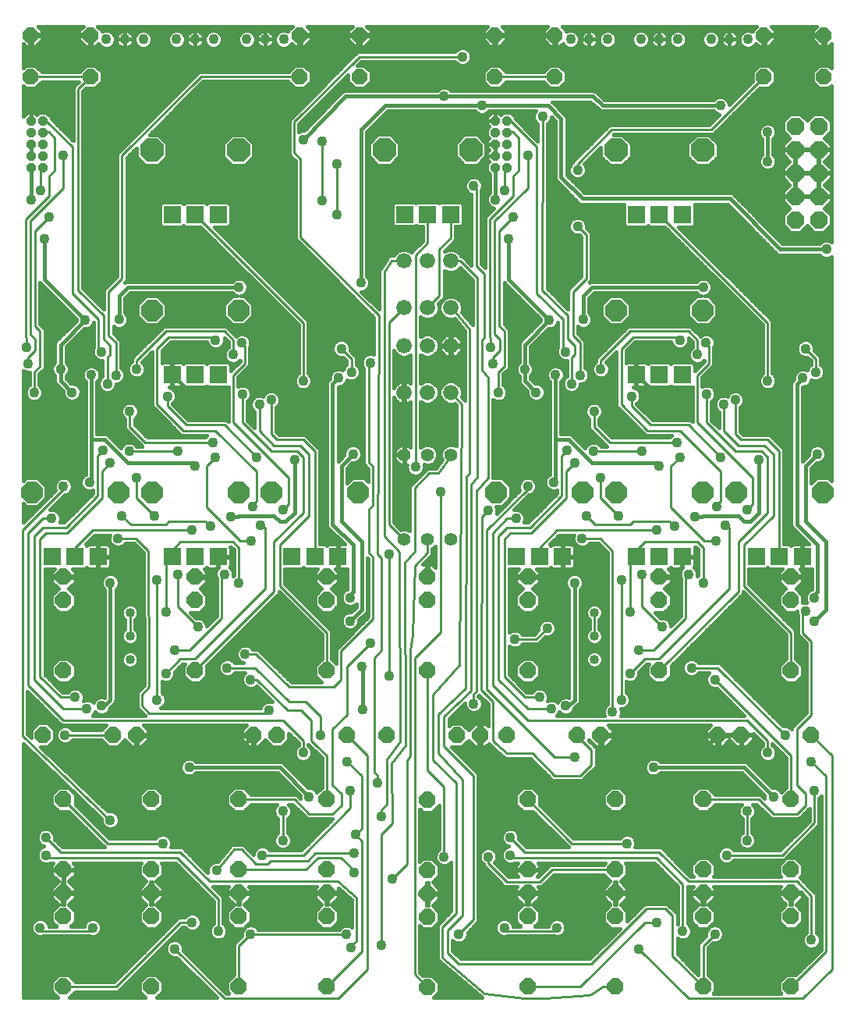
<source format=gtl>
G75*
%MOIN*%
%OFA0B0*%
%FSLAX25Y25*%
%IPPOS*%
%LPD*%
%AMOC8*
5,1,8,0,0,1.08239X$1,22.5*
%
%ADD10R,0.07400X0.07400*%
%ADD11OC8,0.09080*%
%ADD12OC8,0.10000*%
%ADD13OC8,0.06600*%
%ADD14OC8,0.04200*%
%ADD15C,0.04356*%
%ADD16C,0.04000*%
%ADD17OC8,0.07000*%
%ADD18OC8,0.07400*%
%ADD19C,0.05600*%
%ADD20C,0.06600*%
%ADD21C,0.01600*%
%ADD22C,0.04362*%
%ADD23C,0.03969*%
%ADD24C,0.01000*%
D10*
X0016957Y0192991D03*
X0026800Y0192991D03*
X0036643Y0192991D03*
X0068207Y0192991D03*
X0078050Y0192991D03*
X0087893Y0192991D03*
X0119457Y0192991D03*
X0129300Y0192991D03*
X0139143Y0192991D03*
X0087893Y0270617D03*
X0078050Y0270617D03*
X0068207Y0270617D03*
X0068207Y0339054D03*
X0078050Y0339054D03*
X0087893Y0339054D03*
X0167548Y0339202D03*
X0177391Y0339202D03*
X0187233Y0339202D03*
X0266633Y0339054D03*
X0276475Y0339054D03*
X0286318Y0339054D03*
X0286318Y0270617D03*
X0276475Y0270617D03*
X0266633Y0270617D03*
X0266633Y0192991D03*
X0276475Y0192991D03*
X0286318Y0192991D03*
X0317883Y0192991D03*
X0327725Y0192991D03*
X0337568Y0192991D03*
X0235068Y0192991D03*
X0225225Y0192991D03*
X0215383Y0192991D03*
D11*
X0206721Y0220550D03*
X0243729Y0220550D03*
X0257971Y0220550D03*
X0294979Y0220550D03*
X0309221Y0220550D03*
X0346229Y0220550D03*
X0294979Y0298176D03*
X0257971Y0298176D03*
X0147804Y0220550D03*
X0110796Y0220550D03*
X0096554Y0220550D03*
X0059546Y0220550D03*
X0045304Y0220550D03*
X0008296Y0220550D03*
X0059546Y0298176D03*
X0096554Y0298176D03*
D12*
X0096554Y0366613D03*
X0059546Y0366613D03*
X0158887Y0366761D03*
X0195894Y0366761D03*
X0257971Y0366613D03*
X0294979Y0366613D03*
D13*
X0321175Y0397900D03*
X0321175Y0415700D03*
X0346775Y0415700D03*
X0346775Y0397900D03*
X0231775Y0397900D03*
X0231775Y0415700D03*
X0206175Y0415700D03*
X0206175Y0397900D03*
X0148350Y0397900D03*
X0148350Y0415700D03*
X0122750Y0415700D03*
X0122750Y0397900D03*
X0033350Y0397900D03*
X0033350Y0415700D03*
X0007750Y0415700D03*
X0007750Y0397900D03*
D14*
X0007912Y0379088D03*
X0007912Y0374088D03*
X0007912Y0369088D03*
X0007912Y0364088D03*
X0007912Y0359088D03*
X0012912Y0359088D03*
X0012912Y0364088D03*
X0012912Y0369088D03*
X0012912Y0374088D03*
X0012912Y0379088D03*
X0206337Y0379088D03*
X0206337Y0374088D03*
X0206337Y0369088D03*
X0206337Y0364088D03*
X0206337Y0359088D03*
X0211337Y0359088D03*
X0211337Y0364088D03*
X0211337Y0369088D03*
X0211337Y0374088D03*
X0211337Y0379088D03*
D15*
X0238601Y0413936D03*
X0246475Y0413936D03*
X0254349Y0413936D03*
X0268601Y0413936D03*
X0276475Y0413936D03*
X0284349Y0413936D03*
X0298601Y0413936D03*
X0306475Y0413936D03*
X0314349Y0413936D03*
X0115924Y0413936D03*
X0108050Y0413936D03*
X0100176Y0413936D03*
X0085924Y0413936D03*
X0078050Y0413936D03*
X0070176Y0413936D03*
X0055924Y0413936D03*
X0048050Y0413936D03*
X0040176Y0413936D03*
D16*
X0050225Y0169113D03*
X0050225Y0159113D03*
X0050225Y0149113D03*
X0248650Y0149113D03*
X0248650Y0159113D03*
X0248650Y0169113D03*
D17*
X0276475Y0174300D03*
X0276475Y0184300D03*
X0276475Y0144300D03*
X0251475Y0116800D03*
X0241475Y0116800D03*
X0220225Y0144300D03*
X0211475Y0116800D03*
X0199891Y0116761D03*
X0189891Y0116761D03*
X0177391Y0144536D03*
X0159891Y0116761D03*
X0143061Y0116800D03*
X0134300Y0144300D03*
X0113061Y0116800D03*
X0103061Y0116800D03*
X0096800Y0089300D03*
X0096800Y0059300D03*
X0096800Y0049300D03*
X0096800Y0049300D03*
X0096800Y0039300D03*
X0096800Y0009300D03*
X0134300Y0009300D03*
X0134300Y0039300D03*
X0134300Y0049300D03*
X0134300Y0049300D03*
X0134300Y0059300D03*
X0134300Y0089300D03*
X0177391Y0088985D03*
X0177391Y0058985D03*
X0177391Y0049103D03*
X0177391Y0048985D03*
X0177391Y0039103D03*
X0177391Y0009103D03*
X0220225Y0009300D03*
X0220225Y0039300D03*
X0220225Y0049300D03*
X0220225Y0049300D03*
X0220225Y0059300D03*
X0220225Y0089300D03*
X0257725Y0089300D03*
X0257725Y0059300D03*
X0257725Y0049300D03*
X0257725Y0049300D03*
X0257725Y0039300D03*
X0257725Y0009300D03*
X0295225Y0009300D03*
X0295225Y0039300D03*
X0295225Y0049300D03*
X0295225Y0049300D03*
X0295225Y0059300D03*
X0295225Y0089300D03*
X0301486Y0116800D03*
X0311486Y0116800D03*
X0332725Y0144300D03*
X0341486Y0116800D03*
X0332725Y0089300D03*
X0332725Y0059300D03*
X0332725Y0049300D03*
X0332725Y0049300D03*
X0332725Y0039300D03*
X0332725Y0009300D03*
X0332725Y0174300D03*
X0332725Y0184300D03*
X0220225Y0184300D03*
X0220225Y0174300D03*
X0177391Y0174536D03*
X0177391Y0184536D03*
X0134300Y0184300D03*
X0134300Y0174300D03*
X0078050Y0174300D03*
X0078050Y0184300D03*
X0078050Y0144300D03*
X0053050Y0116800D03*
X0043050Y0116800D03*
X0021800Y0144300D03*
X0013050Y0116800D03*
X0021800Y0089300D03*
X0021800Y0059300D03*
X0021800Y0049300D03*
X0021800Y0049300D03*
X0021800Y0039300D03*
X0021800Y0009300D03*
X0059300Y0009300D03*
X0059300Y0039300D03*
X0059300Y0049300D03*
X0059300Y0049300D03*
X0059300Y0059300D03*
X0059300Y0089300D03*
X0021800Y0174300D03*
X0021800Y0184300D03*
D18*
X0334600Y0336800D03*
X0334600Y0346800D03*
X0334600Y0356800D03*
X0334600Y0366800D03*
X0334600Y0376800D03*
X0344600Y0376800D03*
X0344600Y0366800D03*
X0344600Y0356800D03*
X0344600Y0346800D03*
X0344600Y0336800D03*
D19*
X0187391Y0236446D03*
X0177391Y0236446D03*
X0167391Y0236446D03*
X0167391Y0200225D03*
X0177391Y0200225D03*
X0187391Y0200225D03*
D20*
X0187391Y0263060D03*
X0177391Y0263060D03*
X0167391Y0263060D03*
X0167391Y0283060D03*
X0177391Y0283060D03*
X0187391Y0283060D03*
X0187391Y0299280D03*
X0177391Y0299280D03*
X0167391Y0299280D03*
X0167391Y0319280D03*
X0177391Y0319280D03*
X0187391Y0319280D03*
D21*
X0004600Y0113132D02*
X0004600Y0004600D01*
X0019288Y0004600D01*
X0016700Y0007188D01*
X0016700Y0011412D01*
X0019688Y0014400D01*
X0023912Y0014400D01*
X0026900Y0011412D01*
X0026900Y0011400D01*
X0043430Y0011400D01*
X0069700Y0037670D01*
X0070930Y0038900D01*
X0073577Y0038900D01*
X0073595Y0038942D01*
X0074658Y0040005D01*
X0076048Y0040581D01*
X0077552Y0040581D01*
X0078942Y0040005D01*
X0080005Y0038942D01*
X0080581Y0037552D01*
X0080581Y0036048D01*
X0080005Y0034658D01*
X0078942Y0033595D01*
X0077552Y0033019D01*
X0076048Y0033019D01*
X0074658Y0033595D01*
X0073595Y0034658D01*
X0073577Y0034700D01*
X0072670Y0034700D01*
X0045170Y0007200D01*
X0026900Y0007200D01*
X0026900Y0007188D01*
X0024312Y0004600D01*
X0056788Y0004600D01*
X0054200Y0007188D01*
X0054200Y0011412D01*
X0057188Y0014400D01*
X0061412Y0014400D01*
X0064400Y0011412D01*
X0064400Y0007188D01*
X0061812Y0004600D01*
X0087280Y0004600D01*
X0070094Y0021786D01*
X0070052Y0021769D01*
X0068548Y0021769D01*
X0067158Y0022345D01*
X0066095Y0023408D01*
X0065519Y0024798D01*
X0065519Y0026302D01*
X0066095Y0027692D01*
X0067158Y0028755D01*
X0068548Y0029331D01*
X0070052Y0029331D01*
X0071442Y0028755D01*
X0072505Y0027692D01*
X0073081Y0026302D01*
X0073081Y0024798D01*
X0073064Y0024756D01*
X0091420Y0006400D01*
X0092488Y0006400D01*
X0091700Y0007188D01*
X0091700Y0011412D01*
X0094688Y0014400D01*
X0094700Y0014400D01*
X0094700Y0027670D01*
X0098036Y0031006D01*
X0098019Y0031048D01*
X0098019Y0032552D01*
X0098595Y0033942D01*
X0098853Y0034200D01*
X0094688Y0034200D01*
X0091700Y0037188D01*
X0091700Y0041412D01*
X0094588Y0044300D01*
X0091700Y0047188D01*
X0091700Y0048919D01*
X0096419Y0048919D01*
X0096419Y0049681D01*
X0091700Y0049681D01*
X0091700Y0051412D01*
X0092488Y0052200D01*
X0085571Y0052200D01*
X0088920Y0048851D01*
X0090150Y0047621D01*
X0090150Y0036273D01*
X0090192Y0036255D01*
X0091255Y0035192D01*
X0091831Y0033802D01*
X0091831Y0032298D01*
X0091255Y0030908D01*
X0090192Y0029845D01*
X0088802Y0029269D01*
X0087298Y0029269D01*
X0085908Y0029845D01*
X0084845Y0030908D01*
X0084269Y0032298D01*
X0084269Y0033802D01*
X0084845Y0035192D01*
X0085908Y0036255D01*
X0085950Y0036273D01*
X0085950Y0045881D01*
X0069631Y0062200D01*
X0063612Y0062200D01*
X0064400Y0061412D01*
X0064400Y0057188D01*
X0061512Y0054300D01*
X0064400Y0051412D01*
X0064400Y0049681D01*
X0059681Y0049681D01*
X0059681Y0048919D01*
X0064400Y0048919D01*
X0064400Y0047188D01*
X0061512Y0044300D01*
X0064400Y0041412D01*
X0064400Y0037188D01*
X0061412Y0034200D01*
X0057188Y0034200D01*
X0054200Y0037188D01*
X0054200Y0041412D01*
X0057088Y0044300D01*
X0054200Y0047188D01*
X0054200Y0048919D01*
X0058919Y0048919D01*
X0058919Y0049681D01*
X0054200Y0049681D01*
X0054200Y0051412D01*
X0057088Y0054300D01*
X0054200Y0057188D01*
X0054200Y0061412D01*
X0054988Y0062200D01*
X0026112Y0062200D01*
X0026900Y0061412D01*
X0026900Y0059500D01*
X0022000Y0059500D01*
X0022000Y0059100D01*
X0026900Y0059100D01*
X0026900Y0057188D01*
X0024012Y0054300D01*
X0026900Y0051412D01*
X0026900Y0049681D01*
X0022181Y0049681D01*
X0022181Y0048919D01*
X0026900Y0048919D01*
X0026900Y0047188D01*
X0024012Y0044300D01*
X0026900Y0041412D01*
X0026900Y0037188D01*
X0024862Y0035150D01*
X0030519Y0035150D01*
X0030519Y0035302D01*
X0031095Y0036692D01*
X0032158Y0037755D01*
X0033548Y0038331D01*
X0035052Y0038331D01*
X0036442Y0037755D01*
X0037505Y0036692D01*
X0038081Y0035302D01*
X0038081Y0033798D01*
X0037505Y0032408D01*
X0036442Y0031345D01*
X0035052Y0030769D01*
X0033548Y0030769D01*
X0033111Y0030950D01*
X0012989Y0030950D01*
X0012552Y0030769D01*
X0011048Y0030769D01*
X0009658Y0031345D01*
X0008595Y0032408D01*
X0008019Y0033798D01*
X0008019Y0035302D01*
X0008595Y0036692D01*
X0009658Y0037755D01*
X0011048Y0038331D01*
X0012552Y0038331D01*
X0013942Y0037755D01*
X0015005Y0036692D01*
X0015581Y0035302D01*
X0015581Y0035150D01*
X0018738Y0035150D01*
X0016700Y0037188D01*
X0016700Y0041412D01*
X0019588Y0044300D01*
X0016700Y0047188D01*
X0016700Y0048919D01*
X0021419Y0048919D01*
X0021419Y0049681D01*
X0016700Y0049681D01*
X0016700Y0051412D01*
X0019588Y0054300D01*
X0016700Y0057188D01*
X0016700Y0059100D01*
X0021600Y0059100D01*
X0021600Y0059500D01*
X0016700Y0059500D01*
X0016700Y0061412D01*
X0017488Y0062200D01*
X0016093Y0062200D01*
X0015052Y0061769D01*
X0013548Y0061769D01*
X0012158Y0062345D01*
X0011095Y0063408D01*
X0010519Y0064798D01*
X0010519Y0066302D01*
X0011095Y0067692D01*
X0012158Y0068755D01*
X0013473Y0069300D01*
X0012158Y0069845D01*
X0011095Y0070908D01*
X0010519Y0072298D01*
X0010519Y0073802D01*
X0011095Y0075192D01*
X0012158Y0076255D01*
X0013548Y0076831D01*
X0015052Y0076831D01*
X0016442Y0076255D01*
X0017505Y0075192D01*
X0018081Y0073802D01*
X0018081Y0072298D01*
X0018064Y0072256D01*
X0021420Y0068900D01*
X0039230Y0068900D01*
X0038450Y0069680D01*
X0023921Y0084209D01*
X0023912Y0084200D01*
X0019688Y0084200D01*
X0016700Y0087188D01*
X0016700Y0091412D01*
X0019688Y0094400D01*
X0023912Y0094400D01*
X0026900Y0091412D01*
X0026900Y0087188D01*
X0026891Y0087179D01*
X0041420Y0072650D01*
X0061077Y0072650D01*
X0061095Y0072692D01*
X0062158Y0073755D01*
X0063548Y0074331D01*
X0065052Y0074331D01*
X0066442Y0073755D01*
X0067505Y0072692D01*
X0068081Y0071302D01*
X0068081Y0069798D01*
X0067709Y0068900D01*
X0072621Y0068900D01*
X0083499Y0058022D01*
X0083452Y0058134D01*
X0083452Y0059639D01*
X0084028Y0061028D01*
X0085091Y0062092D01*
X0086481Y0062668D01*
X0087633Y0062668D01*
X0092613Y0068697D01*
X0092613Y0068812D01*
X0093158Y0069356D01*
X0093648Y0069950D01*
X0093762Y0069961D01*
X0093844Y0070042D01*
X0094614Y0070042D01*
X0095380Y0070115D01*
X0095469Y0070042D01*
X0098733Y0070042D01*
X0099963Y0068812D01*
X0103019Y0065756D01*
X0103019Y0066302D01*
X0103595Y0067692D01*
X0104658Y0068755D01*
X0106048Y0069331D01*
X0107552Y0069331D01*
X0108942Y0068755D01*
X0110005Y0067692D01*
X0110023Y0067650D01*
X0123381Y0067650D01*
X0136681Y0080950D01*
X0125930Y0080950D01*
X0119680Y0087200D01*
X0117997Y0087200D01*
X0118755Y0086442D01*
X0119331Y0085052D01*
X0119331Y0083548D01*
X0118755Y0082158D01*
X0117692Y0081095D01*
X0117650Y0081077D01*
X0117650Y0075023D01*
X0117692Y0075005D01*
X0118755Y0073942D01*
X0119331Y0072552D01*
X0119331Y0071048D01*
X0118755Y0069658D01*
X0117692Y0068595D01*
X0116302Y0068019D01*
X0114798Y0068019D01*
X0113408Y0068595D01*
X0112345Y0069658D01*
X0111769Y0071048D01*
X0111769Y0072552D01*
X0112345Y0073942D01*
X0113408Y0075005D01*
X0113450Y0075023D01*
X0113450Y0081077D01*
X0113408Y0081095D01*
X0112345Y0082158D01*
X0111769Y0083548D01*
X0111769Y0085052D01*
X0112345Y0086442D01*
X0113103Y0087200D01*
X0101900Y0087200D01*
X0101900Y0087188D01*
X0098912Y0084200D01*
X0094688Y0084200D01*
X0091700Y0087188D01*
X0091700Y0091412D01*
X0094688Y0094400D01*
X0098912Y0094400D01*
X0101900Y0091412D01*
X0101900Y0091400D01*
X0121420Y0091400D01*
X0123019Y0089801D01*
X0123019Y0090937D01*
X0113306Y0100650D01*
X0078497Y0100650D01*
X0077692Y0099845D01*
X0076302Y0099269D01*
X0074798Y0099269D01*
X0073408Y0099845D01*
X0072345Y0100908D01*
X0023431Y0100908D01*
X0021763Y0102506D02*
X0071769Y0102506D01*
X0071769Y0102298D02*
X0071769Y0103802D01*
X0072345Y0105192D01*
X0073408Y0106255D01*
X0074798Y0106831D01*
X0076302Y0106831D01*
X0077692Y0106255D01*
X0078497Y0105450D01*
X0114777Y0105450D01*
X0115659Y0105085D01*
X0126413Y0094331D01*
X0127552Y0094331D01*
X0128942Y0093755D01*
X0130005Y0092692D01*
X0130144Y0092357D01*
X0132188Y0094400D01*
X0132200Y0094400D01*
X0132200Y0107155D01*
X0129302Y0109936D01*
X0129277Y0109936D01*
X0128677Y0110536D01*
X0128065Y0111123D01*
X0128064Y0111149D01*
X0126400Y0112813D01*
X0126400Y0112523D01*
X0126442Y0112505D01*
X0127505Y0111442D01*
X0128081Y0110052D01*
X0128081Y0108548D01*
X0127505Y0107158D01*
X0126442Y0106095D01*
X0125052Y0105519D01*
X0123548Y0105519D01*
X0122158Y0106095D01*
X0121095Y0107158D01*
X0120519Y0108548D01*
X0120519Y0110052D01*
X0121095Y0111442D01*
X0122158Y0112505D01*
X0122200Y0112523D01*
X0122200Y0113430D01*
X0118161Y0117470D01*
X0118161Y0114688D01*
X0115173Y0111700D01*
X0110948Y0111700D01*
X0108061Y0114588D01*
X0105173Y0111700D01*
X0103442Y0111700D01*
X0103442Y0116419D01*
X0102680Y0116419D01*
X0102680Y0111700D01*
X0100948Y0111700D01*
X0097961Y0114688D01*
X0097961Y0116419D01*
X0102679Y0116419D01*
X0102679Y0117181D01*
X0097961Y0117181D01*
X0097961Y0118912D01*
X0099998Y0120950D01*
X0056112Y0120950D01*
X0058150Y0118912D01*
X0058150Y0117181D01*
X0053431Y0117181D01*
X0053431Y0116419D01*
X0058150Y0116419D01*
X0058150Y0114688D01*
X0055162Y0111700D01*
X0053431Y0111700D01*
X0053431Y0116419D01*
X0052669Y0116419D01*
X0052669Y0111700D01*
X0050938Y0111700D01*
X0048050Y0114588D01*
X0045162Y0111700D01*
X0040938Y0111700D01*
X0037950Y0114688D01*
X0037950Y0114700D01*
X0025682Y0114700D01*
X0025665Y0114658D01*
X0024601Y0113595D01*
X0023212Y0113019D01*
X0021707Y0113019D01*
X0020318Y0113595D01*
X0019254Y0114658D01*
X0018678Y0116048D01*
X0018678Y0117552D01*
X0019254Y0118942D01*
X0020318Y0120005D01*
X0021707Y0120581D01*
X0023212Y0120581D01*
X0024601Y0120005D01*
X0025665Y0118942D01*
X0025682Y0118900D01*
X0037950Y0118900D01*
X0037950Y0118912D01*
X0039988Y0120950D01*
X0020930Y0120950D01*
X0019700Y0122180D01*
X0006400Y0135480D01*
X0006400Y0117224D01*
X0007950Y0115739D01*
X0007950Y0118912D01*
X0010938Y0121900D01*
X0015162Y0121900D01*
X0018150Y0118912D01*
X0018150Y0114688D01*
X0015162Y0111700D01*
X0012166Y0111700D01*
X0040829Y0084241D01*
X0041048Y0084331D01*
X0042552Y0084331D01*
X0043942Y0083755D01*
X0045005Y0082692D01*
X0045581Y0081302D01*
X0045581Y0079798D01*
X0045005Y0078408D01*
X0043942Y0077345D01*
X0042552Y0076769D01*
X0041048Y0076769D01*
X0039658Y0077345D01*
X0038595Y0078408D01*
X0038019Y0079798D01*
X0038019Y0081117D01*
X0004600Y0113132D01*
X0004600Y0112097D02*
X0005680Y0112097D01*
X0004600Y0110499D02*
X0007349Y0110499D01*
X0009017Y0108900D02*
X0004600Y0108900D01*
X0004600Y0107302D02*
X0010686Y0107302D01*
X0012354Y0105703D02*
X0004600Y0105703D01*
X0004600Y0104105D02*
X0014023Y0104105D01*
X0015692Y0102506D02*
X0004600Y0102506D01*
X0004600Y0100908D02*
X0017360Y0100908D01*
X0019029Y0099309D02*
X0004600Y0099309D01*
X0004600Y0097711D02*
X0020697Y0097711D01*
X0022366Y0096112D02*
X0004600Y0096112D01*
X0004600Y0094514D02*
X0024034Y0094514D01*
X0025397Y0092915D02*
X0025703Y0092915D01*
X0026900Y0091317D02*
X0027372Y0091317D01*
X0026900Y0089718D02*
X0029040Y0089718D01*
X0030709Y0088120D02*
X0026900Y0088120D01*
X0027549Y0086521D02*
X0032377Y0086521D01*
X0034046Y0084923D02*
X0029147Y0084923D01*
X0030746Y0083324D02*
X0035715Y0083324D01*
X0037383Y0081726D02*
X0032344Y0081726D01*
X0033943Y0080127D02*
X0038019Y0080127D01*
X0038545Y0078529D02*
X0035541Y0078529D01*
X0037140Y0076930D02*
X0040659Y0076930D01*
X0042941Y0076930D02*
X0113450Y0076930D01*
X0113450Y0075332D02*
X0038738Y0075332D01*
X0040337Y0073733D02*
X0062136Y0073733D01*
X0066464Y0073733D02*
X0112258Y0073733D01*
X0111769Y0072134D02*
X0067736Y0072134D01*
X0068081Y0070536D02*
X0111981Y0070536D01*
X0113065Y0068937D02*
X0108502Y0068937D01*
X0105098Y0068937D02*
X0099837Y0068937D01*
X0101436Y0067339D02*
X0103448Y0067339D01*
X0092739Y0068937D02*
X0067725Y0068937D01*
X0074182Y0067339D02*
X0091492Y0067339D01*
X0090171Y0065740D02*
X0075780Y0065740D01*
X0077379Y0064142D02*
X0088851Y0064142D01*
X0086181Y0062543D02*
X0078977Y0062543D01*
X0080576Y0060945D02*
X0083993Y0060945D01*
X0083452Y0059346D02*
X0082174Y0059346D01*
X0078879Y0052952D02*
X0062860Y0052952D01*
X0061763Y0054551D02*
X0077280Y0054551D01*
X0075682Y0056149D02*
X0063362Y0056149D01*
X0064400Y0057748D02*
X0074083Y0057748D01*
X0072485Y0059346D02*
X0064400Y0059346D01*
X0064400Y0060945D02*
X0070886Y0060945D01*
X0064400Y0051354D02*
X0080477Y0051354D01*
X0082076Y0049755D02*
X0064400Y0049755D01*
X0064400Y0048157D02*
X0083674Y0048157D01*
X0085273Y0046558D02*
X0063771Y0046558D01*
X0062172Y0044960D02*
X0085950Y0044960D01*
X0085950Y0043361D02*
X0062451Y0043361D01*
X0064050Y0041763D02*
X0085950Y0041763D01*
X0085950Y0040164D02*
X0078558Y0040164D01*
X0080161Y0038566D02*
X0085950Y0038566D01*
X0085950Y0036967D02*
X0080581Y0036967D01*
X0080300Y0035369D02*
X0085021Y0035369D01*
X0084269Y0033770D02*
X0079118Y0033770D01*
X0084321Y0032172D02*
X0070142Y0032172D01*
X0071740Y0033770D02*
X0074482Y0033770D01*
X0070913Y0028975D02*
X0096005Y0028975D01*
X0094700Y0027376D02*
X0072636Y0027376D01*
X0073081Y0025778D02*
X0094700Y0025778D01*
X0094700Y0024179D02*
X0073641Y0024179D01*
X0075239Y0022581D02*
X0094700Y0022581D01*
X0094700Y0020982D02*
X0076838Y0020982D01*
X0078436Y0019384D02*
X0094700Y0019384D01*
X0094700Y0017785D02*
X0080035Y0017785D01*
X0081633Y0016187D02*
X0094700Y0016187D01*
X0094700Y0014588D02*
X0083232Y0014588D01*
X0084830Y0012990D02*
X0093277Y0012990D01*
X0091700Y0011391D02*
X0086429Y0011391D01*
X0088027Y0009793D02*
X0091700Y0009793D01*
X0091700Y0008194D02*
X0089626Y0008194D01*
X0091224Y0006596D02*
X0092292Y0006596D01*
X0086883Y0004997D02*
X0062209Y0004997D01*
X0063808Y0006596D02*
X0085285Y0006596D01*
X0083686Y0008194D02*
X0064400Y0008194D01*
X0064400Y0009793D02*
X0082088Y0009793D01*
X0080489Y0011391D02*
X0064400Y0011391D01*
X0062823Y0012990D02*
X0078891Y0012990D01*
X0077292Y0014588D02*
X0052558Y0014588D01*
X0050959Y0012990D02*
X0055777Y0012990D01*
X0054200Y0011391D02*
X0049361Y0011391D01*
X0047762Y0009793D02*
X0054200Y0009793D01*
X0054200Y0008194D02*
X0046164Y0008194D01*
X0045020Y0012990D02*
X0025323Y0012990D01*
X0026308Y0006596D02*
X0054792Y0006596D01*
X0056390Y0004997D02*
X0024709Y0004997D01*
X0018890Y0004997D02*
X0004600Y0004997D01*
X0004600Y0006596D02*
X0017292Y0006596D01*
X0016700Y0008194D02*
X0004600Y0008194D01*
X0004600Y0009793D02*
X0016700Y0009793D01*
X0016700Y0011391D02*
X0004600Y0011391D01*
X0004600Y0012990D02*
X0018277Y0012990D01*
X0004600Y0014588D02*
X0046618Y0014588D01*
X0048217Y0016187D02*
X0004600Y0016187D01*
X0004600Y0017785D02*
X0049815Y0017785D01*
X0051414Y0019384D02*
X0004600Y0019384D01*
X0004600Y0020982D02*
X0053012Y0020982D01*
X0054611Y0022581D02*
X0004600Y0022581D01*
X0004600Y0024179D02*
X0056209Y0024179D01*
X0057808Y0025778D02*
X0004600Y0025778D01*
X0004600Y0027376D02*
X0059406Y0027376D01*
X0061005Y0028975D02*
X0004600Y0028975D01*
X0004600Y0030573D02*
X0062603Y0030573D01*
X0064202Y0032172D02*
X0037269Y0032172D01*
X0038070Y0033770D02*
X0065800Y0033770D01*
X0067399Y0035369D02*
X0062581Y0035369D01*
X0064180Y0036967D02*
X0068997Y0036967D01*
X0070596Y0038566D02*
X0064400Y0038566D01*
X0064400Y0040164D02*
X0075042Y0040164D01*
X0071800Y0049300D02*
X0059300Y0049300D01*
X0021800Y0049300D01*
X0021800Y0059300D01*
X0022000Y0059346D02*
X0054200Y0059346D01*
X0054200Y0057748D02*
X0026900Y0057748D01*
X0025862Y0056149D02*
X0055238Y0056149D01*
X0056837Y0054551D02*
X0024263Y0054551D01*
X0025360Y0052952D02*
X0055740Y0052952D01*
X0054200Y0051354D02*
X0026900Y0051354D01*
X0026900Y0049755D02*
X0054200Y0049755D01*
X0054200Y0048157D02*
X0026900Y0048157D01*
X0026271Y0046558D02*
X0054829Y0046558D01*
X0056428Y0044960D02*
X0024672Y0044960D01*
X0024951Y0043361D02*
X0056149Y0043361D01*
X0054550Y0041763D02*
X0026550Y0041763D01*
X0026900Y0040164D02*
X0054200Y0040164D01*
X0054200Y0038566D02*
X0026900Y0038566D01*
X0026680Y0036967D02*
X0031370Y0036967D01*
X0030547Y0035369D02*
X0025081Y0035369D01*
X0018519Y0035369D02*
X0015553Y0035369D01*
X0014730Y0036967D02*
X0016920Y0036967D01*
X0016700Y0038566D02*
X0004600Y0038566D01*
X0004600Y0040164D02*
X0016700Y0040164D01*
X0017050Y0041763D02*
X0004600Y0041763D01*
X0004600Y0043361D02*
X0018649Y0043361D01*
X0018928Y0044960D02*
X0004600Y0044960D01*
X0004600Y0046558D02*
X0017329Y0046558D01*
X0016700Y0048157D02*
X0004600Y0048157D01*
X0004600Y0049755D02*
X0016700Y0049755D01*
X0016700Y0051354D02*
X0004600Y0051354D01*
X0004600Y0052952D02*
X0018240Y0052952D01*
X0019337Y0054551D02*
X0004600Y0054551D01*
X0004600Y0056149D02*
X0017738Y0056149D01*
X0016700Y0057748D02*
X0004600Y0057748D01*
X0004600Y0059346D02*
X0021600Y0059346D01*
X0021600Y0059100D02*
X0022000Y0059100D01*
X0022000Y0054200D01*
X0022181Y0054200D01*
X0022181Y0049681D01*
X0021419Y0049681D01*
X0021419Y0054200D01*
X0021600Y0054200D01*
X0021600Y0059100D01*
X0021600Y0057748D02*
X0022000Y0057748D01*
X0022000Y0056149D02*
X0021600Y0056149D01*
X0021600Y0054551D02*
X0022000Y0054551D01*
X0022181Y0052952D02*
X0021419Y0052952D01*
X0021419Y0051354D02*
X0022181Y0051354D01*
X0022181Y0049755D02*
X0021419Y0049755D01*
X0021419Y0048919D02*
X0021419Y0044400D01*
X0022181Y0044400D01*
X0022181Y0048919D01*
X0021419Y0048919D01*
X0021419Y0048157D02*
X0022181Y0048157D01*
X0022181Y0046558D02*
X0021419Y0046558D01*
X0021419Y0044960D02*
X0022181Y0044960D01*
X0008870Y0036967D02*
X0004600Y0036967D01*
X0004600Y0035369D02*
X0008047Y0035369D01*
X0008030Y0033770D02*
X0004600Y0033770D01*
X0004600Y0032172D02*
X0008831Y0032172D01*
X0004600Y0060945D02*
X0016700Y0060945D01*
X0011959Y0062543D02*
X0004600Y0062543D01*
X0004600Y0064142D02*
X0010791Y0064142D01*
X0010519Y0065740D02*
X0004600Y0065740D01*
X0004600Y0067339D02*
X0010948Y0067339D01*
X0012598Y0068937D02*
X0004600Y0068937D01*
X0004600Y0070536D02*
X0011467Y0070536D01*
X0010587Y0072134D02*
X0004600Y0072134D01*
X0004600Y0073733D02*
X0010519Y0073733D01*
X0011234Y0075332D02*
X0004600Y0075332D01*
X0004600Y0076930D02*
X0031200Y0076930D01*
X0029602Y0078529D02*
X0004600Y0078529D01*
X0004600Y0080127D02*
X0028003Y0080127D01*
X0026405Y0081726D02*
X0004600Y0081726D01*
X0004600Y0083324D02*
X0024806Y0083324D01*
X0018965Y0084923D02*
X0004600Y0084923D01*
X0004600Y0086521D02*
X0017366Y0086521D01*
X0016700Y0088120D02*
X0004600Y0088120D01*
X0004600Y0089718D02*
X0016700Y0089718D01*
X0016700Y0091317D02*
X0004600Y0091317D01*
X0004600Y0092915D02*
X0018203Y0092915D01*
X0025100Y0099309D02*
X0074701Y0099309D01*
X0076399Y0099309D02*
X0114647Y0099309D01*
X0116245Y0097711D02*
X0026769Y0097711D01*
X0028437Y0096112D02*
X0117844Y0096112D01*
X0119442Y0094514D02*
X0030106Y0094514D01*
X0031774Y0092915D02*
X0055703Y0092915D01*
X0057188Y0094400D02*
X0054200Y0091412D01*
X0054200Y0087188D01*
X0057188Y0084200D01*
X0061412Y0084200D01*
X0064400Y0087188D01*
X0064400Y0091412D01*
X0061412Y0094400D01*
X0057188Y0094400D01*
X0054200Y0091317D02*
X0033443Y0091317D01*
X0035112Y0089718D02*
X0054200Y0089718D01*
X0054200Y0088120D02*
X0036780Y0088120D01*
X0038449Y0086521D02*
X0054866Y0086521D01*
X0056465Y0084923D02*
X0040117Y0084923D01*
X0044373Y0083324D02*
X0111862Y0083324D01*
X0111769Y0084923D02*
X0099635Y0084923D01*
X0101234Y0086521D02*
X0112424Y0086521D01*
X0112777Y0081726D02*
X0045406Y0081726D01*
X0045581Y0080127D02*
X0113450Y0080127D01*
X0113450Y0078529D02*
X0045055Y0078529D01*
X0037594Y0070536D02*
X0019784Y0070536D01*
X0021382Y0068937D02*
X0039193Y0068937D01*
X0035996Y0072134D02*
X0018185Y0072134D01*
X0018081Y0073733D02*
X0034397Y0073733D01*
X0032799Y0075332D02*
X0017366Y0075332D01*
X0026900Y0060945D02*
X0054200Y0060945D01*
X0058919Y0054200D02*
X0058919Y0049681D01*
X0059681Y0049681D01*
X0059681Y0054200D01*
X0058919Y0054200D01*
X0058919Y0052952D02*
X0059681Y0052952D01*
X0059681Y0051354D02*
X0058919Y0051354D01*
X0058919Y0049755D02*
X0059681Y0049755D01*
X0059681Y0048919D02*
X0059681Y0044400D01*
X0058919Y0044400D01*
X0058919Y0048919D01*
X0059681Y0048919D01*
X0059681Y0048157D02*
X0058919Y0048157D01*
X0058919Y0046558D02*
X0059681Y0046558D01*
X0059681Y0044960D02*
X0058919Y0044960D01*
X0054420Y0036967D02*
X0037230Y0036967D01*
X0038053Y0035369D02*
X0056019Y0035369D01*
X0063748Y0025778D02*
X0065519Y0025778D01*
X0065346Y0027376D02*
X0065964Y0027376D01*
X0066945Y0028975D02*
X0067687Y0028975D01*
X0068543Y0030573D02*
X0085180Y0030573D01*
X0090920Y0030573D02*
X0097603Y0030573D01*
X0098019Y0032172D02*
X0091779Y0032172D01*
X0091831Y0033770D02*
X0098523Y0033770D01*
X0099760Y0035048D02*
X0101900Y0037188D01*
X0101900Y0041412D01*
X0099012Y0044300D01*
X0101900Y0047188D01*
X0101900Y0048919D01*
X0097181Y0048919D01*
X0097181Y0049681D01*
X0101900Y0049681D01*
X0101900Y0051412D01*
X0101112Y0052200D01*
X0129988Y0052200D01*
X0129200Y0051412D01*
X0129200Y0049681D01*
X0133919Y0049681D01*
X0133919Y0048919D01*
X0129200Y0048919D01*
X0129200Y0047188D01*
X0132088Y0044300D01*
X0129200Y0041412D01*
X0129200Y0037188D01*
X0132188Y0034200D01*
X0136412Y0034200D01*
X0139400Y0037188D01*
X0139400Y0041412D01*
X0136512Y0044300D01*
X0139400Y0047188D01*
X0139400Y0048919D01*
X0134681Y0048919D01*
X0134681Y0049681D01*
X0139400Y0049681D01*
X0139400Y0051262D01*
X0144892Y0046323D01*
X0144947Y0034866D01*
X0144887Y0034927D01*
X0143497Y0035502D01*
X0141993Y0035502D01*
X0140603Y0034927D01*
X0139539Y0033863D01*
X0139522Y0033821D01*
X0105055Y0033821D01*
X0105005Y0033942D01*
X0103942Y0035005D01*
X0102552Y0035581D01*
X0101048Y0035581D01*
X0099760Y0035048D01*
X0100081Y0035369D02*
X0100535Y0035369D01*
X0101680Y0036967D02*
X0129420Y0036967D01*
X0129200Y0038566D02*
X0101900Y0038566D01*
X0101900Y0040164D02*
X0129200Y0040164D01*
X0129550Y0041763D02*
X0101550Y0041763D01*
X0099951Y0043361D02*
X0131149Y0043361D01*
X0131428Y0044960D02*
X0099672Y0044960D01*
X0101271Y0046558D02*
X0129829Y0046558D01*
X0129200Y0048157D02*
X0101900Y0048157D01*
X0101900Y0049755D02*
X0129200Y0049755D01*
X0129200Y0051354D02*
X0101900Y0051354D01*
X0097181Y0051354D02*
X0096419Y0051354D01*
X0096419Y0052200D02*
X0097181Y0052200D01*
X0097181Y0049681D01*
X0096419Y0049681D01*
X0096419Y0052200D01*
X0096419Y0049755D02*
X0097181Y0049755D01*
X0096800Y0049300D02*
X0134300Y0049300D01*
X0134681Y0049681D02*
X0134681Y0052200D01*
X0133919Y0052200D01*
X0133919Y0049681D01*
X0134681Y0049681D01*
X0134681Y0049755D02*
X0133919Y0049755D01*
X0133919Y0048919D02*
X0133919Y0044400D01*
X0134681Y0044400D01*
X0134681Y0048919D01*
X0133919Y0048919D01*
X0133919Y0048157D02*
X0134681Y0048157D01*
X0134681Y0046558D02*
X0133919Y0046558D01*
X0133919Y0044960D02*
X0134681Y0044960D01*
X0137172Y0044960D02*
X0144898Y0044960D01*
X0144906Y0043361D02*
X0137451Y0043361D01*
X0139050Y0041763D02*
X0144914Y0041763D01*
X0144921Y0040164D02*
X0139400Y0040164D01*
X0139400Y0038566D02*
X0144929Y0038566D01*
X0144937Y0036967D02*
X0139180Y0036967D01*
X0137581Y0035369D02*
X0141670Y0035369D01*
X0143820Y0035369D02*
X0144945Y0035369D01*
X0144630Y0046558D02*
X0138771Y0046558D01*
X0139400Y0048157D02*
X0142852Y0048157D01*
X0141075Y0049755D02*
X0139400Y0049755D01*
X0134681Y0051354D02*
X0133919Y0051354D01*
X0131019Y0035369D02*
X0103065Y0035369D01*
X0097181Y0044400D02*
X0096419Y0044400D01*
X0096419Y0048919D01*
X0097181Y0048919D01*
X0097181Y0044400D01*
X0097181Y0044960D02*
X0096419Y0044960D01*
X0096419Y0046558D02*
X0097181Y0046558D01*
X0097181Y0048157D02*
X0096419Y0048157D01*
X0093928Y0044960D02*
X0090150Y0044960D01*
X0090150Y0046558D02*
X0092329Y0046558D01*
X0091700Y0048157D02*
X0089614Y0048157D01*
X0088015Y0049755D02*
X0091700Y0049755D01*
X0091700Y0051354D02*
X0086417Y0051354D01*
X0090150Y0043361D02*
X0093649Y0043361D01*
X0092050Y0041763D02*
X0090150Y0041763D01*
X0090150Y0040164D02*
X0091700Y0040164D01*
X0091700Y0038566D02*
X0090150Y0038566D01*
X0090150Y0036967D02*
X0091920Y0036967D01*
X0091079Y0035369D02*
X0093519Y0035369D01*
X0075694Y0016187D02*
X0054156Y0016187D01*
X0055755Y0017785D02*
X0074095Y0017785D01*
X0072497Y0019384D02*
X0057353Y0019384D01*
X0058952Y0020982D02*
X0070898Y0020982D01*
X0066922Y0022581D02*
X0060550Y0022581D01*
X0062149Y0024179D02*
X0065775Y0024179D01*
X0062135Y0084923D02*
X0093965Y0084923D01*
X0092366Y0086521D02*
X0063734Y0086521D01*
X0064400Y0088120D02*
X0091700Y0088120D01*
X0091700Y0089718D02*
X0064400Y0089718D01*
X0064400Y0091317D02*
X0091700Y0091317D01*
X0093203Y0092915D02*
X0062897Y0092915D01*
X0072345Y0100908D02*
X0071769Y0102298D01*
X0071894Y0104105D02*
X0020094Y0104105D01*
X0018426Y0105703D02*
X0072856Y0105703D01*
X0075550Y0103050D02*
X0114300Y0103050D01*
X0126800Y0090550D01*
X0129782Y0092915D02*
X0130703Y0092915D01*
X0132200Y0094514D02*
X0126230Y0094514D01*
X0124632Y0096112D02*
X0132200Y0096112D01*
X0132200Y0097711D02*
X0123033Y0097711D01*
X0121435Y0099309D02*
X0132200Y0099309D01*
X0132200Y0100908D02*
X0119836Y0100908D01*
X0118238Y0102506D02*
X0132200Y0102506D01*
X0132200Y0104105D02*
X0116639Y0104105D01*
X0120519Y0108900D02*
X0015089Y0108900D01*
X0016757Y0107302D02*
X0121035Y0107302D01*
X0123103Y0105703D02*
X0078244Y0105703D01*
X0079300Y0109300D02*
X0071800Y0116800D01*
X0053050Y0116800D01*
X0053431Y0116893D02*
X0102679Y0116893D01*
X0103061Y0116800D02*
X0094537Y0108276D01*
X0093050Y0108276D01*
X0098952Y0113696D02*
X0057158Y0113696D01*
X0058150Y0115294D02*
X0097961Y0115294D01*
X0097961Y0118491D02*
X0058150Y0118491D01*
X0056973Y0120090D02*
X0099138Y0120090D01*
X0102680Y0115294D02*
X0103442Y0115294D01*
X0103442Y0113696D02*
X0102680Y0113696D01*
X0102680Y0112097D02*
X0103442Y0112097D01*
X0105570Y0112097D02*
X0110551Y0112097D01*
X0108952Y0113696D02*
X0107169Y0113696D01*
X0100551Y0112097D02*
X0055560Y0112097D01*
X0053431Y0112097D02*
X0052669Y0112097D01*
X0052669Y0113696D02*
X0053431Y0113696D01*
X0053431Y0115294D02*
X0052669Y0115294D01*
X0050540Y0112097D02*
X0045560Y0112097D01*
X0047158Y0113696D02*
X0048942Y0113696D01*
X0040540Y0112097D02*
X0015560Y0112097D01*
X0017158Y0113696D02*
X0020216Y0113696D01*
X0018990Y0115294D02*
X0018150Y0115294D01*
X0018150Y0116893D02*
X0018678Y0116893D01*
X0019067Y0118491D02*
X0018150Y0118491D01*
X0016973Y0120090D02*
X0020521Y0120090D01*
X0020192Y0121688D02*
X0015374Y0121688D01*
X0016995Y0124885D02*
X0006400Y0124885D01*
X0006400Y0123287D02*
X0018593Y0123287D01*
X0015396Y0126484D02*
X0006400Y0126484D01*
X0006400Y0128082D02*
X0013798Y0128082D01*
X0012199Y0129681D02*
X0006400Y0129681D01*
X0006400Y0131279D02*
X0010601Y0131279D01*
X0009002Y0132878D02*
X0006400Y0132878D01*
X0006400Y0134476D02*
X0007404Y0134476D01*
X0014101Y0142469D02*
X0016700Y0142469D01*
X0016700Y0142188D02*
X0019688Y0139200D01*
X0023912Y0139200D01*
X0026900Y0142188D01*
X0026900Y0146412D01*
X0023912Y0149400D01*
X0019688Y0149400D01*
X0016700Y0146412D01*
X0016700Y0142188D01*
X0015699Y0140870D02*
X0018017Y0140870D01*
X0017298Y0139272D02*
X0019616Y0139272D01*
X0018896Y0137673D02*
X0039400Y0137673D01*
X0039400Y0136075D02*
X0029122Y0136075D01*
X0028942Y0136255D02*
X0027552Y0136831D01*
X0026048Y0136831D01*
X0024658Y0136255D01*
X0023595Y0135192D01*
X0023577Y0135150D01*
X0021420Y0135150D01*
X0013900Y0142670D01*
X0013900Y0187691D01*
X0017978Y0187691D01*
X0016700Y0186412D01*
X0016700Y0184681D01*
X0021419Y0184681D01*
X0021419Y0183919D01*
X0016700Y0183919D01*
X0016700Y0182188D01*
X0019588Y0179300D01*
X0016700Y0176412D01*
X0016700Y0172188D01*
X0019688Y0169200D01*
X0023912Y0169200D01*
X0026900Y0172188D01*
X0026900Y0176412D01*
X0024012Y0179300D01*
X0026900Y0182188D01*
X0026900Y0183919D01*
X0022181Y0183919D01*
X0022181Y0184681D01*
X0026900Y0184681D01*
X0026900Y0186412D01*
X0025622Y0187691D01*
X0031163Y0187691D01*
X0031721Y0188249D01*
X0031960Y0188011D01*
X0032325Y0187800D01*
X0032732Y0187691D01*
X0036458Y0187691D01*
X0036458Y0192807D01*
X0036827Y0192807D01*
X0036827Y0193175D01*
X0041943Y0193175D01*
X0041943Y0196902D01*
X0041833Y0197309D01*
X0041623Y0197673D01*
X0041325Y0197971D01*
X0040960Y0198182D01*
X0040553Y0198291D01*
X0036827Y0198291D01*
X0036827Y0193175D01*
X0036458Y0193175D01*
X0036458Y0198291D01*
X0032732Y0198291D01*
X0032325Y0198182D01*
X0031960Y0197971D01*
X0031721Y0197732D01*
X0031212Y0198242D01*
X0035170Y0202200D01*
X0041537Y0202200D01*
X0041269Y0201552D01*
X0041269Y0200048D01*
X0041845Y0198658D01*
X0042908Y0197595D01*
X0044298Y0197019D01*
X0045802Y0197019D01*
X0047192Y0197595D01*
X0048255Y0198658D01*
X0048273Y0198700D01*
X0051930Y0198700D01*
X0055957Y0194673D01*
X0056393Y0140374D01*
X0056393Y0138103D01*
X0054473Y0136183D01*
X0053243Y0134953D01*
X0053243Y0128489D01*
X0056393Y0125340D01*
X0056583Y0125150D01*
X0034247Y0125150D01*
X0035005Y0125908D01*
X0035324Y0126678D01*
X0035908Y0126095D01*
X0037298Y0125519D01*
X0038802Y0125519D01*
X0040192Y0126095D01*
X0041255Y0127158D01*
X0041753Y0128359D01*
X0043159Y0129765D01*
X0043835Y0130441D01*
X0044200Y0131323D01*
X0044200Y0178853D01*
X0045005Y0179658D01*
X0045581Y0181048D01*
X0045581Y0182552D01*
X0045005Y0183942D01*
X0043942Y0185005D01*
X0042552Y0185581D01*
X0041048Y0185581D01*
X0039658Y0185005D01*
X0038595Y0183942D01*
X0038019Y0182552D01*
X0038019Y0181048D01*
X0038595Y0179658D01*
X0039400Y0178853D01*
X0039400Y0132833D01*
X0038802Y0133081D01*
X0037298Y0133081D01*
X0035908Y0132505D01*
X0034845Y0131442D01*
X0034526Y0130672D01*
X0033942Y0131255D01*
X0032552Y0131831D01*
X0031048Y0131831D01*
X0030251Y0131501D01*
X0030581Y0132298D01*
X0030581Y0133802D01*
X0030005Y0135192D01*
X0028942Y0136255D01*
X0030302Y0134476D02*
X0039400Y0134476D01*
X0039400Y0132878D02*
X0039293Y0132878D01*
X0036807Y0132878D02*
X0030581Y0132878D01*
X0033884Y0131279D02*
X0034777Y0131279D01*
X0038050Y0129300D02*
X0039300Y0129300D01*
X0041800Y0131800D01*
X0041800Y0181800D01*
X0039018Y0179235D02*
X0024078Y0179235D01*
X0025546Y0180833D02*
X0038108Y0180833D01*
X0038019Y0182432D02*
X0026900Y0182432D01*
X0026900Y0185629D02*
X0056030Y0185629D01*
X0056017Y0187227D02*
X0026085Y0187227D01*
X0022181Y0184030D02*
X0038683Y0184030D01*
X0036827Y0187691D02*
X0040553Y0187691D01*
X0040960Y0187800D01*
X0041325Y0188011D01*
X0041623Y0188309D01*
X0041833Y0188673D01*
X0041943Y0189080D01*
X0041943Y0192807D01*
X0036827Y0192807D01*
X0036827Y0187691D01*
X0036827Y0188826D02*
X0036458Y0188826D01*
X0036458Y0190424D02*
X0036827Y0190424D01*
X0036827Y0192023D02*
X0036458Y0192023D01*
X0036643Y0192991D02*
X0049359Y0192991D01*
X0051800Y0190550D01*
X0055991Y0190424D02*
X0041943Y0190424D01*
X0041943Y0192023D02*
X0055978Y0192023D01*
X0055965Y0193621D02*
X0041943Y0193621D01*
X0041943Y0195220D02*
X0055410Y0195220D01*
X0053812Y0196818D02*
X0041943Y0196818D01*
X0042086Y0198417D02*
X0031387Y0198417D01*
X0032985Y0200015D02*
X0041282Y0200015D01*
X0041295Y0201614D02*
X0034584Y0201614D01*
X0036458Y0196818D02*
X0036827Y0196818D01*
X0036827Y0195220D02*
X0036458Y0195220D01*
X0036458Y0193621D02*
X0036827Y0193621D01*
X0041874Y0188826D02*
X0056004Y0188826D01*
X0056042Y0184030D02*
X0044917Y0184030D01*
X0045581Y0182432D02*
X0056055Y0182432D01*
X0056068Y0180833D02*
X0045492Y0180833D01*
X0044582Y0179235D02*
X0056081Y0179235D01*
X0056094Y0177636D02*
X0044200Y0177636D01*
X0044200Y0176038D02*
X0056107Y0176038D01*
X0056119Y0174439D02*
X0044200Y0174439D01*
X0044200Y0172841D02*
X0056132Y0172841D01*
X0056145Y0171242D02*
X0053187Y0171242D01*
X0053277Y0171152D02*
X0052264Y0172165D01*
X0050941Y0172713D01*
X0049509Y0172713D01*
X0048186Y0172165D01*
X0047173Y0171152D01*
X0046625Y0169829D01*
X0046625Y0168397D01*
X0047173Y0167074D01*
X0048125Y0166122D01*
X0048125Y0162104D01*
X0047173Y0161152D01*
X0046625Y0159829D01*
X0046625Y0158397D01*
X0047173Y0157074D01*
X0048186Y0156061D01*
X0049509Y0155513D01*
X0050941Y0155513D01*
X0052264Y0156061D01*
X0053277Y0157074D01*
X0053825Y0158397D01*
X0053825Y0159829D01*
X0053277Y0161152D01*
X0052325Y0162104D01*
X0052325Y0166122D01*
X0053277Y0167074D01*
X0053825Y0168397D01*
X0053825Y0169829D01*
X0053277Y0171152D01*
X0053825Y0169644D02*
X0056158Y0169644D01*
X0056171Y0168045D02*
X0053679Y0168045D01*
X0052650Y0166447D02*
X0056184Y0166447D01*
X0056196Y0164848D02*
X0052325Y0164848D01*
X0052325Y0163250D02*
X0056209Y0163250D01*
X0056222Y0161651D02*
X0052778Y0161651D01*
X0053733Y0160053D02*
X0056235Y0160053D01*
X0056248Y0158454D02*
X0053825Y0158454D01*
X0053059Y0156856D02*
X0056261Y0156856D01*
X0056273Y0155257D02*
X0044200Y0155257D01*
X0044200Y0153659D02*
X0056286Y0153659D01*
X0056299Y0152060D02*
X0052369Y0152060D01*
X0052264Y0152165D02*
X0050941Y0152713D01*
X0049509Y0152713D01*
X0048186Y0152165D01*
X0047173Y0151152D01*
X0046625Y0149829D01*
X0046625Y0148397D01*
X0047173Y0147074D01*
X0048186Y0146061D01*
X0049509Y0145513D01*
X0050941Y0145513D01*
X0052264Y0146061D01*
X0053277Y0147074D01*
X0053825Y0148397D01*
X0053825Y0149829D01*
X0053277Y0151152D01*
X0052264Y0152165D01*
X0053563Y0150462D02*
X0056312Y0150462D01*
X0056325Y0148863D02*
X0053825Y0148863D01*
X0053356Y0147265D02*
X0056338Y0147265D01*
X0056350Y0145666D02*
X0051311Y0145666D01*
X0049140Y0145666D02*
X0044200Y0145666D01*
X0044200Y0144068D02*
X0056363Y0144068D01*
X0056376Y0142469D02*
X0044200Y0142469D01*
X0044200Y0140870D02*
X0056389Y0140870D01*
X0056393Y0139272D02*
X0044200Y0139272D01*
X0044200Y0137673D02*
X0055963Y0137673D01*
X0054365Y0136075D02*
X0044200Y0136075D01*
X0044200Y0134476D02*
X0053243Y0134476D01*
X0053243Y0132878D02*
X0044200Y0132878D01*
X0044182Y0131279D02*
X0053243Y0131279D01*
X0053243Y0129681D02*
X0043075Y0129681D01*
X0043159Y0129765D02*
X0043159Y0129765D01*
X0041638Y0128082D02*
X0053650Y0128082D01*
X0055249Y0126484D02*
X0040581Y0126484D01*
X0035519Y0126484D02*
X0035244Y0126484D01*
X0039127Y0120090D02*
X0024398Y0120090D01*
X0024703Y0113696D02*
X0038942Y0113696D01*
X0024478Y0136075D02*
X0020495Y0136075D01*
X0023984Y0139272D02*
X0039400Y0139272D01*
X0039400Y0140870D02*
X0025583Y0140870D01*
X0026900Y0142469D02*
X0039400Y0142469D01*
X0039400Y0144068D02*
X0026900Y0144068D01*
X0026900Y0145666D02*
X0039400Y0145666D01*
X0039400Y0147265D02*
X0026048Y0147265D01*
X0024449Y0148863D02*
X0039400Y0148863D01*
X0039400Y0150462D02*
X0013900Y0150462D01*
X0013900Y0152060D02*
X0039400Y0152060D01*
X0039400Y0153659D02*
X0013900Y0153659D01*
X0013900Y0155257D02*
X0039400Y0155257D01*
X0039400Y0156856D02*
X0013900Y0156856D01*
X0013900Y0158454D02*
X0039400Y0158454D01*
X0039400Y0160053D02*
X0013900Y0160053D01*
X0013900Y0161651D02*
X0039400Y0161651D01*
X0039400Y0163250D02*
X0013900Y0163250D01*
X0013900Y0164848D02*
X0039400Y0164848D01*
X0039400Y0166447D02*
X0013900Y0166447D01*
X0013900Y0168045D02*
X0039400Y0168045D01*
X0039400Y0169644D02*
X0024356Y0169644D01*
X0025955Y0171242D02*
X0039400Y0171242D01*
X0039400Y0172841D02*
X0026900Y0172841D01*
X0026900Y0174439D02*
X0039400Y0174439D01*
X0039400Y0176038D02*
X0026900Y0176038D01*
X0025676Y0177636D02*
X0039400Y0177636D01*
X0044200Y0171242D02*
X0047263Y0171242D01*
X0046625Y0169644D02*
X0044200Y0169644D01*
X0044200Y0168045D02*
X0046771Y0168045D01*
X0047800Y0166447D02*
X0044200Y0166447D01*
X0044200Y0164848D02*
X0048125Y0164848D01*
X0048125Y0163250D02*
X0044200Y0163250D01*
X0044200Y0161651D02*
X0047672Y0161651D01*
X0046718Y0160053D02*
X0044200Y0160053D01*
X0044200Y0158454D02*
X0046625Y0158454D01*
X0047391Y0156856D02*
X0044200Y0156856D01*
X0044200Y0152060D02*
X0048081Y0152060D01*
X0046887Y0150462D02*
X0044200Y0150462D01*
X0044200Y0148863D02*
X0046625Y0148863D01*
X0047094Y0147265D02*
X0044200Y0147265D01*
X0063253Y0128309D02*
X0063942Y0128595D01*
X0065005Y0129658D01*
X0065581Y0131048D01*
X0065581Y0132552D01*
X0065005Y0133942D01*
X0063942Y0135005D01*
X0063900Y0135023D01*
X0063900Y0139641D01*
X0064798Y0139269D01*
X0066302Y0139269D01*
X0067692Y0139845D01*
X0068755Y0140908D01*
X0069331Y0142298D01*
X0069331Y0143802D01*
X0069314Y0143844D01*
X0072670Y0147200D01*
X0073738Y0147200D01*
X0072950Y0146412D01*
X0072950Y0142188D01*
X0075938Y0139200D01*
X0080162Y0139200D01*
X0083150Y0142188D01*
X0083150Y0146412D01*
X0083141Y0146421D01*
X0112670Y0175950D01*
X0113900Y0177180D01*
X0113900Y0177980D01*
X0132200Y0159680D01*
X0132200Y0149400D01*
X0132188Y0149400D01*
X0129200Y0146412D01*
X0129200Y0142188D01*
X0132054Y0139333D01*
X0119205Y0139333D01*
X0105032Y0153506D01*
X0102661Y0153506D01*
X0102643Y0153548D01*
X0101580Y0154612D01*
X0100190Y0155187D01*
X0098686Y0155187D01*
X0097296Y0154612D01*
X0096232Y0153548D01*
X0095657Y0152158D01*
X0095657Y0150654D01*
X0096232Y0149264D01*
X0097296Y0148201D01*
X0098626Y0147650D01*
X0095023Y0147650D01*
X0095005Y0147692D01*
X0093942Y0148755D01*
X0092552Y0149331D01*
X0091048Y0149331D01*
X0089658Y0148755D01*
X0088595Y0147692D01*
X0088019Y0146302D01*
X0088019Y0144798D01*
X0088595Y0143408D01*
X0089658Y0142345D01*
X0091048Y0141769D01*
X0092552Y0141769D01*
X0093942Y0142345D01*
X0095005Y0143408D01*
X0095023Y0143450D01*
X0099353Y0143450D01*
X0098595Y0142692D01*
X0098019Y0141302D01*
X0098019Y0139798D01*
X0098595Y0138408D01*
X0099658Y0137345D01*
X0101048Y0136769D01*
X0102552Y0136769D01*
X0103942Y0137345D01*
X0104283Y0137686D01*
X0111059Y0130909D01*
X0110426Y0131172D01*
X0108922Y0131172D01*
X0107532Y0130596D01*
X0106469Y0129532D01*
X0105962Y0128309D01*
X0063253Y0128309D01*
X0065015Y0129681D02*
X0106617Y0129681D01*
X0109091Y0132878D02*
X0065446Y0132878D01*
X0065581Y0131279D02*
X0110689Y0131279D01*
X0107492Y0134476D02*
X0064471Y0134476D01*
X0063900Y0136075D02*
X0105894Y0136075D01*
X0104295Y0137673D02*
X0104271Y0137673D01*
X0099329Y0137673D02*
X0063900Y0137673D01*
X0063900Y0139272D02*
X0064790Y0139272D01*
X0066310Y0139272D02*
X0075866Y0139272D01*
X0074267Y0140870D02*
X0068718Y0140870D01*
X0069331Y0142469D02*
X0072950Y0142469D01*
X0072950Y0144068D02*
X0069537Y0144068D01*
X0071136Y0145666D02*
X0072950Y0145666D01*
X0080234Y0139272D02*
X0098237Y0139272D01*
X0098019Y0140870D02*
X0081833Y0140870D01*
X0083150Y0142469D02*
X0089534Y0142469D01*
X0088321Y0144068D02*
X0083150Y0144068D01*
X0083150Y0145666D02*
X0088019Y0145666D01*
X0088418Y0147265D02*
X0083984Y0147265D01*
X0085583Y0148863D02*
X0089918Y0148863D01*
X0087181Y0150462D02*
X0095736Y0150462D01*
X0095657Y0152060D02*
X0088780Y0152060D01*
X0090378Y0153659D02*
X0096343Y0153659D01*
X0093575Y0156856D02*
X0132200Y0156856D01*
X0132200Y0158454D02*
X0095174Y0158454D01*
X0096772Y0160053D02*
X0131828Y0160053D01*
X0130229Y0161651D02*
X0098371Y0161651D01*
X0099969Y0163250D02*
X0128630Y0163250D01*
X0127032Y0164848D02*
X0101568Y0164848D01*
X0103166Y0166447D02*
X0125433Y0166447D01*
X0123835Y0168045D02*
X0104765Y0168045D01*
X0106364Y0169644D02*
X0122236Y0169644D01*
X0120638Y0171242D02*
X0107962Y0171242D01*
X0109561Y0172841D02*
X0119039Y0172841D01*
X0117441Y0174439D02*
X0111159Y0174439D01*
X0112670Y0175950D02*
X0112670Y0175950D01*
X0112758Y0176038D02*
X0115842Y0176038D01*
X0114244Y0177636D02*
X0113900Y0177636D01*
X0116987Y0180833D02*
X0130554Y0180833D01*
X0129200Y0182188D02*
X0132088Y0179300D01*
X0129200Y0176412D01*
X0129200Y0172188D01*
X0132188Y0169200D01*
X0136412Y0169200D01*
X0139400Y0172188D01*
X0139400Y0176412D01*
X0136512Y0179300D01*
X0139400Y0182188D01*
X0139400Y0183919D01*
X0134681Y0183919D01*
X0134681Y0184681D01*
X0139400Y0184681D01*
X0139400Y0186412D01*
X0138122Y0187691D01*
X0138958Y0187691D01*
X0138958Y0192807D01*
X0139327Y0192807D01*
X0139327Y0187691D01*
X0143053Y0187691D01*
X0143150Y0187717D01*
X0143150Y0179166D01*
X0142158Y0178755D01*
X0141095Y0177692D01*
X0140519Y0176302D01*
X0140519Y0174798D01*
X0141095Y0173408D01*
X0142158Y0172345D01*
X0143548Y0171769D01*
X0145052Y0171769D01*
X0146442Y0172345D01*
X0146900Y0172803D01*
X0146900Y0171544D01*
X0144687Y0169331D01*
X0143548Y0169331D01*
X0142158Y0168755D01*
X0141095Y0167692D01*
X0140519Y0166302D01*
X0140519Y0164798D01*
X0141095Y0163408D01*
X0142158Y0162345D01*
X0143548Y0161769D01*
X0145052Y0161769D01*
X0146442Y0162345D01*
X0147505Y0163408D01*
X0148081Y0164798D01*
X0148081Y0165937D01*
X0150659Y0168515D01*
X0151335Y0169191D01*
X0151700Y0170073D01*
X0151700Y0192237D01*
X0152062Y0191875D01*
X0152062Y0167237D01*
X0138283Y0153457D01*
X0138283Y0147530D01*
X0136412Y0149400D01*
X0136400Y0149400D01*
X0136400Y0161420D01*
X0135170Y0162650D01*
X0116400Y0181420D01*
X0116400Y0187691D01*
X0123820Y0187691D01*
X0124379Y0188249D01*
X0124937Y0187691D01*
X0130478Y0187691D01*
X0129200Y0186412D01*
X0129200Y0184681D01*
X0133919Y0184681D01*
X0133919Y0183919D01*
X0129200Y0183919D01*
X0129200Y0182188D01*
X0129200Y0182432D02*
X0116400Y0182432D01*
X0116400Y0184030D02*
X0133919Y0184030D01*
X0134681Y0184030D02*
X0143150Y0184030D01*
X0143150Y0182432D02*
X0139400Y0182432D01*
X0138046Y0180833D02*
X0143150Y0180833D01*
X0143150Y0179235D02*
X0136578Y0179235D01*
X0138176Y0177636D02*
X0141072Y0177636D01*
X0140519Y0176038D02*
X0139400Y0176038D01*
X0139400Y0174439D02*
X0140667Y0174439D01*
X0141662Y0172841D02*
X0139400Y0172841D01*
X0138455Y0171242D02*
X0146598Y0171242D01*
X0145000Y0169644D02*
X0136856Y0169644D01*
X0141448Y0168045D02*
X0129775Y0168045D01*
X0131373Y0166447D02*
X0140579Y0166447D01*
X0140519Y0164848D02*
X0132972Y0164848D01*
X0134570Y0163250D02*
X0141253Y0163250D01*
X0144300Y0165550D02*
X0149300Y0170550D01*
X0149300Y0199300D01*
X0140550Y0208050D01*
X0140550Y0231800D01*
X0145550Y0236800D01*
X0149331Y0236781D02*
X0150094Y0236781D01*
X0149331Y0236048D02*
X0149331Y0237552D01*
X0148755Y0238942D01*
X0147692Y0240005D01*
X0146302Y0240581D01*
X0144798Y0240581D01*
X0143408Y0240005D01*
X0142345Y0238942D01*
X0141769Y0237552D01*
X0141769Y0236413D01*
X0139200Y0233844D01*
X0139200Y0265519D01*
X0140052Y0265519D01*
X0141442Y0266095D01*
X0142505Y0267158D01*
X0143054Y0268482D01*
X0144173Y0268019D01*
X0145677Y0268019D01*
X0147067Y0268595D01*
X0148130Y0269658D01*
X0148706Y0271048D01*
X0148706Y0272552D01*
X0148130Y0273942D01*
X0147067Y0275005D01*
X0147025Y0275023D01*
X0147025Y0278295D01*
X0145795Y0279525D01*
X0144314Y0281006D01*
X0144331Y0281048D01*
X0144331Y0282552D01*
X0143755Y0283942D01*
X0142692Y0285005D01*
X0141302Y0285581D01*
X0139798Y0285581D01*
X0138408Y0285005D01*
X0137345Y0283942D01*
X0136769Y0282552D01*
X0136769Y0281048D01*
X0137345Y0279658D01*
X0138408Y0278595D01*
X0139798Y0278019D01*
X0141302Y0278019D01*
X0141344Y0278036D01*
X0142825Y0276555D01*
X0142825Y0275023D01*
X0142783Y0275005D01*
X0141720Y0273942D01*
X0141171Y0272618D01*
X0140052Y0273081D01*
X0138548Y0273081D01*
X0137158Y0272505D01*
X0136095Y0271442D01*
X0135519Y0270052D01*
X0135519Y0268913D01*
X0134765Y0268159D01*
X0134400Y0267277D01*
X0134400Y0206323D01*
X0134765Y0205441D01*
X0135441Y0204765D01*
X0141915Y0198291D01*
X0139327Y0198291D01*
X0139327Y0193175D01*
X0138958Y0193175D01*
X0138958Y0198291D01*
X0135232Y0198291D01*
X0134825Y0198182D01*
X0134460Y0197971D01*
X0134221Y0197732D01*
X0133663Y0198291D01*
X0131400Y0198291D01*
X0131400Y0238920D01*
X0130170Y0240150D01*
X0125170Y0245150D01*
X0113920Y0245150D01*
X0112650Y0246420D01*
X0112650Y0256702D01*
X0112692Y0256720D01*
X0113755Y0257783D01*
X0114331Y0259173D01*
X0114331Y0260677D01*
X0113755Y0262067D01*
X0112692Y0263130D01*
X0111302Y0263706D01*
X0109798Y0263706D01*
X0108408Y0263130D01*
X0107345Y0262067D01*
X0107109Y0261497D01*
X0106302Y0261831D01*
X0104798Y0261831D01*
X0103408Y0261255D01*
X0102345Y0260192D01*
X0101769Y0258802D01*
X0101769Y0257298D01*
X0102345Y0255908D01*
X0103408Y0254845D01*
X0103450Y0254827D01*
X0103450Y0248120D01*
X0100400Y0251170D01*
X0100400Y0259202D01*
X0100442Y0259220D01*
X0101505Y0260283D01*
X0102081Y0261673D01*
X0102081Y0263177D01*
X0101505Y0264567D01*
X0100442Y0265630D01*
X0099052Y0266206D01*
X0097548Y0266206D01*
X0096400Y0265731D01*
X0096400Y0269680D01*
X0101400Y0274680D01*
X0101400Y0282507D01*
X0101831Y0283548D01*
X0101831Y0285052D01*
X0101255Y0286442D01*
X0100192Y0287505D01*
X0098802Y0288081D01*
X0097298Y0288081D01*
X0095908Y0287505D01*
X0095611Y0287209D01*
X0095170Y0287650D01*
X0092650Y0290170D01*
X0091420Y0291400D01*
X0064680Y0291400D01*
X0052180Y0278900D01*
X0050950Y0277670D01*
X0050950Y0276273D01*
X0050908Y0276255D01*
X0049845Y0275192D01*
X0049269Y0273802D01*
X0049269Y0272298D01*
X0049845Y0270908D01*
X0050908Y0269845D01*
X0052298Y0269269D01*
X0053802Y0269269D01*
X0055192Y0269845D01*
X0056255Y0270908D01*
X0056831Y0272298D01*
X0056831Y0273802D01*
X0056255Y0275192D01*
X0055334Y0276114D01*
X0059700Y0280480D01*
X0059700Y0257180D01*
X0060930Y0255950D01*
X0072180Y0244700D01*
X0083103Y0244700D01*
X0082345Y0243942D01*
X0082327Y0243900D01*
X0057670Y0243900D01*
X0052275Y0249295D01*
X0052275Y0251827D01*
X0052317Y0251845D01*
X0053380Y0252908D01*
X0053956Y0254298D01*
X0053956Y0255802D01*
X0053380Y0257192D01*
X0052317Y0258255D01*
X0050927Y0258831D01*
X0049423Y0258831D01*
X0048033Y0258255D01*
X0046970Y0257192D01*
X0046394Y0255802D01*
X0046394Y0254298D01*
X0046970Y0252908D01*
X0048033Y0251845D01*
X0048075Y0251827D01*
X0048075Y0247555D01*
X0054700Y0240930D01*
X0055480Y0240150D01*
X0053148Y0240150D01*
X0053130Y0240192D01*
X0052067Y0241255D01*
X0050677Y0241831D01*
X0049173Y0241831D01*
X0047783Y0241255D01*
X0046720Y0240192D01*
X0046378Y0239366D01*
X0040659Y0245085D01*
X0039777Y0245450D01*
X0036075Y0245450D01*
X0036075Y0267728D01*
X0036880Y0268533D01*
X0037456Y0269923D01*
X0037456Y0271427D01*
X0036880Y0272817D01*
X0035817Y0273880D01*
X0034427Y0274456D01*
X0032923Y0274456D01*
X0031533Y0273880D01*
X0030470Y0272817D01*
X0029894Y0271427D01*
X0029894Y0269923D01*
X0030470Y0268533D01*
X0031275Y0267728D01*
X0031275Y0228209D01*
X0030783Y0228005D01*
X0029720Y0226942D01*
X0029144Y0225552D01*
X0029144Y0224048D01*
X0029720Y0222658D01*
X0030783Y0221595D01*
X0032173Y0221019D01*
X0033677Y0221019D01*
X0034325Y0221287D01*
X0034325Y0219920D01*
X0022055Y0207650D01*
X0020209Y0207650D01*
X0020581Y0208548D01*
X0020581Y0210052D01*
X0020005Y0211442D01*
X0018942Y0212505D01*
X0017552Y0213081D01*
X0016051Y0213081D01*
X0022239Y0219269D01*
X0022552Y0219269D01*
X0023942Y0219845D01*
X0025005Y0220908D01*
X0025581Y0222298D01*
X0025581Y0223802D01*
X0025005Y0225192D01*
X0023942Y0226255D01*
X0022552Y0226831D01*
X0021048Y0226831D01*
X0019658Y0226255D01*
X0018595Y0225192D01*
X0018019Y0223802D01*
X0018019Y0222298D01*
X0018402Y0221372D01*
X0004600Y0207570D01*
X0004600Y0215563D01*
X0005753Y0214410D01*
X0010839Y0214410D01*
X0014436Y0218007D01*
X0014436Y0223093D01*
X0010839Y0226690D01*
X0005753Y0226690D01*
X0004600Y0225537D01*
X0004600Y0272403D01*
X0004658Y0272345D01*
X0006048Y0271769D01*
X0007200Y0271769D01*
X0007200Y0266273D01*
X0007158Y0266255D01*
X0006095Y0265192D01*
X0005519Y0263802D01*
X0005519Y0262298D01*
X0006095Y0260908D01*
X0007158Y0259845D01*
X0008548Y0259269D01*
X0010052Y0259269D01*
X0011442Y0259845D01*
X0012505Y0260908D01*
X0013081Y0262298D01*
X0013081Y0263802D01*
X0012505Y0265192D01*
X0011442Y0266255D01*
X0011400Y0266273D01*
X0011400Y0270930D01*
X0012670Y0272200D01*
X0013900Y0273430D01*
X0013900Y0290170D01*
X0011775Y0292295D01*
X0011775Y0309931D01*
X0012191Y0309515D01*
X0027269Y0294437D01*
X0027269Y0293663D01*
X0018515Y0284909D01*
X0018150Y0284027D01*
X0018150Y0275997D01*
X0017345Y0275192D01*
X0016769Y0273802D01*
X0016769Y0272298D01*
X0017345Y0270908D01*
X0018150Y0270103D01*
X0018150Y0267573D01*
X0018515Y0266691D01*
X0019191Y0266015D01*
X0021644Y0263562D01*
X0021644Y0262423D01*
X0022220Y0261033D01*
X0023283Y0259970D01*
X0024673Y0259394D01*
X0026177Y0259394D01*
X0027567Y0259970D01*
X0028630Y0261033D01*
X0029206Y0262423D01*
X0029206Y0263927D01*
X0028630Y0265317D01*
X0027567Y0266380D01*
X0026177Y0266956D01*
X0025038Y0266956D01*
X0022950Y0269044D01*
X0022950Y0270103D01*
X0023755Y0270908D01*
X0024331Y0272298D01*
X0024331Y0273802D01*
X0023755Y0275192D01*
X0022950Y0275997D01*
X0022950Y0282556D01*
X0030663Y0290269D01*
X0031802Y0290269D01*
X0033192Y0290845D01*
X0034255Y0291908D01*
X0034700Y0292981D01*
X0034700Y0282343D01*
X0034269Y0281302D01*
X0034269Y0279798D01*
X0034845Y0278408D01*
X0035908Y0277345D01*
X0037298Y0276769D01*
X0038450Y0276769D01*
X0038450Y0270023D01*
X0038408Y0270005D01*
X0037345Y0268942D01*
X0036769Y0267552D01*
X0036769Y0266048D01*
X0037345Y0264658D01*
X0038408Y0263595D01*
X0039798Y0263019D01*
X0041302Y0263019D01*
X0042692Y0263595D01*
X0043755Y0264658D01*
X0044331Y0266048D01*
X0044331Y0266769D01*
X0045052Y0266769D01*
X0046442Y0267345D01*
X0047505Y0268408D01*
X0048081Y0269798D01*
X0048081Y0271302D01*
X0047505Y0272692D01*
X0046442Y0273755D01*
X0046400Y0273773D01*
X0046400Y0285170D01*
X0043275Y0288295D01*
X0043275Y0291228D01*
X0043408Y0291095D01*
X0044798Y0290519D01*
X0046302Y0290519D01*
X0047692Y0291095D01*
X0048755Y0292158D01*
X0049331Y0293548D01*
X0049331Y0295052D01*
X0048755Y0296442D01*
X0047950Y0297247D01*
X0047950Y0303306D01*
X0050294Y0305650D01*
X0093853Y0305650D01*
X0094658Y0304845D01*
X0095934Y0304316D01*
X0094011Y0304316D01*
X0090414Y0300719D01*
X0090414Y0295633D01*
X0094011Y0292036D01*
X0099097Y0292036D01*
X0102694Y0295633D01*
X0102694Y0300719D01*
X0099097Y0304316D01*
X0097666Y0304316D01*
X0098942Y0304845D01*
X0100005Y0305908D01*
X0100581Y0307298D01*
X0100581Y0308802D01*
X0100005Y0310192D01*
X0098942Y0311255D01*
X0097552Y0311831D01*
X0096048Y0311831D01*
X0094658Y0311255D01*
X0093853Y0310450D01*
X0048823Y0310450D01*
X0048135Y0310165D01*
X0048900Y0310930D01*
X0048900Y0363430D01*
X0052946Y0367476D01*
X0052946Y0363879D01*
X0056812Y0360013D01*
X0062280Y0360013D01*
X0066146Y0363879D01*
X0066146Y0369347D01*
X0062280Y0373213D01*
X0058683Y0373213D01*
X0081420Y0395950D01*
X0117850Y0395950D01*
X0117850Y0395870D01*
X0120720Y0393000D01*
X0124780Y0393000D01*
X0127650Y0395870D01*
X0127650Y0399930D01*
X0124780Y0402800D01*
X0120720Y0402800D01*
X0118070Y0400150D01*
X0079680Y0400150D01*
X0045930Y0366400D01*
X0044700Y0365170D01*
X0044700Y0312670D01*
X0040305Y0308275D01*
X0039075Y0307045D01*
X0039075Y0298745D01*
X0030150Y0307670D01*
X0030150Y0391730D01*
X0031420Y0393000D01*
X0035380Y0393000D01*
X0038250Y0395870D01*
X0038250Y0399930D01*
X0035380Y0402800D01*
X0031320Y0402800D01*
X0028520Y0400000D01*
X0012580Y0400000D01*
X0009780Y0402800D01*
X0005720Y0402800D01*
X0004600Y0401680D01*
X0004600Y0411920D01*
X0005720Y0410800D01*
X0007300Y0410800D01*
X0007300Y0415250D01*
X0008200Y0415250D01*
X0008200Y0416150D01*
X0012650Y0416150D01*
X0012650Y0417730D01*
X0010907Y0419472D01*
X0030193Y0419472D01*
X0028450Y0417730D01*
X0028450Y0416150D01*
X0032900Y0416150D01*
X0032900Y0415250D01*
X0033800Y0415250D01*
X0033800Y0410800D01*
X0035380Y0410800D01*
X0036798Y0412218D01*
X0036973Y0411796D01*
X0038036Y0410733D01*
X0039424Y0410158D01*
X0040927Y0410158D01*
X0042316Y0410733D01*
X0043379Y0411796D01*
X0043954Y0413184D01*
X0043954Y0414687D01*
X0043379Y0416076D01*
X0042316Y0417139D01*
X0040927Y0417714D01*
X0039424Y0417714D01*
X0038250Y0417227D01*
X0038250Y0417730D01*
X0036507Y0419472D01*
X0119593Y0419472D01*
X0117850Y0417730D01*
X0117850Y0417227D01*
X0116675Y0417714D01*
X0115173Y0417714D01*
X0113784Y0417139D01*
X0112721Y0416076D01*
X0112146Y0414687D01*
X0112146Y0413184D01*
X0112721Y0411796D01*
X0113784Y0410733D01*
X0115173Y0410158D01*
X0116675Y0410158D01*
X0118064Y0410733D01*
X0119127Y0411796D01*
X0119302Y0412218D01*
X0120720Y0410800D01*
X0122300Y0410800D01*
X0122300Y0415250D01*
X0123200Y0415250D01*
X0123200Y0416150D01*
X0127650Y0416150D01*
X0127650Y0417730D01*
X0125907Y0419472D01*
X0145193Y0419472D01*
X0143450Y0417730D01*
X0143450Y0416150D01*
X0147900Y0416150D01*
X0147900Y0415250D01*
X0148800Y0415250D01*
X0148800Y0416150D01*
X0153250Y0416150D01*
X0153250Y0417730D01*
X0151507Y0419472D01*
X0203018Y0419472D01*
X0201275Y0417730D01*
X0201275Y0416150D01*
X0205725Y0416150D01*
X0205725Y0415250D01*
X0201275Y0415250D01*
X0201275Y0413670D01*
X0204146Y0410800D01*
X0205725Y0410800D01*
X0205725Y0415250D01*
X0206625Y0415250D01*
X0206625Y0410800D01*
X0208205Y0410800D01*
X0211075Y0413670D01*
X0211075Y0415250D01*
X0206625Y0415250D01*
X0206625Y0416150D01*
X0211075Y0416150D01*
X0211075Y0417730D01*
X0209332Y0419472D01*
X0228618Y0419472D01*
X0226875Y0417730D01*
X0226875Y0416150D01*
X0231325Y0416150D01*
X0231325Y0415250D01*
X0226875Y0415250D01*
X0226875Y0413670D01*
X0229746Y0410800D01*
X0231325Y0410800D01*
X0231325Y0415250D01*
X0232225Y0415250D01*
X0232225Y0410800D01*
X0233805Y0410800D01*
X0235223Y0412218D01*
X0235398Y0411796D01*
X0236461Y0410733D01*
X0237850Y0410158D01*
X0239353Y0410158D01*
X0240741Y0410733D01*
X0241804Y0411796D01*
X0242379Y0413184D01*
X0242379Y0414687D01*
X0241804Y0416076D01*
X0240741Y0417139D01*
X0239353Y0417714D01*
X0237850Y0417714D01*
X0236675Y0417227D01*
X0236675Y0417730D01*
X0234932Y0419472D01*
X0318018Y0419472D01*
X0316275Y0417730D01*
X0316275Y0417227D01*
X0315101Y0417714D01*
X0313598Y0417714D01*
X0312209Y0417139D01*
X0311146Y0416076D01*
X0310571Y0414687D01*
X0310571Y0413184D01*
X0311146Y0411796D01*
X0312209Y0410733D01*
X0313598Y0410158D01*
X0315101Y0410158D01*
X0316489Y0410733D01*
X0317552Y0411796D01*
X0317727Y0412218D01*
X0319146Y0410800D01*
X0320725Y0410800D01*
X0320725Y0415250D01*
X0321625Y0415250D01*
X0321625Y0410800D01*
X0323205Y0410800D01*
X0326075Y0413670D01*
X0326075Y0415250D01*
X0321625Y0415250D01*
X0321625Y0416150D01*
X0326075Y0416150D01*
X0326075Y0417730D01*
X0324332Y0419472D01*
X0343618Y0419472D01*
X0341875Y0417730D01*
X0341875Y0416150D01*
X0346325Y0416150D01*
X0346325Y0415250D01*
X0341875Y0415250D01*
X0341875Y0413670D01*
X0344746Y0410800D01*
X0346325Y0410800D01*
X0346325Y0415250D01*
X0347225Y0415250D01*
X0347225Y0410800D01*
X0348805Y0410800D01*
X0349925Y0411920D01*
X0349925Y0401680D01*
X0348805Y0402800D01*
X0344746Y0402800D01*
X0341875Y0399930D01*
X0341875Y0395870D01*
X0344746Y0393000D01*
X0348805Y0393000D01*
X0349925Y0394120D01*
X0349925Y0327479D01*
X0348615Y0328022D01*
X0347111Y0328022D01*
X0345721Y0327446D01*
X0344916Y0326641D01*
X0329172Y0326641D01*
X0307884Y0347929D01*
X0307002Y0348294D01*
X0244526Y0348294D01*
X0236877Y0355944D01*
X0236877Y0380624D01*
X0236512Y0381506D01*
X0235837Y0382181D01*
X0235837Y0382181D01*
X0231000Y0387018D01*
X0230822Y0387195D01*
X0246935Y0387195D01*
X0250537Y0383921D01*
X0250834Y0383624D01*
X0250889Y0383601D01*
X0250933Y0383561D01*
X0251328Y0383419D01*
X0251716Y0383258D01*
X0251775Y0383258D01*
X0251831Y0383238D01*
X0252251Y0383258D01*
X0299640Y0383258D01*
X0300446Y0382453D01*
X0301835Y0381877D01*
X0302136Y0381877D01*
X0297781Y0377522D01*
X0255261Y0377522D01*
X0254031Y0376292D01*
X0240694Y0362955D01*
X0239464Y0361725D01*
X0239464Y0361322D01*
X0239422Y0361305D01*
X0238358Y0360241D01*
X0237783Y0358851D01*
X0237783Y0357347D01*
X0238358Y0355957D01*
X0239422Y0354894D01*
X0240812Y0354318D01*
X0242316Y0354318D01*
X0243706Y0354894D01*
X0244769Y0355957D01*
X0245345Y0357347D01*
X0245345Y0358851D01*
X0244769Y0360241D01*
X0244344Y0360666D01*
X0251371Y0367693D01*
X0251371Y0363879D01*
X0255237Y0360013D01*
X0260705Y0360013D01*
X0264571Y0363879D01*
X0264571Y0369347D01*
X0260705Y0373213D01*
X0256891Y0373213D01*
X0257001Y0373322D01*
X0299520Y0373322D01*
X0319198Y0393000D01*
X0323205Y0393000D01*
X0326075Y0395870D01*
X0326075Y0399930D01*
X0323205Y0402800D01*
X0319146Y0402800D01*
X0316275Y0399930D01*
X0316275Y0396017D01*
X0306368Y0386110D01*
X0306368Y0386410D01*
X0305793Y0387800D01*
X0304729Y0388864D01*
X0303340Y0389439D01*
X0301835Y0389439D01*
X0300446Y0388864D01*
X0299640Y0388058D01*
X0253122Y0388058D01*
X0249520Y0391333D01*
X0249222Y0391630D01*
X0249168Y0391652D01*
X0249124Y0391692D01*
X0248729Y0391834D01*
X0248340Y0391995D01*
X0248281Y0391995D01*
X0248226Y0392015D01*
X0247806Y0391995D01*
X0187424Y0391995D01*
X0186619Y0392801D01*
X0185229Y0393376D01*
X0183725Y0393376D01*
X0182335Y0392801D01*
X0181530Y0391995D01*
X0142815Y0391995D01*
X0142803Y0392000D01*
X0142338Y0391995D01*
X0141874Y0391995D01*
X0141861Y0391990D01*
X0141848Y0391990D01*
X0141421Y0391808D01*
X0140992Y0391630D01*
X0140982Y0391620D01*
X0140970Y0391615D01*
X0140645Y0391283D01*
X0140317Y0390955D01*
X0140311Y0390942D01*
X0124642Y0374931D01*
X0123548Y0374931D01*
X0122404Y0374458D01*
X0122404Y0377702D01*
X0143450Y0398748D01*
X0143450Y0395870D01*
X0146320Y0393000D01*
X0150380Y0393000D01*
X0153250Y0395870D01*
X0153250Y0399930D01*
X0150380Y0402800D01*
X0147502Y0402800D01*
X0149127Y0404424D01*
X0189128Y0404424D01*
X0189146Y0404383D01*
X0190209Y0403319D01*
X0191599Y0402743D01*
X0193103Y0402743D01*
X0194493Y0403319D01*
X0195557Y0404383D01*
X0196132Y0405772D01*
X0196132Y0407277D01*
X0195557Y0408666D01*
X0194493Y0409730D01*
X0193103Y0410305D01*
X0191599Y0410305D01*
X0190209Y0409730D01*
X0189146Y0408666D01*
X0189128Y0408624D01*
X0147387Y0408624D01*
X0118204Y0379441D01*
X0118204Y0364710D01*
X0119434Y0363480D01*
X0120960Y0361954D01*
X0120960Y0328489D01*
X0122190Y0327259D01*
X0154421Y0295028D01*
X0154360Y0279337D01*
X0153733Y0279597D01*
X0152229Y0279597D01*
X0150839Y0279021D01*
X0149776Y0277958D01*
X0149200Y0276568D01*
X0149200Y0275064D01*
X0149776Y0273674D01*
X0150094Y0273356D01*
X0150094Y0232426D01*
X0151324Y0231196D01*
X0152062Y0230458D01*
X0152062Y0224975D01*
X0150347Y0226690D01*
X0145261Y0226690D01*
X0142950Y0224380D01*
X0142950Y0230806D01*
X0145163Y0233019D01*
X0146302Y0233019D01*
X0147692Y0233595D01*
X0148755Y0234658D01*
X0149331Y0236048D01*
X0148973Y0235183D02*
X0150094Y0235183D01*
X0150094Y0233584D02*
X0147667Y0233584D01*
X0150534Y0231986D02*
X0144130Y0231986D01*
X0142950Y0230387D02*
X0152062Y0230387D01*
X0152062Y0228789D02*
X0142950Y0228789D01*
X0142950Y0227190D02*
X0152062Y0227190D01*
X0152062Y0225592D02*
X0151446Y0225592D01*
X0144162Y0225592D02*
X0142950Y0225592D01*
X0134400Y0225592D02*
X0131400Y0225592D01*
X0131400Y0227190D02*
X0134400Y0227190D01*
X0134400Y0228789D02*
X0131400Y0228789D01*
X0131400Y0230387D02*
X0134400Y0230387D01*
X0134400Y0231986D02*
X0131400Y0231986D01*
X0131400Y0233584D02*
X0134400Y0233584D01*
X0134400Y0235183D02*
X0131400Y0235183D01*
X0131400Y0236781D02*
X0134400Y0236781D01*
X0134400Y0238380D02*
X0131400Y0238380D01*
X0130342Y0239978D02*
X0134400Y0239978D01*
X0134400Y0241577D02*
X0128743Y0241577D01*
X0127145Y0243175D02*
X0134400Y0243175D01*
X0134400Y0244774D02*
X0125546Y0244774D01*
X0134400Y0246372D02*
X0112698Y0246372D01*
X0112650Y0247971D02*
X0134400Y0247971D01*
X0134400Y0249569D02*
X0112650Y0249569D01*
X0112650Y0251168D02*
X0134400Y0251168D01*
X0134400Y0252766D02*
X0112650Y0252766D01*
X0112650Y0254365D02*
X0134400Y0254365D01*
X0134400Y0255963D02*
X0112650Y0255963D01*
X0113534Y0257562D02*
X0134400Y0257562D01*
X0134400Y0259160D02*
X0114326Y0259160D01*
X0114297Y0260759D02*
X0134400Y0260759D01*
X0134400Y0262357D02*
X0113465Y0262357D01*
X0107635Y0262357D02*
X0102081Y0262357D01*
X0101759Y0263956D02*
X0134400Y0263956D01*
X0134400Y0265554D02*
X0127152Y0265554D01*
X0127505Y0265908D02*
X0128081Y0267298D01*
X0128081Y0268802D01*
X0127505Y0270192D01*
X0126442Y0271255D01*
X0126400Y0271273D01*
X0126400Y0293674D01*
X0125170Y0294904D01*
X0086320Y0333754D01*
X0092255Y0333754D01*
X0093193Y0334691D01*
X0093193Y0343417D01*
X0092255Y0344354D01*
X0083530Y0344354D01*
X0082971Y0343795D01*
X0082413Y0344354D01*
X0073687Y0344354D01*
X0073129Y0343795D01*
X0072570Y0344354D01*
X0063845Y0344354D01*
X0062907Y0343417D01*
X0062907Y0334691D01*
X0063845Y0333754D01*
X0072570Y0333754D01*
X0073129Y0334312D01*
X0073687Y0333754D01*
X0080380Y0333754D01*
X0122200Y0291934D01*
X0122200Y0271273D01*
X0122158Y0271255D01*
X0121095Y0270192D01*
X0120519Y0268802D01*
X0120519Y0267298D01*
X0121095Y0265908D01*
X0122158Y0264845D01*
X0123548Y0264269D01*
X0125052Y0264269D01*
X0126442Y0264845D01*
X0127505Y0265908D01*
X0128021Y0267153D02*
X0134400Y0267153D01*
X0135357Y0268751D02*
X0128081Y0268751D01*
X0127347Y0270350D02*
X0135642Y0270350D01*
X0136601Y0271948D02*
X0126400Y0271948D01*
X0126400Y0273547D02*
X0141556Y0273547D01*
X0142825Y0275145D02*
X0126400Y0275145D01*
X0126400Y0276744D02*
X0142636Y0276744D01*
X0139017Y0278342D02*
X0126400Y0278342D01*
X0126400Y0279941D02*
X0137227Y0279941D01*
X0136769Y0281539D02*
X0126400Y0281539D01*
X0126400Y0283138D02*
X0137012Y0283138D01*
X0138139Y0284737D02*
X0126400Y0284737D01*
X0126400Y0286335D02*
X0154388Y0286335D01*
X0154381Y0284737D02*
X0142961Y0284737D01*
X0144088Y0283138D02*
X0154375Y0283138D01*
X0154369Y0281539D02*
X0144331Y0281539D01*
X0145379Y0279941D02*
X0154363Y0279941D01*
X0150161Y0278342D02*
X0146977Y0278342D01*
X0147025Y0276744D02*
X0149273Y0276744D01*
X0149200Y0275145D02*
X0147025Y0275145D01*
X0148294Y0273547D02*
X0149903Y0273547D01*
X0150094Y0271948D02*
X0148706Y0271948D01*
X0148417Y0270350D02*
X0150094Y0270350D01*
X0150094Y0268751D02*
X0147224Y0268751D01*
X0150094Y0267153D02*
X0142500Y0267153D01*
X0140138Y0265554D02*
X0150094Y0265554D01*
X0150094Y0263956D02*
X0139200Y0263956D01*
X0139200Y0262357D02*
X0150094Y0262357D01*
X0150094Y0260759D02*
X0139200Y0260759D01*
X0139200Y0259160D02*
X0150094Y0259160D01*
X0150094Y0257562D02*
X0139200Y0257562D01*
X0139200Y0255963D02*
X0150094Y0255963D01*
X0150094Y0254365D02*
X0139200Y0254365D01*
X0139200Y0252766D02*
X0150094Y0252766D01*
X0150094Y0251168D02*
X0139200Y0251168D01*
X0139200Y0249569D02*
X0150094Y0249569D01*
X0150094Y0247971D02*
X0139200Y0247971D01*
X0139200Y0246372D02*
X0150094Y0246372D01*
X0150094Y0244774D02*
X0139200Y0244774D01*
X0139200Y0243175D02*
X0150094Y0243175D01*
X0150094Y0241577D02*
X0139200Y0241577D01*
X0139200Y0239978D02*
X0143381Y0239978D01*
X0142112Y0238380D02*
X0139200Y0238380D01*
X0139200Y0236781D02*
X0141769Y0236781D01*
X0140539Y0235183D02*
X0139200Y0235183D01*
X0147719Y0239978D02*
X0150094Y0239978D01*
X0150094Y0238380D02*
X0148988Y0238380D01*
X0162955Y0238380D02*
X0163438Y0238380D01*
X0163313Y0238135D02*
X0163099Y0237476D01*
X0162991Y0236792D01*
X0162991Y0236630D01*
X0167206Y0236630D01*
X0167206Y0236261D01*
X0167575Y0236261D01*
X0167575Y0232046D01*
X0167737Y0232046D01*
X0168421Y0232154D01*
X0168538Y0232192D01*
X0168491Y0232080D01*
X0168491Y0230575D01*
X0169067Y0229186D01*
X0170131Y0228122D01*
X0171520Y0227546D01*
X0173025Y0227546D01*
X0174414Y0228122D01*
X0175478Y0229186D01*
X0176054Y0230575D01*
X0176054Y0232080D01*
X0175975Y0232270D01*
X0176515Y0232046D01*
X0178266Y0232046D01*
X0179883Y0232716D01*
X0181121Y0233953D01*
X0181791Y0235570D01*
X0181791Y0237321D01*
X0181121Y0238938D01*
X0179883Y0240176D01*
X0178266Y0240846D01*
X0176515Y0240846D01*
X0174898Y0240176D01*
X0174372Y0239650D01*
X0174372Y0259148D01*
X0174615Y0258906D01*
X0176416Y0258160D01*
X0178365Y0258160D01*
X0180166Y0258906D01*
X0181545Y0260284D01*
X0182291Y0262085D01*
X0182291Y0264035D01*
X0181545Y0265835D01*
X0180166Y0267214D01*
X0178365Y0267960D01*
X0176416Y0267960D01*
X0174615Y0267214D01*
X0174372Y0266971D01*
X0174372Y0279148D01*
X0174615Y0278906D01*
X0176416Y0278160D01*
X0178365Y0278160D01*
X0180166Y0278906D01*
X0181545Y0280284D01*
X0182291Y0282085D01*
X0182291Y0284035D01*
X0181545Y0285835D01*
X0180166Y0287214D01*
X0178365Y0287960D01*
X0176416Y0287960D01*
X0174615Y0287214D01*
X0174372Y0286971D01*
X0174372Y0295369D01*
X0174615Y0295126D01*
X0176416Y0294380D01*
X0178365Y0294380D01*
X0180166Y0295126D01*
X0181545Y0296505D01*
X0182291Y0298306D01*
X0182291Y0300255D01*
X0182011Y0300931D01*
X0184609Y0303529D01*
X0184609Y0315133D01*
X0184615Y0315126D01*
X0186416Y0314380D01*
X0188365Y0314380D01*
X0190166Y0315126D01*
X0191378Y0316338D01*
X0196550Y0311166D01*
X0196550Y0292012D01*
X0191969Y0297529D01*
X0192291Y0298306D01*
X0192291Y0300255D01*
X0191545Y0302056D01*
X0190166Y0303434D01*
X0188365Y0304180D01*
X0186416Y0304180D01*
X0184615Y0303434D01*
X0183237Y0302056D01*
X0182491Y0300255D01*
X0182491Y0298306D01*
X0183237Y0296505D01*
X0184615Y0295126D01*
X0186416Y0294380D01*
X0188365Y0294380D01*
X0188930Y0294614D01*
X0193401Y0289231D01*
X0193401Y0259632D01*
X0191934Y0261225D01*
X0192291Y0262085D01*
X0192291Y0264035D01*
X0191545Y0265835D01*
X0190166Y0267214D01*
X0188365Y0267960D01*
X0186416Y0267960D01*
X0184615Y0267214D01*
X0183237Y0265835D01*
X0182491Y0264035D01*
X0182491Y0262085D01*
X0183237Y0260284D01*
X0184615Y0258906D01*
X0186416Y0258160D01*
X0188365Y0258160D01*
X0188859Y0258364D01*
X0189852Y0257286D01*
X0189731Y0240239D01*
X0188266Y0240846D01*
X0186515Y0240846D01*
X0184898Y0240176D01*
X0183660Y0238938D01*
X0182991Y0237321D01*
X0182991Y0235570D01*
X0183533Y0234260D01*
X0181022Y0230672D01*
X0177308Y0230672D01*
X0169779Y0223142D01*
X0169779Y0203998D01*
X0168266Y0204625D01*
X0166515Y0204625D01*
X0166123Y0204463D01*
X0162955Y0207630D01*
X0162955Y0260972D01*
X0163200Y0260492D01*
X0163653Y0259868D01*
X0164198Y0259322D01*
X0164822Y0258869D01*
X0165510Y0258519D01*
X0166243Y0258280D01*
X0167005Y0258160D01*
X0167108Y0258160D01*
X0167108Y0262777D01*
X0167673Y0262777D01*
X0167673Y0258160D01*
X0167776Y0258160D01*
X0168538Y0258280D01*
X0169271Y0258519D01*
X0169959Y0258869D01*
X0170172Y0259024D01*
X0170172Y0239863D01*
X0169697Y0240209D01*
X0169080Y0240523D01*
X0168421Y0240737D01*
X0167737Y0240846D01*
X0167575Y0240846D01*
X0167575Y0236630D01*
X0167206Y0236630D01*
X0167206Y0240846D01*
X0167044Y0240846D01*
X0166360Y0240737D01*
X0165702Y0240523D01*
X0165084Y0240209D01*
X0164524Y0239802D01*
X0164034Y0239312D01*
X0163627Y0238752D01*
X0163313Y0238135D01*
X0162991Y0236781D02*
X0162955Y0236781D01*
X0162991Y0236261D02*
X0162991Y0236099D01*
X0163099Y0235415D01*
X0163313Y0234757D01*
X0163627Y0234140D01*
X0164034Y0233579D01*
X0164524Y0233090D01*
X0165084Y0232682D01*
X0165702Y0232368D01*
X0166360Y0232154D01*
X0167044Y0232046D01*
X0167206Y0232046D01*
X0167206Y0236261D01*
X0162991Y0236261D01*
X0162955Y0235183D02*
X0163174Y0235183D01*
X0162955Y0233584D02*
X0164031Y0233584D01*
X0162955Y0231986D02*
X0168491Y0231986D01*
X0168569Y0230387D02*
X0162955Y0230387D01*
X0162955Y0228789D02*
X0169464Y0228789D01*
X0172228Y0225592D02*
X0162955Y0225592D01*
X0162955Y0227190D02*
X0173827Y0227190D01*
X0175081Y0228789D02*
X0175425Y0228789D01*
X0175976Y0230387D02*
X0177024Y0230387D01*
X0176054Y0231986D02*
X0181941Y0231986D01*
X0183060Y0233584D02*
X0180752Y0233584D01*
X0181630Y0235183D02*
X0183151Y0235183D01*
X0182991Y0236781D02*
X0181791Y0236781D01*
X0181352Y0238380D02*
X0183429Y0238380D01*
X0184701Y0239978D02*
X0180081Y0239978D01*
X0174701Y0239978D02*
X0174372Y0239978D01*
X0174372Y0241577D02*
X0189741Y0241577D01*
X0189752Y0243175D02*
X0174372Y0243175D01*
X0174372Y0244774D02*
X0189763Y0244774D01*
X0189775Y0246372D02*
X0174372Y0246372D01*
X0174372Y0247971D02*
X0189786Y0247971D01*
X0189797Y0249569D02*
X0174372Y0249569D01*
X0174372Y0251168D02*
X0189808Y0251168D01*
X0189820Y0252766D02*
X0174372Y0252766D01*
X0174372Y0254365D02*
X0189831Y0254365D01*
X0189842Y0255963D02*
X0174372Y0255963D01*
X0174372Y0257562D02*
X0189598Y0257562D01*
X0192363Y0260759D02*
X0193401Y0260759D01*
X0193401Y0262357D02*
X0192291Y0262357D01*
X0192291Y0263956D02*
X0193401Y0263956D01*
X0193401Y0265554D02*
X0191661Y0265554D01*
X0190227Y0267153D02*
X0193401Y0267153D01*
X0193401Y0268751D02*
X0174372Y0268751D01*
X0174372Y0267153D02*
X0174554Y0267153D01*
X0174372Y0270350D02*
X0193401Y0270350D01*
X0193401Y0271948D02*
X0174372Y0271948D01*
X0174372Y0273547D02*
X0193401Y0273547D01*
X0193401Y0275145D02*
X0174372Y0275145D01*
X0174372Y0276744D02*
X0193401Y0276744D01*
X0193401Y0278342D02*
X0188729Y0278342D01*
X0188538Y0278280D02*
X0189271Y0278519D01*
X0189959Y0278869D01*
X0190583Y0279322D01*
X0191128Y0279868D01*
X0191581Y0280492D01*
X0191932Y0281179D01*
X0192170Y0281912D01*
X0192291Y0282674D01*
X0192291Y0282777D01*
X0187673Y0282777D01*
X0187673Y0278160D01*
X0187776Y0278160D01*
X0188538Y0278280D01*
X0187673Y0278342D02*
X0187108Y0278342D01*
X0187108Y0278160D02*
X0187108Y0282777D01*
X0187673Y0282777D01*
X0187673Y0283343D01*
X0187108Y0283343D01*
X0187108Y0287960D01*
X0187005Y0287960D01*
X0186243Y0287839D01*
X0185510Y0287601D01*
X0184822Y0287251D01*
X0184198Y0286797D01*
X0183653Y0286252D01*
X0183200Y0285628D01*
X0182850Y0284941D01*
X0182611Y0284207D01*
X0182491Y0283445D01*
X0182491Y0283343D01*
X0187108Y0283343D01*
X0187108Y0282777D01*
X0182491Y0282777D01*
X0182491Y0282674D01*
X0182611Y0281912D01*
X0182850Y0281179D01*
X0183200Y0280492D01*
X0183653Y0279868D01*
X0184198Y0279322D01*
X0184822Y0278869D01*
X0185510Y0278519D01*
X0186243Y0278280D01*
X0187005Y0278160D01*
X0187108Y0278160D01*
X0186052Y0278342D02*
X0178806Y0278342D01*
X0175975Y0278342D02*
X0174372Y0278342D01*
X0170172Y0278342D02*
X0168806Y0278342D01*
X0168365Y0278160D02*
X0170166Y0278906D01*
X0170172Y0278912D01*
X0170172Y0267095D01*
X0169959Y0267251D01*
X0169271Y0267601D01*
X0168538Y0267839D01*
X0167776Y0267960D01*
X0167673Y0267960D01*
X0167673Y0263343D01*
X0167108Y0263343D01*
X0167108Y0267960D01*
X0167005Y0267960D01*
X0166243Y0267839D01*
X0165510Y0267601D01*
X0164822Y0267251D01*
X0164198Y0266797D01*
X0163653Y0266252D01*
X0163200Y0265628D01*
X0162955Y0265148D01*
X0162955Y0280964D01*
X0163237Y0280284D01*
X0164615Y0278906D01*
X0166416Y0278160D01*
X0168365Y0278160D01*
X0170172Y0276744D02*
X0162955Y0276744D01*
X0162955Y0278342D02*
X0165975Y0278342D01*
X0163580Y0279941D02*
X0162955Y0279941D01*
X0162955Y0275145D02*
X0170172Y0275145D01*
X0170172Y0273547D02*
X0162955Y0273547D01*
X0162955Y0271948D02*
X0170172Y0271948D01*
X0170172Y0270350D02*
X0162955Y0270350D01*
X0162955Y0268751D02*
X0170172Y0268751D01*
X0170172Y0267153D02*
X0170093Y0267153D01*
X0167673Y0267153D02*
X0167108Y0267153D01*
X0167108Y0265554D02*
X0167673Y0265554D01*
X0167673Y0263956D02*
X0167108Y0263956D01*
X0167108Y0262357D02*
X0167673Y0262357D01*
X0167673Y0260759D02*
X0167108Y0260759D01*
X0167108Y0259160D02*
X0167673Y0259160D01*
X0170172Y0257562D02*
X0162955Y0257562D01*
X0162955Y0259160D02*
X0164421Y0259160D01*
X0163064Y0260759D02*
X0162955Y0260759D01*
X0162955Y0265554D02*
X0163162Y0265554D01*
X0162955Y0267153D02*
X0164688Y0267153D01*
X0162955Y0255963D02*
X0170172Y0255963D01*
X0170172Y0254365D02*
X0162955Y0254365D01*
X0162955Y0252766D02*
X0170172Y0252766D01*
X0170172Y0251168D02*
X0162955Y0251168D01*
X0162955Y0249569D02*
X0170172Y0249569D01*
X0170172Y0247971D02*
X0162955Y0247971D01*
X0162955Y0246372D02*
X0170172Y0246372D01*
X0170172Y0244774D02*
X0162955Y0244774D01*
X0162955Y0243175D02*
X0170172Y0243175D01*
X0170172Y0241577D02*
X0162955Y0241577D01*
X0162955Y0239978D02*
X0164767Y0239978D01*
X0167206Y0239978D02*
X0167575Y0239978D01*
X0167575Y0238380D02*
X0167206Y0238380D01*
X0167206Y0236781D02*
X0167575Y0236781D01*
X0167575Y0235183D02*
X0167206Y0235183D01*
X0167206Y0233584D02*
X0167575Y0233584D01*
X0170014Y0239978D02*
X0170172Y0239978D01*
X0170630Y0223993D02*
X0162955Y0223993D01*
X0162955Y0222395D02*
X0169779Y0222395D01*
X0169779Y0220796D02*
X0162955Y0220796D01*
X0162955Y0219198D02*
X0169779Y0219198D01*
X0169779Y0217599D02*
X0162955Y0217599D01*
X0162955Y0216001D02*
X0169779Y0216001D01*
X0169779Y0214402D02*
X0162955Y0214402D01*
X0162955Y0212803D02*
X0169779Y0212803D01*
X0169779Y0211205D02*
X0162955Y0211205D01*
X0162955Y0209606D02*
X0169779Y0209606D01*
X0169779Y0208008D02*
X0162955Y0208008D01*
X0164176Y0206409D02*
X0169779Y0206409D01*
X0169779Y0204811D02*
X0165775Y0204811D01*
X0179491Y0196333D02*
X0179491Y0195583D01*
X0179491Y0193844D01*
X0175283Y0189636D01*
X0177009Y0189636D01*
X0177009Y0184917D01*
X0177772Y0184917D01*
X0177772Y0189636D01*
X0179503Y0189636D01*
X0180802Y0188337D01*
X0180802Y0197414D01*
X0179883Y0196495D01*
X0179491Y0196333D01*
X0180206Y0196818D02*
X0180802Y0196818D01*
X0180802Y0195220D02*
X0179491Y0195220D01*
X0179268Y0193621D02*
X0180802Y0193621D01*
X0180802Y0192023D02*
X0177670Y0192023D01*
X0176071Y0190424D02*
X0180802Y0190424D01*
X0180802Y0188826D02*
X0180313Y0188826D01*
X0177772Y0188826D02*
X0177009Y0188826D01*
X0177009Y0187227D02*
X0177772Y0187227D01*
X0177772Y0185629D02*
X0177009Y0185629D01*
X0152062Y0185629D02*
X0151700Y0185629D01*
X0151700Y0187227D02*
X0152062Y0187227D01*
X0152062Y0188826D02*
X0151700Y0188826D01*
X0151700Y0190424D02*
X0152062Y0190424D01*
X0151914Y0192023D02*
X0151700Y0192023D01*
X0145550Y0198050D02*
X0145550Y0178050D01*
X0144300Y0176800D01*
X0144300Y0175550D01*
X0151700Y0176038D02*
X0152062Y0176038D01*
X0152062Y0177636D02*
X0151700Y0177636D01*
X0151700Y0179235D02*
X0152062Y0179235D01*
X0152062Y0180833D02*
X0151700Y0180833D01*
X0151700Y0182432D02*
X0152062Y0182432D01*
X0152062Y0184030D02*
X0151700Y0184030D01*
X0143150Y0185629D02*
X0139400Y0185629D01*
X0138585Y0187227D02*
X0143150Y0187227D01*
X0139327Y0188826D02*
X0138958Y0188826D01*
X0138958Y0190424D02*
X0139327Y0190424D01*
X0139327Y0192023D02*
X0138958Y0192023D01*
X0138958Y0193621D02*
X0139327Y0193621D01*
X0139327Y0195220D02*
X0138958Y0195220D01*
X0138958Y0196818D02*
X0139327Y0196818D01*
X0141789Y0198417D02*
X0131400Y0198417D01*
X0131400Y0200015D02*
X0140190Y0200015D01*
X0138592Y0201614D02*
X0131400Y0201614D01*
X0131400Y0203212D02*
X0136993Y0203212D01*
X0135441Y0204765D02*
X0135441Y0204765D01*
X0135395Y0204811D02*
X0131400Y0204811D01*
X0131400Y0206409D02*
X0134400Y0206409D01*
X0134400Y0208008D02*
X0131400Y0208008D01*
X0131400Y0209606D02*
X0134400Y0209606D01*
X0134400Y0211205D02*
X0131400Y0211205D01*
X0131400Y0212803D02*
X0134400Y0212803D01*
X0134400Y0214402D02*
X0131400Y0214402D01*
X0131400Y0216001D02*
X0134400Y0216001D01*
X0134400Y0217599D02*
X0131400Y0217599D01*
X0131400Y0219198D02*
X0134400Y0219198D01*
X0134400Y0220796D02*
X0131400Y0220796D01*
X0131400Y0222395D02*
X0134400Y0222395D01*
X0134400Y0223993D02*
X0131400Y0223993D01*
X0120550Y0234300D02*
X0120550Y0211800D01*
X0116800Y0208050D01*
X0114300Y0208050D01*
X0111800Y0210550D01*
X0096800Y0210550D01*
X0096425Y0210175D01*
X0093425Y0210175D01*
X0093430Y0197200D02*
X0094700Y0195930D01*
X0094700Y0185023D01*
X0094658Y0185005D01*
X0094247Y0184594D01*
X0094331Y0184798D01*
X0094331Y0186302D01*
X0093755Y0187692D01*
X0092970Y0188477D01*
X0093083Y0188673D01*
X0093193Y0189080D01*
X0093193Y0192807D01*
X0088077Y0192807D01*
X0088077Y0193175D01*
X0093193Y0193175D01*
X0093193Y0196902D01*
X0093113Y0197200D01*
X0093430Y0197200D01*
X0093193Y0196818D02*
X0093812Y0196818D01*
X0093193Y0195220D02*
X0094700Y0195220D01*
X0094700Y0193621D02*
X0093193Y0193621D01*
X0093193Y0192023D02*
X0094700Y0192023D01*
X0094700Y0190424D02*
X0093193Y0190424D01*
X0093124Y0188826D02*
X0094700Y0188826D01*
X0094700Y0187227D02*
X0093948Y0187227D01*
X0094331Y0185629D02*
X0094700Y0185629D01*
X0088077Y0188424D02*
X0088077Y0192807D01*
X0087708Y0192807D01*
X0087708Y0188056D01*
X0088077Y0188424D01*
X0088077Y0188826D02*
X0087708Y0188826D01*
X0087893Y0189143D02*
X0083050Y0184300D01*
X0078050Y0184300D01*
X0078431Y0184030D02*
X0087087Y0184030D01*
X0087200Y0183757D02*
X0087200Y0167670D01*
X0083081Y0163551D01*
X0083081Y0163802D01*
X0082505Y0165192D01*
X0081442Y0166255D01*
X0080052Y0166831D01*
X0078548Y0166831D01*
X0078506Y0166814D01*
X0076120Y0169200D01*
X0080162Y0169200D01*
X0083150Y0172188D01*
X0083150Y0176412D01*
X0080262Y0179300D01*
X0083150Y0182188D01*
X0083150Y0183919D01*
X0078431Y0183919D01*
X0078431Y0184681D01*
X0083150Y0184681D01*
X0083150Y0186412D01*
X0081872Y0187691D01*
X0082413Y0187691D01*
X0082971Y0188249D01*
X0083210Y0188011D01*
X0083575Y0187800D01*
X0083982Y0187691D01*
X0087344Y0187691D01*
X0086769Y0186302D01*
X0086769Y0184798D01*
X0087200Y0183757D01*
X0087200Y0182432D02*
X0083150Y0182432D01*
X0081796Y0180833D02*
X0087200Y0180833D01*
X0087200Y0179235D02*
X0080328Y0179235D01*
X0081926Y0177636D02*
X0087200Y0177636D01*
X0087200Y0176038D02*
X0083150Y0176038D01*
X0083150Y0174439D02*
X0087200Y0174439D01*
X0087200Y0172841D02*
X0083150Y0172841D01*
X0082205Y0171242D02*
X0087200Y0171242D01*
X0087200Y0169644D02*
X0080606Y0169644D01*
X0080980Y0166447D02*
X0085977Y0166447D01*
X0087200Y0168045D02*
X0077275Y0168045D01*
X0082648Y0164848D02*
X0084378Y0164848D01*
X0091977Y0155257D02*
X0132200Y0155257D01*
X0132200Y0153659D02*
X0102533Y0153659D01*
X0106478Y0152060D02*
X0132200Y0152060D01*
X0132200Y0150462D02*
X0108077Y0150462D01*
X0109675Y0148863D02*
X0131651Y0148863D01*
X0130052Y0147265D02*
X0111274Y0147265D01*
X0112872Y0145666D02*
X0129200Y0145666D01*
X0129200Y0144068D02*
X0114471Y0144068D01*
X0116069Y0142469D02*
X0129200Y0142469D01*
X0130517Y0140870D02*
X0117668Y0140870D01*
X0119349Y0144950D02*
X0119536Y0145078D01*
X0119910Y0148257D01*
X0119910Y0165826D01*
X0115550Y0170550D01*
X0111800Y0170550D01*
X0100550Y0159300D01*
X0096634Y0148863D02*
X0093682Y0148863D01*
X0094066Y0142469D02*
X0098502Y0142469D01*
X0118161Y0116893D02*
X0118737Y0116893D01*
X0118161Y0115294D02*
X0120336Y0115294D01*
X0121934Y0113696D02*
X0117169Y0113696D01*
X0115570Y0112097D02*
X0121750Y0112097D01*
X0120704Y0110499D02*
X0013420Y0110499D01*
X0007950Y0116893D02*
X0006746Y0116893D01*
X0006400Y0118491D02*
X0007950Y0118491D01*
X0009127Y0120090D02*
X0006400Y0120090D01*
X0006400Y0121688D02*
X0010726Y0121688D01*
X0013900Y0144068D02*
X0016700Y0144068D01*
X0016700Y0145666D02*
X0013900Y0145666D01*
X0013900Y0147265D02*
X0017552Y0147265D01*
X0019151Y0148863D02*
X0013900Y0148863D01*
X0013900Y0169644D02*
X0019244Y0169644D01*
X0017645Y0171242D02*
X0013900Y0171242D01*
X0013900Y0172841D02*
X0016700Y0172841D01*
X0016700Y0174439D02*
X0013900Y0174439D01*
X0013900Y0176038D02*
X0016700Y0176038D01*
X0017924Y0177636D02*
X0013900Y0177636D01*
X0013900Y0179235D02*
X0019522Y0179235D01*
X0018054Y0180833D02*
X0013900Y0180833D01*
X0013900Y0182432D02*
X0016700Y0182432D01*
X0016700Y0185629D02*
X0013900Y0185629D01*
X0013900Y0187227D02*
X0017515Y0187227D01*
X0013900Y0184030D02*
X0021419Y0184030D01*
X0022413Y0208008D02*
X0020357Y0208008D01*
X0020581Y0209606D02*
X0024012Y0209606D01*
X0025610Y0211205D02*
X0020104Y0211205D01*
X0018222Y0212803D02*
X0027209Y0212803D01*
X0028807Y0214402D02*
X0017372Y0214402D01*
X0018970Y0216001D02*
X0030406Y0216001D01*
X0032004Y0217599D02*
X0020569Y0217599D01*
X0022167Y0219198D02*
X0033603Y0219198D01*
X0034325Y0220796D02*
X0024893Y0220796D01*
X0025581Y0222395D02*
X0029983Y0222395D01*
X0029167Y0223993D02*
X0025502Y0223993D01*
X0024606Y0225592D02*
X0029160Y0225592D01*
X0029968Y0227190D02*
X0004600Y0227190D01*
X0004600Y0225592D02*
X0004654Y0225592D01*
X0004600Y0228789D02*
X0031275Y0228789D01*
X0031275Y0230387D02*
X0004600Y0230387D01*
X0004600Y0231986D02*
X0031275Y0231986D01*
X0031275Y0233584D02*
X0004600Y0233584D01*
X0004600Y0235183D02*
X0031275Y0235183D01*
X0031275Y0236781D02*
X0004600Y0236781D01*
X0004600Y0238380D02*
X0031275Y0238380D01*
X0031275Y0239978D02*
X0004600Y0239978D01*
X0004600Y0241577D02*
X0031275Y0241577D01*
X0031275Y0243175D02*
X0004600Y0243175D01*
X0004600Y0244774D02*
X0031275Y0244774D01*
X0031275Y0246372D02*
X0004600Y0246372D01*
X0004600Y0247971D02*
X0031275Y0247971D01*
X0031275Y0249569D02*
X0004600Y0249569D01*
X0004600Y0251168D02*
X0031275Y0251168D01*
X0031275Y0252766D02*
X0004600Y0252766D01*
X0004600Y0254365D02*
X0031275Y0254365D01*
X0031275Y0255963D02*
X0004600Y0255963D01*
X0004600Y0257562D02*
X0031275Y0257562D01*
X0031275Y0259160D02*
X0004600Y0259160D01*
X0004600Y0260759D02*
X0006244Y0260759D01*
X0005519Y0262357D02*
X0004600Y0262357D01*
X0004600Y0263956D02*
X0005583Y0263956D01*
X0006457Y0265554D02*
X0004600Y0265554D01*
X0004600Y0267153D02*
X0007200Y0267153D01*
X0007200Y0268751D02*
X0004600Y0268751D01*
X0004600Y0270350D02*
X0007200Y0270350D01*
X0005614Y0271948D02*
X0004600Y0271948D01*
X0011400Y0270350D02*
X0017903Y0270350D01*
X0018150Y0268751D02*
X0011400Y0268751D01*
X0011400Y0267153D02*
X0018324Y0267153D01*
X0019652Y0265554D02*
X0012143Y0265554D01*
X0013017Y0263956D02*
X0021250Y0263956D01*
X0021671Y0262357D02*
X0013081Y0262357D01*
X0012356Y0260759D02*
X0022494Y0260759D01*
X0025425Y0263175D02*
X0020550Y0268050D01*
X0020550Y0273050D01*
X0020550Y0283550D01*
X0031050Y0294050D01*
X0013550Y0311550D01*
X0013550Y0328800D01*
X0008050Y0345550D02*
X0008050Y0358951D01*
X0007912Y0364089D02*
X0007912Y0369088D01*
X0007912Y0369088D01*
X0007912Y0367788D01*
X0007912Y0364089D01*
X0007912Y0364089D01*
X0007912Y0364662D02*
X0007912Y0364662D01*
X0007912Y0366261D02*
X0007912Y0366261D01*
X0007912Y0367859D02*
X0007912Y0367859D01*
X0007912Y0379089D02*
X0007912Y0382788D01*
X0006380Y0382788D01*
X0004600Y0381009D01*
X0004600Y0394120D01*
X0005720Y0393000D01*
X0009780Y0393000D01*
X0012580Y0395800D01*
X0028280Y0395800D01*
X0027180Y0394700D01*
X0025950Y0393470D01*
X0025950Y0370620D01*
X0016612Y0379958D01*
X0016612Y0380621D01*
X0014445Y0382788D01*
X0011380Y0382788D01*
X0010412Y0381821D01*
X0009445Y0382788D01*
X0007912Y0382788D01*
X0007912Y0379089D01*
X0007912Y0379089D01*
X0007912Y0380647D02*
X0007912Y0380647D01*
X0007912Y0382246D02*
X0007912Y0382246D01*
X0005837Y0382246D02*
X0004600Y0382246D01*
X0004600Y0383844D02*
X0025950Y0383844D01*
X0025950Y0382246D02*
X0014987Y0382246D01*
X0016586Y0380647D02*
X0025950Y0380647D01*
X0025950Y0379049D02*
X0017521Y0379049D01*
X0019120Y0377450D02*
X0025950Y0377450D01*
X0025950Y0375852D02*
X0020718Y0375852D01*
X0022317Y0374253D02*
X0025950Y0374253D01*
X0025950Y0372655D02*
X0023915Y0372655D01*
X0025514Y0371056D02*
X0025950Y0371056D01*
X0030150Y0371056D02*
X0050586Y0371056D01*
X0048988Y0369458D02*
X0030150Y0369458D01*
X0030150Y0367859D02*
X0047389Y0367859D01*
X0045791Y0366261D02*
X0030150Y0366261D01*
X0030150Y0364662D02*
X0044700Y0364662D01*
X0044700Y0363064D02*
X0030150Y0363064D01*
X0030150Y0361465D02*
X0044700Y0361465D01*
X0044700Y0359867D02*
X0030150Y0359867D01*
X0030150Y0358268D02*
X0044700Y0358268D01*
X0044700Y0356670D02*
X0030150Y0356670D01*
X0030150Y0355071D02*
X0044700Y0355071D01*
X0044700Y0353472D02*
X0030150Y0353472D01*
X0030150Y0351874D02*
X0044700Y0351874D01*
X0044700Y0350275D02*
X0030150Y0350275D01*
X0030150Y0348677D02*
X0044700Y0348677D01*
X0044700Y0347078D02*
X0030150Y0347078D01*
X0030150Y0345480D02*
X0044700Y0345480D01*
X0044700Y0343881D02*
X0030150Y0343881D01*
X0030150Y0342283D02*
X0044700Y0342283D01*
X0044700Y0340684D02*
X0030150Y0340684D01*
X0030150Y0339086D02*
X0044700Y0339086D01*
X0044700Y0337487D02*
X0030150Y0337487D01*
X0030150Y0335889D02*
X0044700Y0335889D01*
X0044700Y0334290D02*
X0030150Y0334290D01*
X0030150Y0332692D02*
X0044700Y0332692D01*
X0044700Y0331093D02*
X0030150Y0331093D01*
X0030150Y0329495D02*
X0044700Y0329495D01*
X0044700Y0327896D02*
X0030150Y0327896D01*
X0030150Y0326298D02*
X0044700Y0326298D01*
X0044700Y0324699D02*
X0030150Y0324699D01*
X0030150Y0323101D02*
X0044700Y0323101D01*
X0044700Y0321502D02*
X0030150Y0321502D01*
X0030150Y0319904D02*
X0044700Y0319904D01*
X0044700Y0318305D02*
X0030150Y0318305D01*
X0030150Y0316707D02*
X0044700Y0316707D01*
X0044700Y0315108D02*
X0030150Y0315108D01*
X0030150Y0313510D02*
X0044700Y0313510D01*
X0043941Y0311911D02*
X0030150Y0311911D01*
X0030150Y0310313D02*
X0042343Y0310313D01*
X0040744Y0308714D02*
X0030150Y0308714D01*
X0030704Y0307116D02*
X0039146Y0307116D01*
X0039075Y0305517D02*
X0032303Y0305517D01*
X0033901Y0303919D02*
X0039075Y0303919D01*
X0039075Y0302320D02*
X0035500Y0302320D01*
X0037098Y0300722D02*
X0039075Y0300722D01*
X0039075Y0299123D02*
X0038697Y0299123D01*
X0035550Y0306800D02*
X0035550Y0314300D01*
X0043050Y0321800D01*
X0048900Y0321502D02*
X0092632Y0321502D01*
X0094230Y0319904D02*
X0048900Y0319904D01*
X0048900Y0318305D02*
X0095829Y0318305D01*
X0097427Y0316707D02*
X0048900Y0316707D01*
X0048900Y0315108D02*
X0099026Y0315108D01*
X0100624Y0313510D02*
X0048900Y0313510D01*
X0048900Y0311911D02*
X0102223Y0311911D01*
X0103821Y0310313D02*
X0099885Y0310313D01*
X0100581Y0308714D02*
X0105420Y0308714D01*
X0107018Y0307116D02*
X0100506Y0307116D01*
X0099614Y0305517D02*
X0108617Y0305517D01*
X0110215Y0303919D02*
X0099495Y0303919D01*
X0101093Y0302320D02*
X0111814Y0302320D01*
X0113412Y0300722D02*
X0102692Y0300722D01*
X0102694Y0299123D02*
X0115011Y0299123D01*
X0116609Y0297525D02*
X0102694Y0297525D01*
X0102694Y0295926D02*
X0118208Y0295926D01*
X0119807Y0294328D02*
X0101389Y0294328D01*
X0099790Y0292729D02*
X0121405Y0292729D01*
X0122200Y0291131D02*
X0091689Y0291131D01*
X0093288Y0289532D02*
X0122200Y0289532D01*
X0122200Y0287934D02*
X0099158Y0287934D01*
X0096942Y0287934D02*
X0094886Y0287934D01*
X0092144Y0284737D02*
X0090556Y0284737D01*
X0090581Y0284798D02*
X0090581Y0286299D01*
X0092200Y0284680D01*
X0092200Y0282523D01*
X0092158Y0282505D01*
X0091095Y0281442D01*
X0090519Y0280052D01*
X0090519Y0278548D01*
X0091095Y0277158D01*
X0092158Y0276095D01*
X0093548Y0275519D01*
X0095052Y0275519D01*
X0096442Y0276095D01*
X0097200Y0276853D01*
X0097200Y0276420D01*
X0093430Y0272650D01*
X0093193Y0272412D01*
X0093193Y0274980D01*
X0092255Y0275917D01*
X0083530Y0275917D01*
X0082971Y0275358D01*
X0082413Y0275917D01*
X0073687Y0275917D01*
X0073129Y0275358D01*
X0072890Y0275597D01*
X0072525Y0275808D01*
X0072118Y0275917D01*
X0068392Y0275917D01*
X0068392Y0270801D01*
X0068023Y0270801D01*
X0068023Y0275917D01*
X0064297Y0275917D01*
X0063900Y0275811D01*
X0063900Y0280930D01*
X0067670Y0284700D01*
X0083059Y0284700D01*
X0083595Y0283408D01*
X0084658Y0282345D01*
X0086048Y0281769D01*
X0087552Y0281769D01*
X0088942Y0282345D01*
X0090005Y0283408D01*
X0090581Y0284798D01*
X0089735Y0283138D02*
X0092200Y0283138D01*
X0091192Y0281539D02*
X0064509Y0281539D01*
X0063900Y0279941D02*
X0090519Y0279941D01*
X0090604Y0278342D02*
X0063900Y0278342D01*
X0063900Y0276744D02*
X0091509Y0276744D01*
X0093027Y0275145D02*
X0095926Y0275145D01*
X0097091Y0276744D02*
X0097200Y0276744D01*
X0101400Y0276744D02*
X0122200Y0276744D01*
X0122200Y0278342D02*
X0101400Y0278342D01*
X0101400Y0279941D02*
X0122200Y0279941D01*
X0122200Y0281539D02*
X0101400Y0281539D01*
X0101661Y0283138D02*
X0122200Y0283138D01*
X0122200Y0284737D02*
X0101831Y0284737D01*
X0101300Y0286335D02*
X0122200Y0286335D01*
X0126400Y0287934D02*
X0154394Y0287934D01*
X0154400Y0289532D02*
X0126400Y0289532D01*
X0126400Y0291131D02*
X0154406Y0291131D01*
X0154412Y0292729D02*
X0126400Y0292729D01*
X0125746Y0294328D02*
X0154418Y0294328D01*
X0153523Y0295926D02*
X0124148Y0295926D01*
X0122549Y0297525D02*
X0151924Y0297525D01*
X0150326Y0299123D02*
X0120951Y0299123D01*
X0119352Y0300722D02*
X0148727Y0300722D01*
X0147129Y0302320D02*
X0117754Y0302320D01*
X0116155Y0303919D02*
X0145530Y0303919D01*
X0143932Y0305517D02*
X0114557Y0305517D01*
X0112958Y0307116D02*
X0142333Y0307116D01*
X0140735Y0308714D02*
X0111360Y0308714D01*
X0109761Y0310313D02*
X0139136Y0310313D01*
X0137538Y0311911D02*
X0108163Y0311911D01*
X0106564Y0313510D02*
X0135939Y0313510D01*
X0134341Y0315108D02*
X0104966Y0315108D01*
X0103367Y0316707D02*
X0132742Y0316707D01*
X0131144Y0318305D02*
X0101769Y0318305D01*
X0100170Y0319904D02*
X0129545Y0319904D01*
X0127947Y0321502D02*
X0098572Y0321502D01*
X0096973Y0323101D02*
X0126348Y0323101D01*
X0124750Y0324699D02*
X0095374Y0324699D01*
X0093776Y0326298D02*
X0123151Y0326298D01*
X0121553Y0327896D02*
X0092177Y0327896D01*
X0090579Y0329495D02*
X0120960Y0329495D01*
X0120960Y0331093D02*
X0088980Y0331093D01*
X0087382Y0332692D02*
X0120960Y0332692D01*
X0120960Y0334290D02*
X0092792Y0334290D01*
X0093193Y0335889D02*
X0120960Y0335889D01*
X0120960Y0337487D02*
X0093193Y0337487D01*
X0093193Y0339086D02*
X0120960Y0339086D01*
X0120960Y0340684D02*
X0093193Y0340684D01*
X0093193Y0342283D02*
X0120960Y0342283D01*
X0120960Y0343881D02*
X0092728Y0343881D01*
X0083057Y0343881D02*
X0082885Y0343881D01*
X0081442Y0332692D02*
X0048900Y0332692D01*
X0048900Y0334290D02*
X0063308Y0334290D01*
X0062907Y0335889D02*
X0048900Y0335889D01*
X0048900Y0337487D02*
X0062907Y0337487D01*
X0062907Y0339086D02*
X0048900Y0339086D01*
X0048900Y0340684D02*
X0062907Y0340684D01*
X0062907Y0342283D02*
X0048900Y0342283D01*
X0048900Y0343881D02*
X0063372Y0343881D01*
X0059300Y0351800D02*
X0064300Y0356800D01*
X0095550Y0356800D01*
X0114300Y0356800D01*
X0117725Y0360225D01*
X0117725Y0382125D01*
X0148350Y0412750D01*
X0148350Y0415700D01*
X0148800Y0415814D02*
X0205725Y0415814D01*
X0206625Y0415814D02*
X0231325Y0415814D01*
X0231325Y0414216D02*
X0232225Y0414216D01*
X0232225Y0412617D02*
X0231325Y0412617D01*
X0231325Y0411019D02*
X0232225Y0411019D01*
X0234024Y0411019D02*
X0236175Y0411019D01*
X0241027Y0411019D02*
X0244049Y0411019D01*
X0244067Y0411001D02*
X0244686Y0410588D01*
X0245373Y0410303D01*
X0246103Y0410158D01*
X0246475Y0410158D01*
X0246475Y0413936D01*
X0246475Y0417714D01*
X0246103Y0417714D01*
X0245373Y0417569D01*
X0244686Y0417284D01*
X0244067Y0416870D01*
X0243541Y0416344D01*
X0243127Y0415725D01*
X0242842Y0415038D01*
X0242697Y0414308D01*
X0242697Y0413936D01*
X0246475Y0413936D01*
X0246475Y0413936D01*
X0246475Y0413936D01*
X0242697Y0413936D01*
X0242697Y0413564D01*
X0242842Y0412834D01*
X0243127Y0412146D01*
X0243541Y0411528D01*
X0244067Y0411001D01*
X0242932Y0412617D02*
X0242144Y0412617D01*
X0242379Y0414216D02*
X0242697Y0414216D01*
X0243187Y0415814D02*
X0241912Y0415814D01*
X0240079Y0417413D02*
X0244997Y0417413D01*
X0246475Y0417413D02*
X0246475Y0417413D01*
X0246475Y0417714D02*
X0246847Y0417714D01*
X0247577Y0417569D01*
X0248265Y0417284D01*
X0248883Y0416870D01*
X0249410Y0416344D01*
X0249823Y0415725D01*
X0250108Y0415038D01*
X0250253Y0414308D01*
X0250253Y0413936D01*
X0246475Y0413936D01*
X0246475Y0417714D01*
X0247953Y0417413D02*
X0252871Y0417413D01*
X0252209Y0417139D02*
X0251146Y0416076D01*
X0250571Y0414687D01*
X0250571Y0413184D01*
X0251146Y0411796D01*
X0252209Y0410733D01*
X0253598Y0410158D01*
X0255101Y0410158D01*
X0256489Y0410733D01*
X0257552Y0411796D01*
X0258127Y0413184D01*
X0258127Y0414687D01*
X0257552Y0416076D01*
X0256489Y0417139D01*
X0255101Y0417714D01*
X0253598Y0417714D01*
X0252209Y0417139D01*
X0251038Y0415814D02*
X0249764Y0415814D01*
X0250253Y0414216D02*
X0250571Y0414216D01*
X0250253Y0413936D02*
X0246475Y0413936D01*
X0246475Y0413936D01*
X0246475Y0413936D01*
X0246475Y0410158D01*
X0246847Y0410158D01*
X0247577Y0410303D01*
X0248265Y0410588D01*
X0248883Y0411001D01*
X0249410Y0411528D01*
X0249823Y0412146D01*
X0250108Y0412834D01*
X0250253Y0413564D01*
X0250253Y0413936D01*
X0250018Y0412617D02*
X0250806Y0412617D01*
X0251923Y0411019D02*
X0248901Y0411019D01*
X0246475Y0411019D02*
X0246475Y0411019D01*
X0246475Y0412617D02*
X0246475Y0412617D01*
X0246475Y0414216D02*
X0246475Y0414216D01*
X0246475Y0415814D02*
X0246475Y0415814D01*
X0237123Y0417413D02*
X0236675Y0417413D01*
X0235393Y0419011D02*
X0317557Y0419011D01*
X0316275Y0417413D02*
X0315827Y0417413D01*
X0312871Y0417413D02*
X0307953Y0417413D01*
X0308265Y0417284D02*
X0307577Y0417569D01*
X0306847Y0417714D01*
X0306475Y0417714D01*
X0306103Y0417714D01*
X0305373Y0417569D01*
X0304686Y0417284D01*
X0304067Y0416870D01*
X0303541Y0416344D01*
X0303127Y0415725D01*
X0302842Y0415038D01*
X0302697Y0414308D01*
X0302697Y0413936D01*
X0306475Y0413936D01*
X0306475Y0417714D01*
X0306475Y0413936D01*
X0306475Y0413936D01*
X0306475Y0413936D01*
X0302697Y0413936D01*
X0302697Y0413564D01*
X0302842Y0412834D01*
X0303127Y0412146D01*
X0303541Y0411528D01*
X0304067Y0411001D01*
X0304686Y0410588D01*
X0305373Y0410303D01*
X0306103Y0410158D01*
X0306475Y0410158D01*
X0306475Y0413936D01*
X0306475Y0413936D01*
X0310253Y0413936D01*
X0310253Y0414308D01*
X0310108Y0415038D01*
X0309823Y0415725D01*
X0309410Y0416344D01*
X0308883Y0416870D01*
X0308265Y0417284D01*
X0306475Y0417413D02*
X0306475Y0417413D01*
X0304997Y0417413D02*
X0300079Y0417413D01*
X0300741Y0417139D02*
X0299353Y0417714D01*
X0297850Y0417714D01*
X0296461Y0417139D01*
X0295398Y0416076D01*
X0294823Y0414687D01*
X0294823Y0413184D01*
X0295398Y0411796D01*
X0296461Y0410733D01*
X0297850Y0410158D01*
X0299353Y0410158D01*
X0300741Y0410733D01*
X0301804Y0411796D01*
X0302379Y0413184D01*
X0302379Y0414687D01*
X0301804Y0416076D01*
X0300741Y0417139D01*
X0301912Y0415814D02*
X0303187Y0415814D01*
X0302697Y0414216D02*
X0302379Y0414216D01*
X0302144Y0412617D02*
X0302932Y0412617D01*
X0304049Y0411019D02*
X0301027Y0411019D01*
X0296175Y0411019D02*
X0286775Y0411019D01*
X0286489Y0410733D02*
X0287552Y0411796D01*
X0288127Y0413184D01*
X0288127Y0414687D01*
X0287552Y0416076D01*
X0286489Y0417139D01*
X0285101Y0417714D01*
X0283598Y0417714D01*
X0282209Y0417139D01*
X0281146Y0416076D01*
X0280571Y0414687D01*
X0280571Y0413184D01*
X0281146Y0411796D01*
X0282209Y0410733D01*
X0283598Y0410158D01*
X0285101Y0410158D01*
X0286489Y0410733D01*
X0287892Y0412617D02*
X0295058Y0412617D01*
X0294823Y0414216D02*
X0288127Y0414216D01*
X0287660Y0415814D02*
X0295290Y0415814D01*
X0297123Y0417413D02*
X0285827Y0417413D01*
X0282871Y0417413D02*
X0277953Y0417413D01*
X0278265Y0417284D02*
X0277577Y0417569D01*
X0276847Y0417714D01*
X0276475Y0417714D01*
X0276103Y0417714D01*
X0275373Y0417569D01*
X0274686Y0417284D01*
X0274067Y0416870D01*
X0273541Y0416344D01*
X0273127Y0415725D01*
X0272842Y0415038D01*
X0272697Y0414308D01*
X0272697Y0413936D01*
X0276475Y0413936D01*
X0276475Y0417714D01*
X0276475Y0413936D01*
X0276475Y0413936D01*
X0276475Y0413936D01*
X0272697Y0413936D01*
X0272697Y0413564D01*
X0272842Y0412834D01*
X0273127Y0412146D01*
X0273541Y0411528D01*
X0274067Y0411001D01*
X0274686Y0410588D01*
X0275373Y0410303D01*
X0276103Y0410158D01*
X0276475Y0410158D01*
X0276475Y0413936D01*
X0276475Y0413936D01*
X0280253Y0413936D01*
X0280253Y0414308D01*
X0280108Y0415038D01*
X0279823Y0415725D01*
X0279410Y0416344D01*
X0278883Y0416870D01*
X0278265Y0417284D01*
X0276475Y0417413D02*
X0276475Y0417413D01*
X0274997Y0417413D02*
X0270079Y0417413D01*
X0270741Y0417139D02*
X0269353Y0417714D01*
X0267850Y0417714D01*
X0266461Y0417139D01*
X0265398Y0416076D01*
X0264823Y0414687D01*
X0264823Y0413184D01*
X0265398Y0411796D01*
X0266461Y0410733D01*
X0267850Y0410158D01*
X0269353Y0410158D01*
X0270741Y0410733D01*
X0271804Y0411796D01*
X0272379Y0413184D01*
X0272379Y0414687D01*
X0271804Y0416076D01*
X0270741Y0417139D01*
X0271912Y0415814D02*
X0273187Y0415814D01*
X0272697Y0414216D02*
X0272379Y0414216D01*
X0272144Y0412617D02*
X0272932Y0412617D01*
X0274049Y0411019D02*
X0271027Y0411019D01*
X0276475Y0411019D02*
X0276475Y0411019D01*
X0276475Y0410158D02*
X0276847Y0410158D01*
X0277577Y0410303D01*
X0278265Y0410588D01*
X0278883Y0411001D01*
X0279410Y0411528D01*
X0279823Y0412146D01*
X0280108Y0412834D01*
X0280253Y0413564D01*
X0280253Y0413936D01*
X0276475Y0413936D01*
X0276475Y0413936D01*
X0276475Y0410158D01*
X0276475Y0412617D02*
X0276475Y0412617D01*
X0276475Y0414216D02*
X0276475Y0414216D01*
X0276475Y0415814D02*
X0276475Y0415814D01*
X0279764Y0415814D02*
X0281038Y0415814D01*
X0280571Y0414216D02*
X0280253Y0414216D01*
X0280018Y0412617D02*
X0280806Y0412617D01*
X0281923Y0411019D02*
X0278901Y0411019D01*
X0267123Y0417413D02*
X0255827Y0417413D01*
X0257660Y0415814D02*
X0265290Y0415814D01*
X0264823Y0414216D02*
X0258127Y0414216D01*
X0257892Y0412617D02*
X0265058Y0412617D01*
X0266175Y0411019D02*
X0256775Y0411019D01*
X0248723Y0391837D02*
X0312095Y0391837D01*
X0310497Y0390238D02*
X0250724Y0390238D01*
X0252482Y0388640D02*
X0300222Y0388640D01*
X0302587Y0385658D02*
X0252194Y0385658D01*
X0247863Y0389595D01*
X0184477Y0389595D01*
X0142351Y0389595D01*
X0124300Y0371150D01*
X0125543Y0375852D02*
X0122404Y0375852D01*
X0122404Y0377450D02*
X0127107Y0377450D01*
X0128672Y0379049D02*
X0123751Y0379049D01*
X0125349Y0380647D02*
X0130236Y0380647D01*
X0131800Y0382246D02*
X0126948Y0382246D01*
X0128546Y0383844D02*
X0133365Y0383844D01*
X0134929Y0385443D02*
X0130145Y0385443D01*
X0131743Y0387041D02*
X0136494Y0387041D01*
X0138058Y0388640D02*
X0133342Y0388640D01*
X0134940Y0390238D02*
X0139622Y0390238D01*
X0141489Y0391837D02*
X0136539Y0391837D01*
X0138137Y0393435D02*
X0145885Y0393435D01*
X0144287Y0395034D02*
X0139736Y0395034D01*
X0141334Y0396632D02*
X0143450Y0396632D01*
X0143450Y0398231D02*
X0142933Y0398231D01*
X0140190Y0401428D02*
X0126152Y0401428D01*
X0127650Y0399829D02*
X0138592Y0399829D01*
X0136993Y0398231D02*
X0127650Y0398231D01*
X0127650Y0396632D02*
X0135395Y0396632D01*
X0133796Y0395034D02*
X0126813Y0395034D01*
X0125215Y0393435D02*
X0132198Y0393435D01*
X0130599Y0391837D02*
X0077307Y0391837D01*
X0078905Y0393435D02*
X0120285Y0393435D01*
X0118687Y0395034D02*
X0080504Y0395034D01*
X0077761Y0398231D02*
X0038250Y0398231D01*
X0038250Y0399829D02*
X0079359Y0399829D01*
X0076162Y0396632D02*
X0038250Y0396632D01*
X0037413Y0395034D02*
X0074564Y0395034D01*
X0072965Y0393435D02*
X0035815Y0393435D01*
X0030257Y0391837D02*
X0071367Y0391837D01*
X0069768Y0390238D02*
X0030150Y0390238D01*
X0030150Y0388640D02*
X0068170Y0388640D01*
X0066571Y0387041D02*
X0030150Y0387041D01*
X0030150Y0385443D02*
X0064973Y0385443D01*
X0063374Y0383844D02*
X0030150Y0383844D01*
X0030150Y0382246D02*
X0061776Y0382246D01*
X0060177Y0380647D02*
X0030150Y0380647D01*
X0030150Y0379049D02*
X0058579Y0379049D01*
X0056980Y0377450D02*
X0030150Y0377450D01*
X0030150Y0375852D02*
X0055382Y0375852D01*
X0053783Y0374253D02*
X0030150Y0374253D01*
X0030150Y0372655D02*
X0052185Y0372655D01*
X0051730Y0366261D02*
X0052946Y0366261D01*
X0052946Y0364662D02*
X0050132Y0364662D01*
X0048900Y0363064D02*
X0053762Y0363064D01*
X0055360Y0361465D02*
X0048900Y0361465D01*
X0048900Y0359867D02*
X0120960Y0359867D01*
X0120960Y0361465D02*
X0100740Y0361465D01*
X0099288Y0360013D02*
X0103154Y0363879D01*
X0103154Y0369347D01*
X0099288Y0373213D01*
X0093820Y0373213D01*
X0089954Y0369347D01*
X0089954Y0363879D01*
X0093820Y0360013D01*
X0099288Y0360013D01*
X0102338Y0363064D02*
X0119850Y0363064D01*
X0118252Y0364662D02*
X0103154Y0364662D01*
X0103154Y0366261D02*
X0118204Y0366261D01*
X0118204Y0367859D02*
X0103154Y0367859D01*
X0103043Y0369458D02*
X0118204Y0369458D01*
X0118204Y0371056D02*
X0101445Y0371056D01*
X0099846Y0372655D02*
X0118204Y0372655D01*
X0118204Y0374253D02*
X0059723Y0374253D01*
X0061321Y0375852D02*
X0118204Y0375852D01*
X0118204Y0377450D02*
X0062920Y0377450D01*
X0064519Y0379049D02*
X0118204Y0379049D01*
X0119410Y0380647D02*
X0066117Y0380647D01*
X0067716Y0382246D02*
X0121008Y0382246D01*
X0122607Y0383844D02*
X0069314Y0383844D01*
X0070913Y0385443D02*
X0124205Y0385443D01*
X0125804Y0387041D02*
X0072511Y0387041D01*
X0074110Y0388640D02*
X0127402Y0388640D01*
X0129001Y0390238D02*
X0075708Y0390238D01*
X0062838Y0372655D02*
X0093262Y0372655D01*
X0091663Y0371056D02*
X0064437Y0371056D01*
X0066035Y0369458D02*
X0090065Y0369458D01*
X0089954Y0367859D02*
X0066146Y0367859D01*
X0066146Y0366261D02*
X0089954Y0366261D01*
X0089954Y0364662D02*
X0066146Y0364662D01*
X0065330Y0363064D02*
X0090770Y0363064D01*
X0092368Y0361465D02*
X0063732Y0361465D01*
X0048900Y0358268D02*
X0120960Y0358268D01*
X0120960Y0356670D02*
X0048900Y0356670D01*
X0048900Y0355071D02*
X0120960Y0355071D01*
X0120960Y0353472D02*
X0048900Y0353472D01*
X0048900Y0351874D02*
X0120960Y0351874D01*
X0120960Y0350275D02*
X0048900Y0350275D01*
X0048900Y0348677D02*
X0120960Y0348677D01*
X0120960Y0347078D02*
X0048900Y0347078D01*
X0048900Y0345480D02*
X0120960Y0345480D01*
X0149044Y0375422D02*
X0149044Y0310255D01*
X0148906Y0309999D01*
X0152467Y0308714D02*
X0156787Y0308714D01*
X0156787Y0307116D02*
X0151370Y0307116D01*
X0151048Y0306793D02*
X0152112Y0307857D01*
X0152687Y0309247D01*
X0152687Y0310751D01*
X0152112Y0312141D01*
X0151444Y0312808D01*
X0151444Y0374428D01*
X0160274Y0383258D01*
X0197672Y0383258D01*
X0198477Y0382453D01*
X0199867Y0381877D01*
X0201371Y0381877D01*
X0202761Y0382453D01*
X0203566Y0383258D01*
X0223580Y0383258D01*
X0223398Y0383076D01*
X0222822Y0381686D01*
X0222822Y0380182D01*
X0223398Y0378792D01*
X0224461Y0377728D01*
X0224498Y0377713D01*
X0224485Y0370510D01*
X0215037Y0379958D01*
X0215037Y0380621D01*
X0212870Y0382788D01*
X0209805Y0382788D01*
X0208837Y0381821D01*
X0207870Y0382788D01*
X0206337Y0382788D01*
X0204805Y0382788D01*
X0202637Y0380621D01*
X0202637Y0379088D01*
X0202637Y0377556D01*
X0203605Y0376588D01*
X0202637Y0375621D01*
X0202637Y0372556D01*
X0203605Y0371588D01*
X0202637Y0370621D01*
X0202637Y0369088D01*
X0202637Y0367556D01*
X0203605Y0366588D01*
X0202637Y0365621D01*
X0202637Y0364088D01*
X0202637Y0362556D01*
X0203605Y0361588D01*
X0202637Y0360621D01*
X0202637Y0357556D01*
X0204075Y0356118D01*
X0204075Y0348497D01*
X0203270Y0347692D01*
X0202694Y0346302D01*
X0202694Y0344798D01*
X0203270Y0343408D01*
X0204333Y0342345D01*
X0205723Y0341769D01*
X0205724Y0341769D01*
X0201875Y0337920D01*
X0201875Y0316506D01*
X0200357Y0318024D01*
X0200357Y0349447D01*
X0200857Y0350654D01*
X0200857Y0352158D01*
X0200281Y0353548D01*
X0199217Y0354612D01*
X0197828Y0355187D01*
X0196323Y0355187D01*
X0194934Y0354612D01*
X0193870Y0353548D01*
X0193294Y0352158D01*
X0193294Y0350654D01*
X0193870Y0349264D01*
X0194934Y0348201D01*
X0196157Y0347694D01*
X0196157Y0317500D01*
X0192276Y0321380D01*
X0191824Y0321380D01*
X0191545Y0322056D01*
X0190166Y0323434D01*
X0188365Y0324180D01*
X0186416Y0324180D01*
X0184712Y0323475D01*
X0189333Y0328095D01*
X0189333Y0329835D01*
X0189333Y0333902D01*
X0191596Y0333902D01*
X0192533Y0334839D01*
X0192533Y0343564D01*
X0191596Y0344502D01*
X0182870Y0344502D01*
X0182312Y0343943D01*
X0181753Y0344502D01*
X0173028Y0344502D01*
X0172469Y0343943D01*
X0171911Y0344502D01*
X0163185Y0344502D01*
X0162248Y0343564D01*
X0162248Y0334839D01*
X0163185Y0333902D01*
X0171911Y0333902D01*
X0172469Y0334460D01*
X0173028Y0333902D01*
X0175291Y0333902D01*
X0175291Y0327867D01*
X0171403Y0323979D01*
X0170512Y0323088D01*
X0170166Y0323434D01*
X0168365Y0324180D01*
X0166416Y0324180D01*
X0164615Y0323434D01*
X0163237Y0322056D01*
X0163037Y0321574D01*
X0162714Y0321589D01*
X0162477Y0321746D01*
X0161874Y0321626D01*
X0161260Y0321653D01*
X0161050Y0321461D01*
X0160771Y0321405D01*
X0160430Y0320893D01*
X0159977Y0320478D01*
X0159964Y0320194D01*
X0157255Y0316130D01*
X0156787Y0315662D01*
X0156787Y0315428D01*
X0156657Y0315233D01*
X0156787Y0314584D01*
X0156787Y0298602D01*
X0149171Y0306218D01*
X0149658Y0306218D01*
X0151048Y0306793D01*
X0149872Y0305517D02*
X0156787Y0305517D01*
X0156787Y0303919D02*
X0151470Y0303919D01*
X0153069Y0302320D02*
X0156787Y0302320D01*
X0156787Y0300722D02*
X0154667Y0300722D01*
X0156266Y0299123D02*
X0156787Y0299123D01*
X0156787Y0310313D02*
X0152687Y0310313D01*
X0152207Y0311911D02*
X0156787Y0311911D01*
X0156787Y0313510D02*
X0151444Y0313510D01*
X0151444Y0315108D02*
X0156682Y0315108D01*
X0157639Y0316707D02*
X0151444Y0316707D01*
X0151444Y0318305D02*
X0158705Y0318305D01*
X0159770Y0319904D02*
X0151444Y0319904D01*
X0151444Y0321502D02*
X0161095Y0321502D01*
X0164281Y0323101D02*
X0151444Y0323101D01*
X0151444Y0324699D02*
X0172123Y0324699D01*
X0170525Y0323101D02*
X0170500Y0323101D01*
X0173722Y0326298D02*
X0151444Y0326298D01*
X0151444Y0327896D02*
X0175291Y0327896D01*
X0175291Y0329495D02*
X0151444Y0329495D01*
X0151444Y0331093D02*
X0175291Y0331093D01*
X0175291Y0332692D02*
X0151444Y0332692D01*
X0151444Y0334290D02*
X0162797Y0334290D01*
X0162248Y0335889D02*
X0151444Y0335889D01*
X0151444Y0337487D02*
X0162248Y0337487D01*
X0162248Y0339086D02*
X0151444Y0339086D01*
X0151444Y0340684D02*
X0162248Y0340684D01*
X0162248Y0342283D02*
X0151444Y0342283D01*
X0151444Y0343881D02*
X0162565Y0343881D01*
X0151444Y0345480D02*
X0196157Y0345480D01*
X0196157Y0347078D02*
X0151444Y0347078D01*
X0151444Y0348677D02*
X0194458Y0348677D01*
X0193451Y0350275D02*
X0151444Y0350275D01*
X0151444Y0351874D02*
X0193294Y0351874D01*
X0193839Y0353472D02*
X0151444Y0353472D01*
X0151444Y0355071D02*
X0196042Y0355071D01*
X0198109Y0355071D02*
X0204075Y0355071D01*
X0204075Y0353472D02*
X0200312Y0353472D01*
X0200857Y0351874D02*
X0204075Y0351874D01*
X0204075Y0350275D02*
X0200700Y0350275D01*
X0200357Y0348677D02*
X0204075Y0348677D01*
X0203016Y0347078D02*
X0200357Y0347078D01*
X0200357Y0345480D02*
X0202694Y0345480D01*
X0203074Y0343881D02*
X0200357Y0343881D01*
X0200357Y0342283D02*
X0204482Y0342283D01*
X0204640Y0340684D02*
X0200357Y0340684D01*
X0200357Y0339086D02*
X0203041Y0339086D01*
X0201875Y0337487D02*
X0200357Y0337487D01*
X0200357Y0335889D02*
X0201875Y0335889D01*
X0201875Y0334290D02*
X0200357Y0334290D01*
X0200357Y0332692D02*
X0201875Y0332692D01*
X0201875Y0331093D02*
X0200357Y0331093D01*
X0200357Y0329495D02*
X0201875Y0329495D01*
X0201875Y0327896D02*
X0200357Y0327896D01*
X0200357Y0326298D02*
X0201875Y0326298D01*
X0201875Y0324699D02*
X0200357Y0324699D01*
X0200357Y0323101D02*
X0201875Y0323101D01*
X0201875Y0321502D02*
X0200357Y0321502D01*
X0200357Y0319904D02*
X0201875Y0319904D01*
X0201875Y0318305D02*
X0200357Y0318305D01*
X0201674Y0316707D02*
X0201875Y0316707D01*
X0196157Y0318305D02*
X0195351Y0318305D01*
X0196157Y0319904D02*
X0193753Y0319904D01*
X0191774Y0321502D02*
X0196157Y0321502D01*
X0196157Y0323101D02*
X0190500Y0323101D01*
X0187535Y0326298D02*
X0196157Y0326298D01*
X0196157Y0327896D02*
X0189134Y0327896D01*
X0189333Y0329495D02*
X0196157Y0329495D01*
X0196157Y0331093D02*
X0189333Y0331093D01*
X0189333Y0332692D02*
X0196157Y0332692D01*
X0196157Y0334290D02*
X0191985Y0334290D01*
X0192533Y0335889D02*
X0196157Y0335889D01*
X0196157Y0337487D02*
X0192533Y0337487D01*
X0192533Y0339086D02*
X0196157Y0339086D01*
X0196157Y0340684D02*
X0192533Y0340684D01*
X0192533Y0342283D02*
X0196157Y0342283D01*
X0196157Y0343881D02*
X0192216Y0343881D01*
X0203524Y0356670D02*
X0151444Y0356670D01*
X0151444Y0358268D02*
X0202637Y0358268D01*
X0202637Y0359867D02*
X0151444Y0359867D01*
X0151444Y0361465D02*
X0154848Y0361465D01*
X0156153Y0360161D02*
X0161620Y0360161D01*
X0165487Y0364027D01*
X0165487Y0369494D01*
X0161620Y0373361D01*
X0156153Y0373361D01*
X0152287Y0369494D01*
X0152287Y0364027D01*
X0156153Y0360161D01*
X0153250Y0363064D02*
X0151444Y0363064D01*
X0151444Y0364662D02*
X0152287Y0364662D01*
X0152287Y0366261D02*
X0151444Y0366261D01*
X0151444Y0367859D02*
X0152287Y0367859D01*
X0152287Y0369458D02*
X0151444Y0369458D01*
X0151444Y0371056D02*
X0153848Y0371056D01*
X0155447Y0372655D02*
X0151444Y0372655D01*
X0151444Y0374253D02*
X0202637Y0374253D01*
X0202637Y0372655D02*
X0199334Y0372655D01*
X0198628Y0373361D02*
X0202494Y0369494D01*
X0202494Y0364027D01*
X0198628Y0360161D01*
X0193161Y0360161D01*
X0189294Y0364027D01*
X0189294Y0369494D01*
X0193161Y0373361D01*
X0198628Y0373361D01*
X0200933Y0371056D02*
X0203073Y0371056D01*
X0202637Y0369458D02*
X0202494Y0369458D01*
X0202637Y0369088D02*
X0206337Y0369088D01*
X0202637Y0369088D01*
X0202637Y0367859D02*
X0202494Y0367859D01*
X0202494Y0366261D02*
X0203277Y0366261D01*
X0202637Y0364662D02*
X0202494Y0364662D01*
X0202637Y0364088D02*
X0206337Y0364088D01*
X0202637Y0364088D01*
X0202637Y0363064D02*
X0201531Y0363064D01*
X0199933Y0361465D02*
X0203481Y0361465D01*
X0206337Y0364088D02*
X0206337Y0364088D01*
X0206337Y0364089D02*
X0206337Y0369088D01*
X0206337Y0369088D01*
X0206337Y0369088D01*
X0206337Y0365388D01*
X0206337Y0364089D01*
X0206337Y0364089D01*
X0206337Y0364662D02*
X0206337Y0364662D01*
X0206337Y0366261D02*
X0206337Y0366261D01*
X0206337Y0367859D02*
X0206337Y0367859D01*
X0202868Y0375852D02*
X0152868Y0375852D01*
X0154466Y0377450D02*
X0202743Y0377450D01*
X0202637Y0379049D02*
X0156065Y0379049D01*
X0157663Y0380647D02*
X0202664Y0380647D01*
X0202637Y0379088D02*
X0206337Y0379088D01*
X0202637Y0379088D01*
X0202261Y0382246D02*
X0204262Y0382246D01*
X0206337Y0382246D02*
X0206337Y0382246D01*
X0206337Y0382788D02*
X0206337Y0379089D01*
X0206337Y0379089D01*
X0206337Y0379088D02*
X0206337Y0379088D01*
X0206337Y0379089D02*
X0206337Y0382788D01*
X0206337Y0380647D02*
X0206337Y0380647D01*
X0208413Y0382246D02*
X0209262Y0382246D01*
X0213413Y0382246D02*
X0223054Y0382246D01*
X0222822Y0380647D02*
X0215011Y0380647D01*
X0215946Y0379049D02*
X0223291Y0379049D01*
X0224497Y0377450D02*
X0217545Y0377450D01*
X0219143Y0375852D02*
X0224494Y0375852D01*
X0224492Y0374253D02*
X0220742Y0374253D01*
X0222340Y0372655D02*
X0224489Y0372655D01*
X0224486Y0371056D02*
X0223939Y0371056D01*
X0228686Y0371056D02*
X0232077Y0371056D01*
X0232077Y0369458D02*
X0228683Y0369458D01*
X0228681Y0367859D02*
X0232077Y0367859D01*
X0232077Y0366261D02*
X0228678Y0366261D01*
X0228675Y0364662D02*
X0232077Y0364662D01*
X0232077Y0363064D02*
X0228672Y0363064D01*
X0228670Y0361465D02*
X0232077Y0361465D01*
X0232077Y0359867D02*
X0228667Y0359867D01*
X0228664Y0358268D02*
X0232077Y0358268D01*
X0232077Y0356670D02*
X0228661Y0356670D01*
X0228659Y0355071D02*
X0232077Y0355071D01*
X0232077Y0354472D02*
X0232443Y0353590D01*
X0241498Y0344535D01*
X0242173Y0343860D01*
X0243055Y0343494D01*
X0261411Y0343494D01*
X0261333Y0343417D01*
X0261333Y0334691D01*
X0262270Y0333754D01*
X0270995Y0333754D01*
X0271554Y0334312D01*
X0272112Y0333754D01*
X0278805Y0333754D01*
X0320625Y0291934D01*
X0320625Y0271273D01*
X0320583Y0271255D01*
X0319520Y0270192D01*
X0318944Y0268802D01*
X0318944Y0267298D01*
X0319520Y0265908D01*
X0320583Y0264845D01*
X0321973Y0264269D01*
X0323477Y0264269D01*
X0324867Y0264845D01*
X0325931Y0265908D01*
X0326506Y0267298D01*
X0326506Y0268802D01*
X0325931Y0270192D01*
X0324867Y0271255D01*
X0324825Y0271273D01*
X0324825Y0293674D01*
X0323595Y0294904D01*
X0284745Y0333754D01*
X0290680Y0333754D01*
X0291618Y0334691D01*
X0291618Y0343417D01*
X0291540Y0343494D01*
X0305530Y0343494D01*
X0326143Y0322881D01*
X0326818Y0322206D01*
X0327701Y0321841D01*
X0344916Y0321841D01*
X0345721Y0321035D01*
X0347111Y0320460D01*
X0348615Y0320460D01*
X0349925Y0321003D01*
X0349925Y0225537D01*
X0348772Y0226690D01*
X0343686Y0226690D01*
X0341375Y0224380D01*
X0341375Y0230806D01*
X0343588Y0233019D01*
X0344727Y0233019D01*
X0346117Y0233595D01*
X0347181Y0234658D01*
X0347756Y0236048D01*
X0347756Y0237552D01*
X0347181Y0238942D01*
X0346117Y0240005D01*
X0344727Y0240581D01*
X0343223Y0240581D01*
X0341833Y0240005D01*
X0340770Y0238942D01*
X0340194Y0237552D01*
X0340194Y0236413D01*
X0337625Y0233844D01*
X0337625Y0265519D01*
X0338477Y0265519D01*
X0339867Y0266095D01*
X0340931Y0267158D01*
X0341479Y0268482D01*
X0342598Y0268019D01*
X0344102Y0268019D01*
X0345492Y0268595D01*
X0346556Y0269658D01*
X0347131Y0271048D01*
X0347131Y0272552D01*
X0346556Y0273942D01*
X0345492Y0275005D01*
X0345450Y0275023D01*
X0345450Y0278295D01*
X0344220Y0279525D01*
X0342739Y0281006D01*
X0342756Y0281048D01*
X0342756Y0282552D01*
X0342181Y0283942D01*
X0341117Y0285005D01*
X0339727Y0285581D01*
X0338223Y0285581D01*
X0336833Y0285005D01*
X0335770Y0283942D01*
X0335194Y0282552D01*
X0335194Y0281048D01*
X0335770Y0279658D01*
X0336833Y0278595D01*
X0338223Y0278019D01*
X0339727Y0278019D01*
X0339769Y0278036D01*
X0341250Y0276555D01*
X0341250Y0275023D01*
X0341208Y0275005D01*
X0340145Y0273942D01*
X0339596Y0272618D01*
X0338477Y0273081D01*
X0336973Y0273081D01*
X0335583Y0272505D01*
X0334520Y0271442D01*
X0333944Y0270052D01*
X0333944Y0268913D01*
X0333191Y0268159D01*
X0332825Y0267277D01*
X0332825Y0206323D01*
X0333191Y0205441D01*
X0333866Y0204765D01*
X0340340Y0198291D01*
X0337752Y0198291D01*
X0337752Y0193175D01*
X0337383Y0193175D01*
X0337383Y0198291D01*
X0333657Y0198291D01*
X0333250Y0198182D01*
X0332885Y0197971D01*
X0332646Y0197732D01*
X0332088Y0198291D01*
X0329825Y0198291D01*
X0329825Y0238920D01*
X0328595Y0240150D01*
X0323595Y0245150D01*
X0312345Y0245150D01*
X0311075Y0246420D01*
X0311075Y0256702D01*
X0311117Y0256720D01*
X0312181Y0257783D01*
X0312756Y0259173D01*
X0312756Y0260677D01*
X0312181Y0262067D01*
X0311117Y0263130D01*
X0309727Y0263706D01*
X0308223Y0263706D01*
X0306833Y0263130D01*
X0305770Y0262067D01*
X0305534Y0261497D01*
X0304727Y0261831D01*
X0303223Y0261831D01*
X0301833Y0261255D01*
X0300770Y0260192D01*
X0300194Y0258802D01*
X0300194Y0257298D01*
X0300770Y0255908D01*
X0301833Y0254845D01*
X0301875Y0254827D01*
X0301875Y0248120D01*
X0298825Y0251170D01*
X0298825Y0259202D01*
X0298867Y0259220D01*
X0299931Y0260283D01*
X0300506Y0261673D01*
X0300506Y0263177D01*
X0299931Y0264567D01*
X0298867Y0265630D01*
X0297477Y0266206D01*
X0295973Y0266206D01*
X0294825Y0265731D01*
X0294825Y0269680D01*
X0299825Y0274680D01*
X0299825Y0282507D01*
X0300256Y0283548D01*
X0300256Y0285052D01*
X0299681Y0286442D01*
X0298617Y0287505D01*
X0297227Y0288081D01*
X0295723Y0288081D01*
X0294333Y0287505D01*
X0294036Y0287209D01*
X0293595Y0287650D01*
X0291075Y0290170D01*
X0289845Y0291400D01*
X0263105Y0291400D01*
X0250605Y0278900D01*
X0249375Y0277670D01*
X0249375Y0276273D01*
X0249333Y0276255D01*
X0248270Y0275192D01*
X0247694Y0273802D01*
X0247694Y0272298D01*
X0248270Y0270908D01*
X0249333Y0269845D01*
X0250723Y0269269D01*
X0252227Y0269269D01*
X0253617Y0269845D01*
X0254681Y0270908D01*
X0255256Y0272298D01*
X0255256Y0273802D01*
X0254681Y0275192D01*
X0253759Y0276114D01*
X0258125Y0280480D01*
X0258125Y0257180D01*
X0259355Y0255950D01*
X0270605Y0244700D01*
X0281528Y0244700D01*
X0280770Y0243942D01*
X0280752Y0243900D01*
X0256095Y0243900D01*
X0250700Y0249295D01*
X0250700Y0251827D01*
X0250742Y0251845D01*
X0251806Y0252908D01*
X0252381Y0254298D01*
X0252381Y0255802D01*
X0251806Y0257192D01*
X0250742Y0258255D01*
X0249352Y0258831D01*
X0247848Y0258831D01*
X0246458Y0258255D01*
X0245395Y0257192D01*
X0244819Y0255802D01*
X0244819Y0254298D01*
X0245395Y0252908D01*
X0246458Y0251845D01*
X0246500Y0251827D01*
X0246500Y0247555D01*
X0253125Y0240930D01*
X0253905Y0240150D01*
X0251573Y0240150D01*
X0251556Y0240192D01*
X0250492Y0241255D01*
X0249102Y0241831D01*
X0247598Y0241831D01*
X0246208Y0241255D01*
X0245145Y0240192D01*
X0244803Y0239366D01*
X0239760Y0244409D01*
X0239760Y0244409D01*
X0239085Y0245085D01*
X0238203Y0245450D01*
X0234500Y0245450D01*
X0234500Y0267728D01*
X0235306Y0268533D01*
X0235881Y0269923D01*
X0235881Y0271427D01*
X0235306Y0272817D01*
X0234242Y0273880D01*
X0232852Y0274456D01*
X0231348Y0274456D01*
X0229958Y0273880D01*
X0228895Y0272817D01*
X0228319Y0271427D01*
X0228319Y0269923D01*
X0228895Y0268533D01*
X0229700Y0267728D01*
X0229700Y0228209D01*
X0229208Y0228005D01*
X0228145Y0226942D01*
X0227569Y0225552D01*
X0227569Y0224048D01*
X0228145Y0222658D01*
X0229208Y0221595D01*
X0230598Y0221019D01*
X0232102Y0221019D01*
X0232750Y0221287D01*
X0232750Y0219920D01*
X0220480Y0207650D01*
X0218634Y0207650D01*
X0219006Y0208548D01*
X0219006Y0210052D01*
X0218431Y0211442D01*
X0217367Y0212505D01*
X0215977Y0213081D01*
X0214476Y0213081D01*
X0220664Y0219269D01*
X0220977Y0219269D01*
X0222367Y0219845D01*
X0223431Y0220908D01*
X0224006Y0222298D01*
X0224006Y0223802D01*
X0223431Y0225192D01*
X0222367Y0226255D01*
X0220977Y0226831D01*
X0219473Y0226831D01*
X0218083Y0226255D01*
X0217020Y0225192D01*
X0216444Y0223802D01*
X0216444Y0222298D01*
X0216828Y0221372D01*
X0206894Y0211438D01*
X0207156Y0212072D01*
X0207156Y0213576D01*
X0206810Y0214410D01*
X0209265Y0214410D01*
X0212861Y0218007D01*
X0212861Y0223093D01*
X0209265Y0226690D01*
X0205475Y0226690D01*
X0205475Y0259953D01*
X0205583Y0259845D01*
X0206973Y0259269D01*
X0208477Y0259269D01*
X0209867Y0259845D01*
X0210931Y0260908D01*
X0211506Y0262298D01*
X0211506Y0263802D01*
X0210931Y0265192D01*
X0209867Y0266255D01*
X0209825Y0266273D01*
X0209825Y0270930D01*
X0211095Y0272200D01*
X0212325Y0273430D01*
X0212325Y0290170D01*
X0210200Y0292295D01*
X0210200Y0309931D01*
X0210616Y0309515D01*
X0225694Y0294437D01*
X0225694Y0293663D01*
X0216941Y0284909D01*
X0216575Y0284027D01*
X0216575Y0275997D01*
X0215770Y0275192D01*
X0215194Y0273802D01*
X0215194Y0272298D01*
X0215770Y0270908D01*
X0216575Y0270103D01*
X0216575Y0267573D01*
X0216941Y0266691D01*
X0217616Y0266015D01*
X0220069Y0263562D01*
X0220069Y0262423D01*
X0220645Y0261033D01*
X0221708Y0259970D01*
X0223098Y0259394D01*
X0224602Y0259394D01*
X0225992Y0259970D01*
X0227056Y0261033D01*
X0227631Y0262423D01*
X0227631Y0263927D01*
X0227056Y0265317D01*
X0225992Y0266380D01*
X0224602Y0266956D01*
X0223463Y0266956D01*
X0221375Y0269044D01*
X0221375Y0270103D01*
X0222181Y0270908D01*
X0222756Y0272298D01*
X0222756Y0273802D01*
X0222181Y0275192D01*
X0221375Y0275997D01*
X0221375Y0282556D01*
X0229088Y0290269D01*
X0230227Y0290269D01*
X0231617Y0290845D01*
X0232681Y0291908D01*
X0233125Y0292981D01*
X0233125Y0282343D01*
X0232694Y0281302D01*
X0232694Y0279798D01*
X0233270Y0278408D01*
X0234333Y0277345D01*
X0235723Y0276769D01*
X0236875Y0276769D01*
X0236875Y0270023D01*
X0236833Y0270005D01*
X0235770Y0268942D01*
X0235194Y0267552D01*
X0235194Y0266048D01*
X0235770Y0264658D01*
X0236833Y0263595D01*
X0238223Y0263019D01*
X0239727Y0263019D01*
X0241117Y0263595D01*
X0242181Y0264658D01*
X0242756Y0266048D01*
X0242756Y0266769D01*
X0243477Y0266769D01*
X0244867Y0267345D01*
X0245931Y0268408D01*
X0246506Y0269798D01*
X0246506Y0271302D01*
X0245931Y0272692D01*
X0244867Y0273755D01*
X0244825Y0273773D01*
X0244825Y0285170D01*
X0241700Y0288295D01*
X0241700Y0291228D01*
X0241833Y0291095D01*
X0243223Y0290519D01*
X0244727Y0290519D01*
X0246117Y0291095D01*
X0247181Y0292158D01*
X0247756Y0293548D01*
X0247756Y0295052D01*
X0247181Y0296442D01*
X0246375Y0297247D01*
X0246375Y0303306D01*
X0248719Y0305650D01*
X0292278Y0305650D01*
X0293083Y0304845D01*
X0294359Y0304316D01*
X0292436Y0304316D01*
X0288839Y0300719D01*
X0288839Y0295633D01*
X0292436Y0292036D01*
X0297522Y0292036D01*
X0301119Y0295633D01*
X0301119Y0300719D01*
X0297522Y0304316D01*
X0296091Y0304316D01*
X0297367Y0304845D01*
X0298431Y0305908D01*
X0299006Y0307298D01*
X0299006Y0308802D01*
X0298431Y0310192D01*
X0297367Y0311255D01*
X0295977Y0311831D01*
X0294473Y0311831D01*
X0293083Y0311255D01*
X0292278Y0310450D01*
X0247248Y0310450D01*
X0246560Y0310165D01*
X0247325Y0310930D01*
X0247325Y0331292D01*
X0245328Y0333290D01*
X0245345Y0333331D01*
X0245345Y0334836D01*
X0244769Y0336225D01*
X0243706Y0337289D01*
X0242316Y0337865D01*
X0240812Y0337865D01*
X0239422Y0337289D01*
X0238358Y0336225D01*
X0237783Y0334836D01*
X0237783Y0333331D01*
X0238358Y0331942D01*
X0239422Y0330878D01*
X0240812Y0330302D01*
X0242316Y0330302D01*
X0242358Y0330320D01*
X0243125Y0329552D01*
X0243125Y0312670D01*
X0238730Y0308275D01*
X0237500Y0307045D01*
X0237500Y0298745D01*
X0228577Y0307668D01*
X0228698Y0377709D01*
X0228745Y0377728D01*
X0229809Y0378792D01*
X0230384Y0380182D01*
X0230384Y0380845D01*
X0232077Y0379152D01*
X0232077Y0354472D01*
X0232560Y0353472D02*
X0228656Y0353472D01*
X0228653Y0351874D02*
X0234159Y0351874D01*
X0235757Y0350275D02*
X0228650Y0350275D01*
X0228647Y0348677D02*
X0237356Y0348677D01*
X0238954Y0347078D02*
X0228645Y0347078D01*
X0228642Y0345480D02*
X0240553Y0345480D01*
X0241498Y0344535D02*
X0241498Y0344535D01*
X0242151Y0343881D02*
X0228639Y0343881D01*
X0228636Y0342283D02*
X0261333Y0342283D01*
X0261333Y0340684D02*
X0228634Y0340684D01*
X0228631Y0339086D02*
X0261333Y0339086D01*
X0261333Y0337487D02*
X0243226Y0337487D01*
X0244909Y0335889D02*
X0261333Y0335889D01*
X0261734Y0334290D02*
X0245345Y0334290D01*
X0245925Y0332692D02*
X0279867Y0332692D01*
X0281466Y0331093D02*
X0247325Y0331093D01*
X0247325Y0329495D02*
X0283064Y0329495D01*
X0284663Y0327896D02*
X0247325Y0327896D01*
X0247325Y0326298D02*
X0286261Y0326298D01*
X0287860Y0324699D02*
X0247325Y0324699D01*
X0247325Y0323101D02*
X0289459Y0323101D01*
X0291057Y0321502D02*
X0247325Y0321502D01*
X0247325Y0319904D02*
X0292656Y0319904D01*
X0294254Y0318305D02*
X0247325Y0318305D01*
X0247325Y0316707D02*
X0295853Y0316707D01*
X0297451Y0315108D02*
X0247325Y0315108D01*
X0247325Y0313510D02*
X0299050Y0313510D01*
X0300648Y0311911D02*
X0247325Y0311911D01*
X0246916Y0310313D02*
X0246708Y0310313D01*
X0247725Y0308050D02*
X0295225Y0308050D01*
X0292411Y0305517D02*
X0248586Y0305517D01*
X0246988Y0303919D02*
X0255030Y0303919D01*
X0255428Y0304316D02*
X0251831Y0300719D01*
X0251831Y0295633D01*
X0255428Y0292036D01*
X0260515Y0292036D01*
X0264111Y0295633D01*
X0264111Y0300719D01*
X0260515Y0304316D01*
X0255428Y0304316D01*
X0253432Y0302320D02*
X0246375Y0302320D01*
X0246375Y0300722D02*
X0251833Y0300722D01*
X0251831Y0299123D02*
X0246375Y0299123D01*
X0246375Y0297525D02*
X0251831Y0297525D01*
X0251831Y0295926D02*
X0247394Y0295926D01*
X0247756Y0294328D02*
X0253136Y0294328D01*
X0254735Y0292729D02*
X0247417Y0292729D01*
X0246153Y0291131D02*
X0262836Y0291131D01*
X0261237Y0289532D02*
X0241700Y0289532D01*
X0241700Y0291131D02*
X0241797Y0291131D01*
X0242062Y0287934D02*
X0259639Y0287934D01*
X0258040Y0286335D02*
X0243660Y0286335D01*
X0244825Y0284737D02*
X0256442Y0284737D01*
X0254843Y0283138D02*
X0244825Y0283138D01*
X0244825Y0281539D02*
X0253245Y0281539D01*
X0251646Y0279941D02*
X0244825Y0279941D01*
X0244825Y0278342D02*
X0250048Y0278342D01*
X0249375Y0276744D02*
X0244825Y0276744D01*
X0244825Y0275145D02*
X0248251Y0275145D01*
X0247694Y0273547D02*
X0245076Y0273547D01*
X0246239Y0271948D02*
X0247839Y0271948D01*
X0248828Y0270350D02*
X0246506Y0270350D01*
X0246073Y0268751D02*
X0258125Y0268751D01*
X0258125Y0267153D02*
X0244404Y0267153D01*
X0242552Y0265554D02*
X0258125Y0265554D01*
X0258125Y0263956D02*
X0241478Y0263956D01*
X0245765Y0257562D02*
X0234500Y0257562D01*
X0234500Y0259160D02*
X0258125Y0259160D01*
X0258125Y0257562D02*
X0251436Y0257562D01*
X0252315Y0255963D02*
X0259342Y0255963D01*
X0260941Y0254365D02*
X0252381Y0254365D01*
X0251664Y0252766D02*
X0262539Y0252766D01*
X0264138Y0251168D02*
X0250700Y0251168D01*
X0250700Y0249569D02*
X0265736Y0249569D01*
X0267335Y0247971D02*
X0252024Y0247971D01*
X0253623Y0246372D02*
X0268933Y0246372D01*
X0270532Y0244774D02*
X0255221Y0244774D01*
X0252479Y0241577D02*
X0249716Y0241577D01*
X0250880Y0243175D02*
X0240994Y0243175D01*
X0242593Y0241577D02*
X0246984Y0241577D01*
X0245056Y0239978D02*
X0244191Y0239978D01*
X0239396Y0244774D02*
X0249282Y0244774D01*
X0247683Y0246372D02*
X0234500Y0246372D01*
X0234500Y0247971D02*
X0246500Y0247971D01*
X0246500Y0249569D02*
X0234500Y0249569D01*
X0234500Y0251168D02*
X0246500Y0251168D01*
X0245537Y0252766D02*
X0234500Y0252766D01*
X0234500Y0254365D02*
X0244819Y0254365D01*
X0244886Y0255963D02*
X0234500Y0255963D01*
X0234500Y0260759D02*
X0258125Y0260759D01*
X0258125Y0262357D02*
X0234500Y0262357D01*
X0234500Y0263956D02*
X0236472Y0263956D01*
X0235399Y0265554D02*
X0234500Y0265554D01*
X0234500Y0267153D02*
X0235194Y0267153D01*
X0235396Y0268751D02*
X0235691Y0268751D01*
X0235881Y0270350D02*
X0236875Y0270350D01*
X0236875Y0271948D02*
X0235665Y0271948D01*
X0234576Y0273547D02*
X0236875Y0273547D01*
X0236875Y0275145D02*
X0222200Y0275145D01*
X0222756Y0273547D02*
X0229625Y0273547D01*
X0228535Y0271948D02*
X0222612Y0271948D01*
X0221622Y0270350D02*
X0228319Y0270350D01*
X0228804Y0268751D02*
X0221668Y0268751D01*
X0223266Y0267153D02*
X0229700Y0267153D01*
X0229700Y0265554D02*
X0226818Y0265554D01*
X0227619Y0263956D02*
X0229700Y0263956D01*
X0229700Y0262357D02*
X0227604Y0262357D01*
X0226781Y0260759D02*
X0229700Y0260759D01*
X0229700Y0259160D02*
X0205475Y0259160D01*
X0205475Y0257562D02*
X0229700Y0257562D01*
X0229700Y0255963D02*
X0205475Y0255963D01*
X0205475Y0254365D02*
X0229700Y0254365D01*
X0229700Y0252766D02*
X0205475Y0252766D01*
X0205475Y0251168D02*
X0229700Y0251168D01*
X0229700Y0249569D02*
X0205475Y0249569D01*
X0205475Y0247971D02*
X0229700Y0247971D01*
X0229700Y0246372D02*
X0205475Y0246372D01*
X0205475Y0244774D02*
X0229700Y0244774D01*
X0229700Y0243175D02*
X0205475Y0243175D01*
X0205475Y0241577D02*
X0229700Y0241577D01*
X0229700Y0239978D02*
X0205475Y0239978D01*
X0205475Y0238380D02*
X0229700Y0238380D01*
X0229700Y0236781D02*
X0205475Y0236781D01*
X0205475Y0235183D02*
X0229700Y0235183D01*
X0229700Y0233584D02*
X0205475Y0233584D01*
X0205475Y0231986D02*
X0229700Y0231986D01*
X0229700Y0230387D02*
X0205475Y0230387D01*
X0205475Y0228789D02*
X0229700Y0228789D01*
X0228393Y0227190D02*
X0205475Y0227190D01*
X0210363Y0225592D02*
X0217420Y0225592D01*
X0216523Y0223993D02*
X0211962Y0223993D01*
X0212861Y0222395D02*
X0216444Y0222395D01*
X0216251Y0220796D02*
X0212861Y0220796D01*
X0212861Y0219198D02*
X0214653Y0219198D01*
X0213054Y0217599D02*
X0212454Y0217599D01*
X0211456Y0216001D02*
X0210855Y0216001D01*
X0209857Y0214402D02*
X0206814Y0214402D01*
X0207156Y0212803D02*
X0208259Y0212803D01*
X0215797Y0214402D02*
X0227232Y0214402D01*
X0225634Y0212803D02*
X0216647Y0212803D01*
X0218529Y0211205D02*
X0224035Y0211205D01*
X0222437Y0209606D02*
X0219006Y0209606D01*
X0218783Y0208008D02*
X0220838Y0208008D01*
X0217396Y0216001D02*
X0228831Y0216001D01*
X0230429Y0217599D02*
X0218994Y0217599D01*
X0220593Y0219198D02*
X0232028Y0219198D01*
X0232750Y0220796D02*
X0223319Y0220796D01*
X0224006Y0222395D02*
X0228408Y0222395D01*
X0227592Y0223993D02*
X0223927Y0223993D01*
X0223031Y0225592D02*
X0227585Y0225592D01*
X0231350Y0224800D02*
X0232100Y0225550D01*
X0232100Y0243050D01*
X0237725Y0243050D01*
X0247725Y0233050D01*
X0275225Y0233050D01*
X0276475Y0231800D01*
X0273595Y0251400D02*
X0266825Y0258170D01*
X0266825Y0258327D01*
X0266867Y0258345D01*
X0267931Y0259408D01*
X0268506Y0260798D01*
X0268506Y0262302D01*
X0267931Y0263692D01*
X0266867Y0264755D01*
X0265511Y0265317D01*
X0266448Y0265317D01*
X0266448Y0270433D01*
X0266817Y0270433D01*
X0266817Y0265317D01*
X0270543Y0265317D01*
X0270950Y0265426D01*
X0271315Y0265637D01*
X0271554Y0265875D01*
X0272112Y0265317D01*
X0280838Y0265317D01*
X0281396Y0265875D01*
X0281955Y0265317D01*
X0290625Y0265317D01*
X0290625Y0250620D01*
X0289845Y0251400D01*
X0273595Y0251400D01*
X0272229Y0252766D02*
X0290625Y0252766D01*
X0290625Y0251168D02*
X0290077Y0251168D01*
X0290625Y0254365D02*
X0270630Y0254365D01*
X0269032Y0255963D02*
X0290625Y0255963D01*
X0290625Y0257562D02*
X0267433Y0257562D01*
X0267683Y0259160D02*
X0290625Y0259160D01*
X0290625Y0260759D02*
X0268490Y0260759D01*
X0268483Y0262357D02*
X0290625Y0262357D01*
X0290625Y0263956D02*
X0267667Y0263956D01*
X0266817Y0265554D02*
X0266448Y0265554D01*
X0266448Y0267153D02*
X0266817Y0267153D01*
X0266817Y0268751D02*
X0266448Y0268751D01*
X0266448Y0270350D02*
X0266817Y0270350D01*
X0266633Y0270617D02*
X0275850Y0261399D01*
X0275850Y0253300D01*
X0271875Y0265554D02*
X0271173Y0265554D01*
X0266633Y0270617D02*
X0266633Y0280707D01*
X0268975Y0283050D01*
X0266095Y0284700D02*
X0281485Y0284700D01*
X0282020Y0283408D01*
X0283083Y0282345D01*
X0284473Y0281769D01*
X0285977Y0281769D01*
X0287367Y0282345D01*
X0288431Y0283408D01*
X0289006Y0284798D01*
X0289006Y0286299D01*
X0290625Y0284680D01*
X0290625Y0282523D01*
X0290583Y0282505D01*
X0289520Y0281442D01*
X0288944Y0280052D01*
X0288944Y0278548D01*
X0289520Y0277158D01*
X0290583Y0276095D01*
X0291973Y0275519D01*
X0293477Y0275519D01*
X0294867Y0276095D01*
X0295625Y0276853D01*
X0295625Y0276420D01*
X0291855Y0272650D01*
X0291618Y0272412D01*
X0291618Y0274980D01*
X0290680Y0275917D01*
X0281955Y0275917D01*
X0281396Y0275358D01*
X0280838Y0275917D01*
X0272112Y0275917D01*
X0271554Y0275358D01*
X0271315Y0275597D01*
X0270950Y0275808D01*
X0270543Y0275917D01*
X0266817Y0275917D01*
X0266817Y0270801D01*
X0266448Y0270801D01*
X0266448Y0275917D01*
X0262722Y0275917D01*
X0262325Y0275811D01*
X0262325Y0280930D01*
X0266095Y0284700D01*
X0264533Y0283138D02*
X0282290Y0283138D01*
X0288160Y0283138D02*
X0290625Y0283138D01*
X0290569Y0284737D02*
X0288981Y0284737D01*
X0289617Y0281539D02*
X0262935Y0281539D01*
X0262325Y0279941D02*
X0288944Y0279941D01*
X0289029Y0278342D02*
X0262325Y0278342D01*
X0262325Y0276744D02*
X0289934Y0276744D01*
X0291452Y0275145D02*
X0294351Y0275145D01*
X0295516Y0276744D02*
X0295625Y0276744D01*
X0299825Y0276744D02*
X0320625Y0276744D01*
X0320625Y0278342D02*
X0299825Y0278342D01*
X0299825Y0279941D02*
X0320625Y0279941D01*
X0320625Y0281539D02*
X0299825Y0281539D01*
X0300086Y0283138D02*
X0320625Y0283138D01*
X0320625Y0284737D02*
X0300256Y0284737D01*
X0299725Y0286335D02*
X0320625Y0286335D01*
X0320625Y0287934D02*
X0297584Y0287934D01*
X0295367Y0287934D02*
X0293312Y0287934D01*
X0291713Y0289532D02*
X0320625Y0289532D01*
X0320625Y0291131D02*
X0290114Y0291131D01*
X0291743Y0292729D02*
X0261208Y0292729D01*
X0262806Y0294328D02*
X0290144Y0294328D01*
X0288839Y0295926D02*
X0264111Y0295926D01*
X0264111Y0297525D02*
X0288839Y0297525D01*
X0288839Y0299123D02*
X0264111Y0299123D01*
X0264109Y0300722D02*
X0288841Y0300722D01*
X0290440Y0302320D02*
X0262511Y0302320D01*
X0260912Y0303919D02*
X0292038Y0303919D01*
X0297920Y0303919D02*
X0308641Y0303919D01*
X0307042Y0305517D02*
X0298040Y0305517D01*
X0298931Y0307116D02*
X0305444Y0307116D01*
X0303845Y0308714D02*
X0299006Y0308714D01*
X0298310Y0310313D02*
X0302247Y0310313D01*
X0304989Y0313510D02*
X0349925Y0313510D01*
X0349925Y0315108D02*
X0303391Y0315108D01*
X0301792Y0316707D02*
X0349925Y0316707D01*
X0349925Y0318305D02*
X0300194Y0318305D01*
X0298595Y0319904D02*
X0349925Y0319904D01*
X0347863Y0324241D02*
X0347800Y0324304D01*
X0347800Y0324675D01*
X0347366Y0324241D01*
X0328178Y0324241D01*
X0306524Y0345894D01*
X0243532Y0345894D01*
X0234477Y0354950D01*
X0234477Y0380146D01*
X0228965Y0385658D01*
X0200619Y0385658D01*
X0159280Y0385658D01*
X0149044Y0375422D01*
X0159262Y0382246D02*
X0198977Y0382246D01*
X0192455Y0372655D02*
X0162326Y0372655D01*
X0163925Y0371056D02*
X0190856Y0371056D01*
X0189294Y0369458D02*
X0165487Y0369458D01*
X0165487Y0367859D02*
X0189294Y0367859D01*
X0189294Y0366261D02*
X0165487Y0366261D01*
X0165487Y0364662D02*
X0189294Y0364662D01*
X0190258Y0363064D02*
X0164523Y0363064D01*
X0162925Y0361465D02*
X0191856Y0361465D01*
X0206475Y0358951D02*
X0206475Y0345550D01*
X0211975Y0328800D02*
X0211975Y0311550D01*
X0229475Y0294050D01*
X0218975Y0283550D01*
X0218975Y0273050D01*
X0218975Y0268050D01*
X0223850Y0263175D01*
X0220919Y0260759D02*
X0210781Y0260759D01*
X0211506Y0262357D02*
X0220096Y0262357D01*
X0219675Y0263956D02*
X0211443Y0263956D01*
X0210568Y0265554D02*
X0218077Y0265554D01*
X0217616Y0266015D02*
X0217616Y0266015D01*
X0216749Y0267153D02*
X0209825Y0267153D01*
X0209825Y0268751D02*
X0216575Y0268751D01*
X0216328Y0270350D02*
X0209825Y0270350D01*
X0210843Y0271948D02*
X0215339Y0271948D01*
X0215194Y0273547D02*
X0212325Y0273547D01*
X0212325Y0275145D02*
X0215751Y0275145D01*
X0216575Y0276744D02*
X0212325Y0276744D01*
X0212325Y0278342D02*
X0216575Y0278342D01*
X0216575Y0279941D02*
X0212325Y0279941D01*
X0212325Y0281539D02*
X0216575Y0281539D01*
X0216575Y0283138D02*
X0212325Y0283138D01*
X0212325Y0284737D02*
X0216869Y0284737D01*
X0218366Y0286335D02*
X0212325Y0286335D01*
X0212325Y0287934D02*
X0219965Y0287934D01*
X0221563Y0289532D02*
X0212325Y0289532D01*
X0211364Y0291131D02*
X0223162Y0291131D01*
X0224760Y0292729D02*
X0210200Y0292729D01*
X0210200Y0294328D02*
X0225694Y0294328D01*
X0224205Y0295926D02*
X0210200Y0295926D01*
X0210200Y0297525D02*
X0222606Y0297525D01*
X0221008Y0299123D02*
X0210200Y0299123D01*
X0210200Y0300722D02*
X0219409Y0300722D01*
X0217811Y0302320D02*
X0210200Y0302320D01*
X0210200Y0303919D02*
X0216212Y0303919D01*
X0214614Y0305517D02*
X0210200Y0305517D01*
X0210200Y0307116D02*
X0213015Y0307116D01*
X0211417Y0308714D02*
X0210200Y0308714D01*
X0196550Y0308714D02*
X0184609Y0308714D01*
X0184609Y0307116D02*
X0196550Y0307116D01*
X0196550Y0305517D02*
X0184609Y0305517D01*
X0184609Y0303919D02*
X0185784Y0303919D01*
X0183501Y0302320D02*
X0183400Y0302320D01*
X0182684Y0300722D02*
X0182097Y0300722D01*
X0182291Y0299123D02*
X0182491Y0299123D01*
X0182814Y0297525D02*
X0181967Y0297525D01*
X0180966Y0295926D02*
X0183815Y0295926D01*
X0189168Y0294328D02*
X0174372Y0294328D01*
X0174372Y0292729D02*
X0190495Y0292729D01*
X0191823Y0291131D02*
X0174372Y0291131D01*
X0174372Y0289532D02*
X0193150Y0289532D01*
X0193401Y0287934D02*
X0187942Y0287934D01*
X0187776Y0287960D02*
X0187673Y0287960D01*
X0187673Y0283343D01*
X0192291Y0283343D01*
X0192291Y0283445D01*
X0192170Y0284207D01*
X0191932Y0284941D01*
X0191581Y0285628D01*
X0191128Y0286252D01*
X0190583Y0286797D01*
X0189959Y0287251D01*
X0189271Y0287601D01*
X0188538Y0287839D01*
X0187776Y0287960D01*
X0187673Y0287934D02*
X0187108Y0287934D01*
X0186839Y0287934D02*
X0178429Y0287934D01*
X0176352Y0287934D02*
X0174372Y0287934D01*
X0181045Y0286335D02*
X0183736Y0286335D01*
X0182783Y0284737D02*
X0182000Y0284737D01*
X0182291Y0283138D02*
X0187108Y0283138D01*
X0187673Y0283138D02*
X0193401Y0283138D01*
X0193401Y0284737D02*
X0191998Y0284737D01*
X0191045Y0286335D02*
X0193401Y0286335D01*
X0193401Y0281539D02*
X0192049Y0281539D01*
X0191181Y0279941D02*
X0193401Y0279941D01*
X0187673Y0279941D02*
X0187108Y0279941D01*
X0187108Y0281539D02*
X0187673Y0281539D01*
X0187673Y0284737D02*
X0187108Y0284737D01*
X0187108Y0286335D02*
X0187673Y0286335D01*
X0182732Y0281539D02*
X0182065Y0281539D01*
X0181201Y0279941D02*
X0183600Y0279941D01*
X0184554Y0267153D02*
X0180227Y0267153D01*
X0181661Y0265554D02*
X0183120Y0265554D01*
X0182491Y0263956D02*
X0182291Y0263956D01*
X0182291Y0262357D02*
X0182491Y0262357D01*
X0183040Y0260759D02*
X0181741Y0260759D01*
X0180421Y0259160D02*
X0184360Y0259160D01*
X0195955Y0292729D02*
X0196550Y0292729D01*
X0196550Y0294328D02*
X0194627Y0294328D01*
X0193300Y0295926D02*
X0196550Y0295926D01*
X0196550Y0297525D02*
X0191972Y0297525D01*
X0192291Y0299123D02*
X0196550Y0299123D01*
X0196550Y0300722D02*
X0192097Y0300722D01*
X0191280Y0302320D02*
X0196550Y0302320D01*
X0196550Y0303919D02*
X0188997Y0303919D01*
X0184609Y0310313D02*
X0196550Y0310313D01*
X0195806Y0311911D02*
X0184609Y0311911D01*
X0184609Y0313510D02*
X0194207Y0313510D01*
X0192609Y0315108D02*
X0190123Y0315108D01*
X0184659Y0315108D02*
X0184609Y0315108D01*
X0185937Y0324699D02*
X0196157Y0324699D01*
X0172639Y0334290D02*
X0172300Y0334290D01*
X0140550Y0290550D02*
X0131800Y0281800D01*
X0131800Y0261800D01*
X0116800Y0246800D01*
X0103450Y0249569D02*
X0102001Y0249569D01*
X0103450Y0251168D02*
X0100402Y0251168D01*
X0100400Y0252766D02*
X0103450Y0252766D01*
X0103450Y0254365D02*
X0100400Y0254365D01*
X0100400Y0255963D02*
X0102322Y0255963D01*
X0101769Y0257562D02*
X0100400Y0257562D01*
X0100400Y0259160D02*
X0101917Y0259160D01*
X0101702Y0260759D02*
X0102912Y0260759D01*
X0100518Y0265554D02*
X0121448Y0265554D01*
X0120579Y0267153D02*
X0096400Y0267153D01*
X0096400Y0268751D02*
X0120519Y0268751D01*
X0121253Y0270350D02*
X0097070Y0270350D01*
X0098668Y0271948D02*
X0122200Y0271948D01*
X0122200Y0273547D02*
X0100267Y0273547D01*
X0101400Y0275145D02*
X0122200Y0275145D01*
X0136800Y0266800D02*
X0139300Y0269300D01*
X0136800Y0266800D02*
X0136800Y0206800D01*
X0145550Y0198050D01*
X0132022Y0179235D02*
X0118585Y0179235D01*
X0120184Y0177636D02*
X0130424Y0177636D01*
X0129200Y0176038D02*
X0121782Y0176038D01*
X0123381Y0174439D02*
X0129200Y0174439D01*
X0129200Y0172841D02*
X0124979Y0172841D01*
X0126578Y0171242D02*
X0130145Y0171242D01*
X0131744Y0169644D02*
X0128176Y0169644D01*
X0136169Y0161651D02*
X0146477Y0161651D01*
X0147347Y0163250D02*
X0148075Y0163250D01*
X0148081Y0164848D02*
X0149674Y0164848D01*
X0148591Y0166447D02*
X0151272Y0166447D01*
X0152062Y0168045D02*
X0150189Y0168045D01*
X0151522Y0169644D02*
X0152062Y0169644D01*
X0152062Y0171242D02*
X0151700Y0171242D01*
X0151700Y0172841D02*
X0152062Y0172841D01*
X0152062Y0174439D02*
X0151700Y0174439D01*
X0144878Y0160053D02*
X0136400Y0160053D01*
X0136400Y0158454D02*
X0143280Y0158454D01*
X0141681Y0156856D02*
X0136400Y0156856D01*
X0136400Y0155257D02*
X0140083Y0155257D01*
X0138484Y0153659D02*
X0136400Y0153659D01*
X0136400Y0152060D02*
X0138283Y0152060D01*
X0138283Y0150462D02*
X0136400Y0150462D01*
X0136949Y0148863D02*
X0138283Y0148863D01*
X0149300Y0146032D02*
X0149831Y0145501D01*
X0149831Y0127784D01*
X0132047Y0107302D02*
X0127565Y0107302D01*
X0128081Y0108900D02*
X0130381Y0108900D01*
X0128714Y0110499D02*
X0127896Y0110499D01*
X0127116Y0112097D02*
X0126850Y0112097D01*
X0125497Y0105703D02*
X0132200Y0105703D01*
X0121041Y0092915D02*
X0100397Y0092915D01*
X0118676Y0086521D02*
X0120359Y0086521D01*
X0119331Y0084923D02*
X0121958Y0084923D01*
X0123556Y0083324D02*
X0119238Y0083324D01*
X0118323Y0081726D02*
X0125155Y0081726D01*
X0117650Y0080127D02*
X0135858Y0080127D01*
X0134259Y0078529D02*
X0117650Y0078529D01*
X0117650Y0076930D02*
X0132661Y0076930D01*
X0131062Y0075332D02*
X0117650Y0075332D01*
X0118842Y0073733D02*
X0129464Y0073733D01*
X0127865Y0072134D02*
X0119331Y0072134D01*
X0119119Y0070536D02*
X0126267Y0070536D01*
X0124668Y0068937D02*
X0118035Y0068937D01*
X0121503Y0091317D02*
X0122639Y0091317D01*
X0173979Y0085184D02*
X0173979Y0062786D01*
X0175278Y0064085D01*
X0179503Y0064085D01*
X0182491Y0061098D01*
X0182491Y0056873D01*
X0179662Y0054044D01*
X0182491Y0051216D01*
X0182491Y0049366D01*
X0177772Y0049366D01*
X0177772Y0048722D01*
X0182491Y0048722D01*
X0182491Y0046873D01*
X0179662Y0044044D01*
X0182491Y0041216D01*
X0182491Y0036991D01*
X0179503Y0034003D01*
X0175278Y0034003D01*
X0173979Y0035302D01*
X0173979Y0015485D01*
X0175269Y0014194D01*
X0175278Y0014203D01*
X0179503Y0014203D01*
X0182491Y0011216D01*
X0182491Y0006991D01*
X0180100Y0004600D01*
X0200632Y0004600D01*
X0200272Y0005066D01*
X0182919Y0019779D01*
X0182820Y0019779D01*
X0182266Y0020333D01*
X0181668Y0020839D01*
X0181660Y0020939D01*
X0181590Y0021009D01*
X0181590Y0021792D01*
X0181525Y0022573D01*
X0181590Y0022649D01*
X0181590Y0035741D01*
X0187495Y0041646D01*
X0187495Y0062463D01*
X0186619Y0061587D01*
X0185229Y0061011D01*
X0183725Y0061011D01*
X0182335Y0061587D01*
X0181272Y0062650D01*
X0180696Y0064040D01*
X0180696Y0065544D01*
X0181272Y0066934D01*
X0182335Y0067998D01*
X0182377Y0068015D01*
X0182377Y0086759D01*
X0179503Y0083885D01*
X0175278Y0083885D01*
X0173979Y0085184D01*
X0173979Y0084923D02*
X0174241Y0084923D01*
X0173979Y0083324D02*
X0182377Y0083324D01*
X0182377Y0081726D02*
X0173979Y0081726D01*
X0173979Y0080127D02*
X0182377Y0080127D01*
X0182377Y0078529D02*
X0173979Y0078529D01*
X0173979Y0076930D02*
X0182377Y0076930D01*
X0182377Y0075332D02*
X0173979Y0075332D01*
X0173979Y0073733D02*
X0182377Y0073733D01*
X0182377Y0072134D02*
X0173979Y0072134D01*
X0173979Y0070536D02*
X0182377Y0070536D01*
X0182377Y0068937D02*
X0173979Y0068937D01*
X0173979Y0067339D02*
X0181677Y0067339D01*
X0180777Y0065740D02*
X0173979Y0065740D01*
X0173979Y0064142D02*
X0180696Y0064142D01*
X0181045Y0062543D02*
X0181379Y0062543D01*
X0182491Y0060945D02*
X0187495Y0060945D01*
X0187495Y0059346D02*
X0182491Y0059346D01*
X0182491Y0057748D02*
X0187495Y0057748D01*
X0187495Y0056149D02*
X0181767Y0056149D01*
X0180169Y0054551D02*
X0187495Y0054551D01*
X0187495Y0052952D02*
X0180754Y0052952D01*
X0182352Y0051354D02*
X0187495Y0051354D01*
X0187495Y0049755D02*
X0182491Y0049755D01*
X0182491Y0048157D02*
X0187495Y0048157D01*
X0187495Y0046558D02*
X0182176Y0046558D01*
X0180578Y0044960D02*
X0187495Y0044960D01*
X0187495Y0043361D02*
X0180345Y0043361D01*
X0181943Y0041763D02*
X0187495Y0041763D01*
X0186013Y0040164D02*
X0182491Y0040164D01*
X0182491Y0038566D02*
X0184415Y0038566D01*
X0182816Y0036967D02*
X0182467Y0036967D01*
X0181590Y0035369D02*
X0180869Y0035369D01*
X0181590Y0033770D02*
X0173979Y0033770D01*
X0173979Y0032172D02*
X0181590Y0032172D01*
X0181590Y0030573D02*
X0173979Y0030573D01*
X0173979Y0028975D02*
X0181590Y0028975D01*
X0181590Y0027376D02*
X0173979Y0027376D01*
X0173979Y0025778D02*
X0181590Y0025778D01*
X0181590Y0024179D02*
X0173979Y0024179D01*
X0173979Y0022581D02*
X0181532Y0022581D01*
X0181617Y0020982D02*
X0173979Y0020982D01*
X0173979Y0019384D02*
X0183385Y0019384D01*
X0185271Y0017785D02*
X0173979Y0017785D01*
X0173979Y0016187D02*
X0187156Y0016187D01*
X0189042Y0014588D02*
X0174875Y0014588D01*
X0180717Y0012990D02*
X0190927Y0012990D01*
X0192813Y0011391D02*
X0182315Y0011391D01*
X0182491Y0009793D02*
X0194698Y0009793D01*
X0196583Y0008194D02*
X0182491Y0008194D01*
X0182095Y0006596D02*
X0198469Y0006596D01*
X0200326Y0004997D02*
X0180497Y0004997D01*
X0191646Y0021223D02*
X0188152Y0024717D01*
X0188152Y0028998D01*
X0188635Y0028516D01*
X0190024Y0027940D01*
X0191528Y0027940D01*
X0192918Y0028516D01*
X0193982Y0029579D01*
X0194557Y0030969D01*
X0194557Y0032473D01*
X0194540Y0032515D01*
X0199176Y0037151D01*
X0199176Y0100308D01*
X0197945Y0101538D01*
X0187823Y0111661D01*
X0192003Y0111661D01*
X0194891Y0114548D01*
X0197778Y0111661D01*
X0199509Y0111661D01*
X0199509Y0116379D01*
X0200272Y0116379D01*
X0200272Y0111661D01*
X0202003Y0111661D01*
X0203557Y0113215D01*
X0204462Y0112310D01*
X0204464Y0112257D01*
X0205072Y0111700D01*
X0205655Y0111117D01*
X0205708Y0111117D01*
X0209796Y0107369D01*
X0210379Y0106787D01*
X0210432Y0106787D01*
X0210471Y0106751D01*
X0211294Y0106787D01*
X0221403Y0106787D01*
X0230851Y0097338D01*
X0243615Y0097338D01*
X0244845Y0098568D01*
X0249569Y0103292D01*
X0249569Y0111331D01*
X0248339Y0112561D01*
X0246394Y0114506D01*
X0246475Y0114588D01*
X0249363Y0111700D01*
X0251094Y0111700D01*
X0251094Y0116419D01*
X0251856Y0116419D01*
X0251856Y0111700D01*
X0253588Y0111700D01*
X0256575Y0114688D01*
X0256575Y0116419D01*
X0251856Y0116419D01*
X0251856Y0117181D01*
X0256575Y0117181D01*
X0256575Y0118912D01*
X0254538Y0120950D01*
X0298423Y0120950D01*
X0296386Y0118912D01*
X0296386Y0117181D01*
X0301105Y0117181D01*
X0301105Y0116419D01*
X0301867Y0116419D01*
X0301867Y0117181D01*
X0306386Y0117181D01*
X0306386Y0117000D01*
X0311286Y0117000D01*
X0311286Y0116600D01*
X0311686Y0116600D01*
X0311686Y0117000D01*
X0316586Y0117000D01*
X0316586Y0117470D01*
X0320625Y0113430D01*
X0320625Y0112523D01*
X0320583Y0112505D01*
X0319520Y0111442D01*
X0318944Y0110052D01*
X0318944Y0108548D01*
X0319520Y0107158D01*
X0320583Y0106095D01*
X0321973Y0105519D01*
X0323477Y0105519D01*
X0324867Y0106095D01*
X0325931Y0107158D01*
X0326506Y0108548D01*
X0326506Y0110052D01*
X0325931Y0111442D01*
X0324867Y0112505D01*
X0324825Y0112523D01*
X0324825Y0112980D01*
X0330625Y0107180D01*
X0330625Y0094400D01*
X0330613Y0094400D01*
X0328569Y0092357D01*
X0328431Y0092692D01*
X0327367Y0093755D01*
X0325977Y0094331D01*
X0324838Y0094331D01*
X0314085Y0105085D01*
X0313203Y0105450D01*
X0276922Y0105450D01*
X0276117Y0106255D01*
X0274727Y0106831D01*
X0273223Y0106831D01*
X0271833Y0106255D01*
X0270770Y0105192D01*
X0270194Y0103802D01*
X0270194Y0102298D01*
X0270770Y0100908D01*
X0271833Y0099845D01*
X0273223Y0099269D01*
X0274727Y0099269D01*
X0276117Y0099845D01*
X0276922Y0100650D01*
X0311731Y0100650D01*
X0321444Y0090937D01*
X0321444Y0089801D01*
X0321075Y0090170D01*
X0319845Y0091400D01*
X0300325Y0091400D01*
X0300325Y0091412D01*
X0297338Y0094400D01*
X0293113Y0094400D01*
X0290125Y0091412D01*
X0290125Y0087188D01*
X0293113Y0084200D01*
X0297338Y0084200D01*
X0300325Y0087188D01*
X0300325Y0087200D01*
X0311528Y0087200D01*
X0310770Y0086442D01*
X0310194Y0085052D01*
X0310194Y0083548D01*
X0310770Y0082158D01*
X0311833Y0081095D01*
X0311875Y0081077D01*
X0311875Y0075023D01*
X0311833Y0075005D01*
X0310770Y0073942D01*
X0310194Y0072552D01*
X0310194Y0071048D01*
X0310770Y0069658D01*
X0311833Y0068595D01*
X0313223Y0068019D01*
X0314727Y0068019D01*
X0316117Y0068595D01*
X0317181Y0069658D01*
X0317756Y0071048D01*
X0317756Y0072552D01*
X0317181Y0073942D01*
X0316117Y0075005D01*
X0316075Y0075023D01*
X0316075Y0081077D01*
X0316117Y0081095D01*
X0317181Y0082158D01*
X0317756Y0083548D01*
X0317756Y0085052D01*
X0317181Y0086442D01*
X0316422Y0087200D01*
X0318105Y0087200D01*
X0324355Y0080950D01*
X0336095Y0080950D01*
X0337325Y0082180D01*
X0340625Y0085480D01*
X0340625Y0080170D01*
X0328105Y0067650D01*
X0308448Y0067650D01*
X0308431Y0067692D01*
X0307367Y0068755D01*
X0305977Y0069331D01*
X0304473Y0069331D01*
X0303083Y0068755D01*
X0302020Y0067692D01*
X0301444Y0066302D01*
X0301444Y0064798D01*
X0302020Y0063408D01*
X0303083Y0062345D01*
X0304473Y0061769D01*
X0305977Y0061769D01*
X0307367Y0062345D01*
X0308431Y0063408D01*
X0308448Y0063450D01*
X0329663Y0063450D01*
X0327625Y0061412D01*
X0327625Y0057188D01*
X0328413Y0056400D01*
X0299538Y0056400D01*
X0300325Y0057188D01*
X0300325Y0061412D01*
X0297338Y0064400D01*
X0293113Y0064400D01*
X0290125Y0061412D01*
X0290125Y0057188D01*
X0290913Y0056400D01*
X0289845Y0056400D01*
X0277345Y0068900D01*
X0266134Y0068900D01*
X0266506Y0069798D01*
X0266506Y0071302D01*
X0265931Y0072692D01*
X0264867Y0073755D01*
X0263477Y0074331D01*
X0261973Y0074331D01*
X0260583Y0073755D01*
X0259520Y0072692D01*
X0259502Y0072650D01*
X0239845Y0072650D01*
X0225316Y0087179D01*
X0225325Y0087188D01*
X0225325Y0091412D01*
X0222338Y0094400D01*
X0218113Y0094400D01*
X0215125Y0091412D01*
X0215125Y0087188D01*
X0218113Y0084200D01*
X0222338Y0084200D01*
X0222347Y0084209D01*
X0236875Y0069680D01*
X0237655Y0068900D01*
X0219845Y0068900D01*
X0216489Y0072256D01*
X0216506Y0072298D01*
X0216506Y0073802D01*
X0215931Y0075192D01*
X0214867Y0076255D01*
X0213477Y0076831D01*
X0211973Y0076831D01*
X0210583Y0076255D01*
X0209520Y0075192D01*
X0208944Y0073802D01*
X0208944Y0072298D01*
X0209520Y0070908D01*
X0210583Y0069845D01*
X0211898Y0069300D01*
X0210583Y0068755D01*
X0209520Y0067692D01*
X0208944Y0066302D01*
X0208944Y0064798D01*
X0209520Y0063408D01*
X0210583Y0062345D01*
X0211973Y0061769D01*
X0213477Y0061769D01*
X0214518Y0062200D01*
X0215913Y0062200D01*
X0215125Y0061412D01*
X0215125Y0059500D01*
X0220025Y0059500D01*
X0220025Y0059100D01*
X0215125Y0059100D01*
X0215125Y0057188D01*
X0216051Y0056262D01*
X0212119Y0056262D01*
X0206155Y0062225D01*
X0206580Y0062650D01*
X0207156Y0064040D01*
X0207156Y0065544D01*
X0206580Y0066934D01*
X0205517Y0067998D01*
X0204127Y0068573D01*
X0202623Y0068573D01*
X0201233Y0067998D01*
X0200169Y0066934D01*
X0199594Y0065544D01*
X0199594Y0064040D01*
X0200169Y0062650D01*
X0201233Y0061587D01*
X0201275Y0061569D01*
X0201275Y0061166D01*
X0208755Y0053686D01*
X0208755Y0053292D01*
X0209985Y0052062D01*
X0215775Y0052062D01*
X0215125Y0051412D01*
X0215125Y0049681D01*
X0219844Y0049681D01*
X0219844Y0048919D01*
X0215125Y0048919D01*
X0215125Y0047188D01*
X0218013Y0044300D01*
X0215125Y0041412D01*
X0215125Y0037188D01*
X0217163Y0035150D01*
X0214006Y0035150D01*
X0214006Y0035302D01*
X0213431Y0036692D01*
X0212367Y0037755D01*
X0210977Y0038331D01*
X0209473Y0038331D01*
X0208083Y0037755D01*
X0207020Y0036692D01*
X0206444Y0035302D01*
X0206444Y0033798D01*
X0207020Y0032408D01*
X0208083Y0031345D01*
X0209473Y0030769D01*
X0210977Y0030769D01*
X0211415Y0030950D01*
X0231536Y0030950D01*
X0231973Y0030769D01*
X0233477Y0030769D01*
X0234867Y0031345D01*
X0235931Y0032408D01*
X0236506Y0033798D01*
X0236506Y0035302D01*
X0235931Y0036692D01*
X0234867Y0037755D01*
X0233477Y0038331D01*
X0231973Y0038331D01*
X0230583Y0037755D01*
X0229520Y0036692D01*
X0228944Y0035302D01*
X0228944Y0035150D01*
X0223288Y0035150D01*
X0225325Y0037188D01*
X0225325Y0041412D01*
X0222438Y0044300D01*
X0225325Y0047188D01*
X0225325Y0048919D01*
X0220606Y0048919D01*
X0220606Y0044400D01*
X0219844Y0044400D01*
X0219844Y0048919D01*
X0220606Y0048919D01*
X0220606Y0049681D01*
X0220606Y0052062D01*
X0219844Y0052062D01*
X0219844Y0049681D01*
X0220606Y0049681D01*
X0225325Y0049681D01*
X0225325Y0051412D01*
X0224675Y0052062D01*
X0226292Y0052062D01*
X0227522Y0053292D01*
X0231430Y0057200D01*
X0252625Y0057200D01*
X0252625Y0057188D01*
X0255513Y0054300D01*
X0252625Y0051412D01*
X0252625Y0049681D01*
X0257344Y0049681D01*
X0257344Y0048919D01*
X0252625Y0048919D01*
X0252625Y0047188D01*
X0255513Y0044300D01*
X0252625Y0041412D01*
X0252625Y0037188D01*
X0255613Y0034200D01*
X0259577Y0034200D01*
X0246599Y0021223D01*
X0191646Y0021223D01*
X0190288Y0022581D02*
X0247957Y0022581D01*
X0249556Y0024179D02*
X0188690Y0024179D01*
X0188152Y0025778D02*
X0251154Y0025778D01*
X0252753Y0027376D02*
X0188152Y0027376D01*
X0188152Y0028975D02*
X0188176Y0028975D01*
X0193377Y0028975D02*
X0254351Y0028975D01*
X0255950Y0030573D02*
X0194393Y0030573D01*
X0194557Y0032172D02*
X0207256Y0032172D01*
X0206456Y0033770D02*
X0195795Y0033770D01*
X0197394Y0035369D02*
X0206472Y0035369D01*
X0207295Y0036967D02*
X0198992Y0036967D01*
X0199176Y0038566D02*
X0215125Y0038566D01*
X0215125Y0040164D02*
X0199176Y0040164D01*
X0199176Y0041763D02*
X0215476Y0041763D01*
X0217074Y0043361D02*
X0199176Y0043361D01*
X0199176Y0044960D02*
X0217353Y0044960D01*
X0215754Y0046558D02*
X0199176Y0046558D01*
X0199176Y0048157D02*
X0215125Y0048157D01*
X0215125Y0049755D02*
X0199176Y0049755D01*
X0199176Y0051354D02*
X0215125Y0051354D01*
X0219844Y0051354D02*
X0220606Y0051354D01*
X0220606Y0049755D02*
X0219844Y0049755D01*
X0220225Y0049300D02*
X0257725Y0049300D01*
X0270225Y0049300D01*
X0270221Y0044845D02*
X0268991Y0043615D01*
X0262825Y0037449D01*
X0262825Y0041412D01*
X0259938Y0044300D01*
X0262825Y0047188D01*
X0262825Y0048919D01*
X0258106Y0048919D01*
X0258106Y0044400D01*
X0257344Y0044400D01*
X0257344Y0048919D01*
X0258106Y0048919D01*
X0258106Y0049681D01*
X0258106Y0054200D01*
X0257344Y0054200D01*
X0257344Y0049681D01*
X0258106Y0049681D01*
X0262825Y0049681D01*
X0262825Y0051412D01*
X0259938Y0054300D01*
X0262825Y0057188D01*
X0262825Y0061412D01*
X0262038Y0062200D01*
X0274355Y0062200D01*
X0284375Y0052180D01*
X0284375Y0036273D01*
X0284333Y0036255D01*
X0284215Y0036137D01*
X0284215Y0040465D01*
X0282985Y0041695D01*
X0279835Y0044845D01*
X0270221Y0044845D01*
X0268738Y0043361D02*
X0260876Y0043361D01*
X0260597Y0044960D02*
X0284375Y0044960D01*
X0284375Y0046558D02*
X0262196Y0046558D01*
X0262825Y0048157D02*
X0284375Y0048157D01*
X0284375Y0049755D02*
X0262825Y0049755D01*
X0262825Y0051354D02*
X0284375Y0051354D01*
X0283603Y0052952D02*
X0261285Y0052952D01*
X0260189Y0054551D02*
X0282004Y0054551D01*
X0280406Y0056149D02*
X0261787Y0056149D01*
X0262825Y0057748D02*
X0278807Y0057748D01*
X0277209Y0059346D02*
X0262825Y0059346D01*
X0262825Y0060945D02*
X0275610Y0060945D01*
X0278906Y0067339D02*
X0301874Y0067339D01*
X0301444Y0065740D02*
X0280505Y0065740D01*
X0282103Y0064142D02*
X0292855Y0064142D01*
X0291256Y0062543D02*
X0283702Y0062543D01*
X0285300Y0060945D02*
X0290125Y0060945D01*
X0290125Y0059346D02*
X0286899Y0059346D01*
X0288497Y0057748D02*
X0290125Y0057748D01*
X0290913Y0052200D02*
X0290125Y0051412D01*
X0290125Y0049681D01*
X0294844Y0049681D01*
X0294844Y0048919D01*
X0290125Y0048919D01*
X0290125Y0047188D01*
X0293013Y0044300D01*
X0290125Y0041412D01*
X0290125Y0037188D01*
X0293113Y0034200D01*
X0297278Y0034200D01*
X0297020Y0033942D01*
X0296444Y0032552D01*
X0296444Y0031048D01*
X0296461Y0031006D01*
X0293125Y0027670D01*
X0293125Y0014400D01*
X0293113Y0014400D01*
X0293104Y0014391D01*
X0284215Y0023280D01*
X0284215Y0029963D01*
X0284333Y0029845D01*
X0285723Y0029269D01*
X0287227Y0029269D01*
X0288617Y0029845D01*
X0289681Y0030908D01*
X0290256Y0032298D01*
X0290256Y0033802D01*
X0289681Y0035192D01*
X0288617Y0036255D01*
X0288575Y0036273D01*
X0288575Y0052200D01*
X0290913Y0052200D01*
X0290125Y0051354D02*
X0288575Y0051354D01*
X0288575Y0049755D02*
X0290125Y0049755D01*
X0290125Y0048157D02*
X0288575Y0048157D01*
X0288575Y0046558D02*
X0290754Y0046558D01*
X0292353Y0044960D02*
X0288575Y0044960D01*
X0288575Y0043361D02*
X0292074Y0043361D01*
X0290476Y0041763D02*
X0288575Y0041763D01*
X0288575Y0040164D02*
X0290125Y0040164D01*
X0290125Y0038566D02*
X0288575Y0038566D01*
X0288575Y0036967D02*
X0290345Y0036967D01*
X0289504Y0035369D02*
X0291944Y0035369D01*
X0290256Y0033770D02*
X0296949Y0033770D01*
X0296444Y0032172D02*
X0290204Y0032172D01*
X0289346Y0030573D02*
X0296029Y0030573D01*
X0294430Y0028975D02*
X0284215Y0028975D01*
X0284215Y0027376D02*
X0293125Y0027376D01*
X0293125Y0025778D02*
X0284215Y0025778D01*
X0284215Y0024179D02*
X0293125Y0024179D01*
X0293125Y0022581D02*
X0284914Y0022581D01*
X0286513Y0020982D02*
X0293125Y0020982D01*
X0293125Y0019384D02*
X0288111Y0019384D01*
X0289710Y0017785D02*
X0293125Y0017785D01*
X0293125Y0016187D02*
X0291308Y0016187D01*
X0292907Y0014588D02*
X0293125Y0014588D01*
X0297325Y0014588D02*
X0335043Y0014588D01*
X0334847Y0014391D02*
X0334838Y0014400D01*
X0330613Y0014400D01*
X0327625Y0011412D01*
X0327625Y0007188D01*
X0328413Y0006400D01*
X0299538Y0006400D01*
X0300325Y0007188D01*
X0300325Y0011412D01*
X0297338Y0014400D01*
X0297325Y0014400D01*
X0297325Y0025930D01*
X0299431Y0028036D01*
X0299473Y0028019D01*
X0300977Y0028019D01*
X0302367Y0028595D01*
X0303431Y0029658D01*
X0304006Y0031048D01*
X0304006Y0032552D01*
X0303431Y0033942D01*
X0302367Y0035005D01*
X0300977Y0035581D01*
X0299473Y0035581D01*
X0298185Y0035048D01*
X0300325Y0037188D01*
X0300325Y0041412D01*
X0297438Y0044300D01*
X0300325Y0047188D01*
X0300325Y0048919D01*
X0295606Y0048919D01*
X0295606Y0044400D01*
X0294844Y0044400D01*
X0294844Y0048919D01*
X0295606Y0048919D01*
X0295606Y0049681D01*
X0295606Y0052200D01*
X0294844Y0052200D01*
X0294844Y0049681D01*
X0295606Y0049681D01*
X0300325Y0049681D01*
X0300325Y0051412D01*
X0299538Y0052200D01*
X0328413Y0052200D01*
X0327625Y0051412D01*
X0327625Y0049681D01*
X0332344Y0049681D01*
X0332344Y0048919D01*
X0327625Y0048919D01*
X0327625Y0047188D01*
X0330513Y0044300D01*
X0327625Y0041412D01*
X0327625Y0037188D01*
X0330613Y0034200D01*
X0334838Y0034200D01*
X0337825Y0037188D01*
X0337825Y0041412D01*
X0334938Y0044300D01*
X0337825Y0047188D01*
X0337825Y0048730D01*
X0339375Y0047180D01*
X0339375Y0032523D01*
X0339333Y0032505D01*
X0338270Y0031442D01*
X0337694Y0030052D01*
X0337694Y0028548D01*
X0338270Y0027158D01*
X0339333Y0026095D01*
X0340723Y0025519D01*
X0342227Y0025519D01*
X0343617Y0026095D01*
X0344681Y0027158D01*
X0345256Y0028548D01*
X0345256Y0030052D01*
X0344681Y0031442D01*
X0343617Y0032505D01*
X0343575Y0032523D01*
X0343575Y0048920D01*
X0342345Y0050150D01*
X0336566Y0055929D01*
X0337825Y0057188D01*
X0337825Y0061412D01*
X0334838Y0064400D01*
X0330795Y0064400D01*
X0331075Y0064680D01*
X0344825Y0078430D01*
X0344825Y0089827D01*
X0344867Y0089845D01*
X0345625Y0090603D01*
X0345625Y0025170D01*
X0334847Y0014391D01*
X0336642Y0016187D02*
X0297325Y0016187D01*
X0297325Y0017785D02*
X0338240Y0017785D01*
X0339839Y0019384D02*
X0297325Y0019384D01*
X0297325Y0020982D02*
X0341438Y0020982D01*
X0343036Y0022581D02*
X0297325Y0022581D01*
X0297325Y0024179D02*
X0344635Y0024179D01*
X0345625Y0025778D02*
X0342852Y0025778D01*
X0344771Y0027376D02*
X0345625Y0027376D01*
X0345625Y0028975D02*
X0345256Y0028975D01*
X0345040Y0030573D02*
X0345625Y0030573D01*
X0345625Y0032172D02*
X0343951Y0032172D01*
X0343575Y0033770D02*
X0345625Y0033770D01*
X0345625Y0035369D02*
X0343575Y0035369D01*
X0343575Y0036967D02*
X0345625Y0036967D01*
X0345625Y0038566D02*
X0343575Y0038566D01*
X0343575Y0040164D02*
X0345625Y0040164D01*
X0345625Y0041763D02*
X0343575Y0041763D01*
X0343575Y0043361D02*
X0345625Y0043361D01*
X0345625Y0044960D02*
X0343575Y0044960D01*
X0343575Y0046558D02*
X0345625Y0046558D01*
X0345625Y0048157D02*
X0343575Y0048157D01*
X0342740Y0049755D02*
X0345625Y0049755D01*
X0345625Y0051354D02*
X0341141Y0051354D01*
X0339543Y0052952D02*
X0345625Y0052952D01*
X0345625Y0054551D02*
X0337944Y0054551D01*
X0336787Y0056149D02*
X0345625Y0056149D01*
X0345625Y0057748D02*
X0337825Y0057748D01*
X0337825Y0059346D02*
X0345625Y0059346D01*
X0345625Y0060945D02*
X0337825Y0060945D01*
X0336694Y0062543D02*
X0345625Y0062543D01*
X0345625Y0064142D02*
X0335096Y0064142D01*
X0332135Y0065740D02*
X0345625Y0065740D01*
X0345625Y0067339D02*
X0333734Y0067339D01*
X0335333Y0068937D02*
X0345625Y0068937D01*
X0345625Y0070536D02*
X0336931Y0070536D01*
X0338530Y0072134D02*
X0345625Y0072134D01*
X0345625Y0073733D02*
X0340128Y0073733D01*
X0341727Y0075332D02*
X0345625Y0075332D01*
X0345625Y0076930D02*
X0343325Y0076930D01*
X0344825Y0078529D02*
X0345625Y0078529D01*
X0345625Y0080127D02*
X0344825Y0080127D01*
X0344825Y0081726D02*
X0345625Y0081726D01*
X0345625Y0083324D02*
X0344825Y0083324D01*
X0344825Y0084923D02*
X0345625Y0084923D01*
X0345625Y0086521D02*
X0344825Y0086521D01*
X0344825Y0088120D02*
X0345625Y0088120D01*
X0345625Y0089718D02*
X0344825Y0089718D01*
X0340625Y0084923D02*
X0340068Y0084923D01*
X0340625Y0083324D02*
X0338469Y0083324D01*
X0336871Y0081726D02*
X0340625Y0081726D01*
X0340582Y0080127D02*
X0316075Y0080127D01*
X0316075Y0078529D02*
X0338984Y0078529D01*
X0337385Y0076930D02*
X0316075Y0076930D01*
X0316075Y0075332D02*
X0335787Y0075332D01*
X0334188Y0073733D02*
X0317267Y0073733D01*
X0317756Y0072134D02*
X0332590Y0072134D01*
X0330991Y0070536D02*
X0317544Y0070536D01*
X0316460Y0068937D02*
X0329393Y0068937D01*
X0328756Y0062543D02*
X0307566Y0062543D01*
X0302884Y0062543D02*
X0299194Y0062543D01*
X0300325Y0060945D02*
X0327625Y0060945D01*
X0327625Y0059346D02*
X0300325Y0059346D01*
X0300325Y0057748D02*
X0327625Y0057748D01*
X0327625Y0051354D02*
X0300325Y0051354D01*
X0300325Y0049755D02*
X0327625Y0049755D01*
X0327625Y0048157D02*
X0300325Y0048157D01*
X0299696Y0046558D02*
X0328254Y0046558D01*
X0329853Y0044960D02*
X0298097Y0044960D01*
X0298376Y0043361D02*
X0329574Y0043361D01*
X0327976Y0041763D02*
X0299975Y0041763D01*
X0300325Y0040164D02*
X0327625Y0040164D01*
X0327625Y0038566D02*
X0300325Y0038566D01*
X0300105Y0036967D02*
X0327845Y0036967D01*
X0329444Y0035369D02*
X0301490Y0035369D01*
X0298960Y0035369D02*
X0298506Y0035369D01*
X0303502Y0033770D02*
X0339375Y0033770D01*
X0339375Y0035369D02*
X0336006Y0035369D01*
X0337605Y0036967D02*
X0339375Y0036967D01*
X0339375Y0038566D02*
X0337825Y0038566D01*
X0337825Y0040164D02*
X0339375Y0040164D01*
X0339375Y0041763D02*
X0337475Y0041763D01*
X0335876Y0043361D02*
X0339375Y0043361D01*
X0339375Y0044960D02*
X0335597Y0044960D01*
X0337196Y0046558D02*
X0339375Y0046558D01*
X0338399Y0048157D02*
X0337825Y0048157D01*
X0337636Y0048919D02*
X0333106Y0048919D01*
X0333106Y0044400D01*
X0332344Y0044400D01*
X0332344Y0048919D01*
X0333106Y0048919D01*
X0333106Y0049681D01*
X0333106Y0052200D01*
X0332344Y0052200D01*
X0332344Y0049681D01*
X0333106Y0049681D01*
X0336874Y0049681D01*
X0337636Y0048919D01*
X0333106Y0048157D02*
X0332344Y0048157D01*
X0332725Y0049300D02*
X0295225Y0049300D01*
X0294844Y0049755D02*
X0295606Y0049755D01*
X0295606Y0048157D02*
X0294844Y0048157D01*
X0294844Y0046558D02*
X0295606Y0046558D01*
X0295606Y0044960D02*
X0294844Y0044960D01*
X0294844Y0051354D02*
X0295606Y0051354D01*
X0297596Y0064142D02*
X0301716Y0064142D01*
X0303523Y0068937D02*
X0266150Y0068937D01*
X0266506Y0070536D02*
X0310406Y0070536D01*
X0310194Y0072134D02*
X0266162Y0072134D01*
X0264889Y0073733D02*
X0310683Y0073733D01*
X0311875Y0075332D02*
X0237164Y0075332D01*
X0238762Y0073733D02*
X0260561Y0073733D01*
X0259838Y0084200D02*
X0255613Y0084200D01*
X0252625Y0087188D01*
X0252625Y0091412D01*
X0255613Y0094400D01*
X0259838Y0094400D01*
X0262825Y0091412D01*
X0262825Y0087188D01*
X0259838Y0084200D01*
X0260560Y0084923D02*
X0292390Y0084923D01*
X0290792Y0086521D02*
X0262159Y0086521D01*
X0262825Y0088120D02*
X0290125Y0088120D01*
X0290125Y0089718D02*
X0262825Y0089718D01*
X0262825Y0091317D02*
X0290125Y0091317D01*
X0291628Y0092915D02*
X0261323Y0092915D01*
X0254128Y0092915D02*
X0223823Y0092915D01*
X0225325Y0091317D02*
X0252625Y0091317D01*
X0252625Y0089718D02*
X0225325Y0089718D01*
X0225325Y0088120D02*
X0252625Y0088120D01*
X0253292Y0086521D02*
X0225974Y0086521D01*
X0227572Y0084923D02*
X0254890Y0084923D01*
X0243988Y0097711D02*
X0314670Y0097711D01*
X0313072Y0099309D02*
X0274825Y0099309D01*
X0273126Y0099309D02*
X0245586Y0099309D01*
X0247185Y0100908D02*
X0270770Y0100908D01*
X0270194Y0102506D02*
X0248783Y0102506D01*
X0249569Y0104105D02*
X0270319Y0104105D01*
X0271281Y0105703D02*
X0249569Y0105703D01*
X0249569Y0107302D02*
X0319460Y0107302D01*
X0318944Y0108900D02*
X0249569Y0108900D01*
X0249569Y0110499D02*
X0319129Y0110499D01*
X0320175Y0112097D02*
X0313996Y0112097D01*
X0313598Y0111700D02*
X0316586Y0114688D01*
X0316586Y0116600D01*
X0311686Y0116600D01*
X0311686Y0111700D01*
X0313598Y0111700D01*
X0311686Y0112097D02*
X0311286Y0112097D01*
X0311286Y0111700D02*
X0311286Y0116600D01*
X0306386Y0116600D01*
X0306386Y0116419D01*
X0301867Y0116419D01*
X0301867Y0111700D01*
X0303598Y0111700D01*
X0306486Y0114588D01*
X0309373Y0111700D01*
X0311286Y0111700D01*
X0311286Y0113696D02*
X0311686Y0113696D01*
X0311686Y0115294D02*
X0311286Y0115294D01*
X0311286Y0116893D02*
X0301867Y0116893D01*
X0301486Y0116800D02*
X0292962Y0108276D01*
X0291475Y0108276D01*
X0297378Y0113696D02*
X0255583Y0113696D01*
X0256575Y0115294D02*
X0296386Y0115294D01*
X0296386Y0114688D02*
X0296386Y0116419D01*
X0301105Y0116419D01*
X0301105Y0111700D01*
X0299373Y0111700D01*
X0296386Y0114688D01*
X0298976Y0112097D02*
X0253985Y0112097D01*
X0251856Y0112097D02*
X0251094Y0112097D01*
X0251094Y0113696D02*
X0251856Y0113696D01*
X0251856Y0115294D02*
X0251094Y0115294D01*
X0251475Y0116800D02*
X0270225Y0116800D01*
X0277725Y0109300D01*
X0276669Y0105703D02*
X0321528Y0105703D01*
X0323922Y0105703D02*
X0330625Y0105703D01*
X0330625Y0104105D02*
X0315065Y0104105D01*
X0316663Y0102506D02*
X0330625Y0102506D01*
X0330625Y0100908D02*
X0318262Y0100908D01*
X0319860Y0099309D02*
X0330625Y0099309D01*
X0330625Y0097711D02*
X0321459Y0097711D01*
X0323057Y0096112D02*
X0330625Y0096112D01*
X0330625Y0094514D02*
X0324656Y0094514D01*
X0328207Y0092915D02*
X0329128Y0092915D01*
X0325225Y0090550D02*
X0312725Y0103050D01*
X0273975Y0103050D01*
X0256575Y0118491D02*
X0296386Y0118491D01*
X0297563Y0120090D02*
X0255398Y0120090D01*
X0251856Y0116893D02*
X0301105Y0116893D01*
X0301105Y0115294D02*
X0301867Y0115294D01*
X0301867Y0113696D02*
X0301105Y0113696D01*
X0301105Y0112097D02*
X0301867Y0112097D01*
X0303996Y0112097D02*
X0308976Y0112097D01*
X0307378Y0113696D02*
X0305594Y0113696D01*
X0311686Y0116893D02*
X0317163Y0116893D01*
X0316586Y0115294D02*
X0318761Y0115294D01*
X0320360Y0113696D02*
X0315594Y0113696D01*
X0325275Y0112097D02*
X0325708Y0112097D01*
X0326321Y0110499D02*
X0327307Y0110499D01*
X0326506Y0108900D02*
X0328905Y0108900D01*
X0330504Y0107302D02*
X0325990Y0107302D01*
X0333125Y0119247D02*
X0332367Y0120005D01*
X0330977Y0120581D01*
X0329473Y0120581D01*
X0329431Y0120564D01*
X0303575Y0146420D01*
X0302345Y0147650D01*
X0293448Y0147650D01*
X0293431Y0147692D01*
X0292367Y0148755D01*
X0290977Y0149331D01*
X0289473Y0149331D01*
X0288083Y0148755D01*
X0287020Y0147692D01*
X0286444Y0146302D01*
X0286444Y0144798D01*
X0287020Y0143408D01*
X0288083Y0142345D01*
X0289473Y0141769D01*
X0290977Y0141769D01*
X0292367Y0142345D01*
X0293431Y0143408D01*
X0293448Y0143450D01*
X0297778Y0143450D01*
X0297020Y0142692D01*
X0296444Y0141302D01*
X0296444Y0139798D01*
X0297020Y0138408D01*
X0298083Y0137345D01*
X0299473Y0136769D01*
X0300977Y0136769D01*
X0301019Y0136786D01*
X0312655Y0125150D01*
X0259884Y0125150D01*
X0260256Y0126048D01*
X0260256Y0127552D01*
X0260063Y0128019D01*
X0260977Y0128019D01*
X0262367Y0128595D01*
X0263431Y0129658D01*
X0264006Y0131048D01*
X0264006Y0132552D01*
X0263431Y0133942D01*
X0262367Y0135005D01*
X0262325Y0135023D01*
X0262325Y0139641D01*
X0263223Y0139269D01*
X0264727Y0139269D01*
X0266117Y0139845D01*
X0267181Y0140908D01*
X0267756Y0142298D01*
X0267756Y0143802D01*
X0267739Y0143844D01*
X0271095Y0147200D01*
X0272163Y0147200D01*
X0271375Y0146412D01*
X0271375Y0142188D01*
X0274363Y0139200D01*
X0278588Y0139200D01*
X0281575Y0142188D01*
X0281575Y0146412D01*
X0281566Y0146421D01*
X0312325Y0177180D01*
X0312325Y0177980D01*
X0330625Y0159680D01*
X0330625Y0149400D01*
X0330613Y0149400D01*
X0327625Y0146412D01*
X0327625Y0142188D01*
X0330613Y0139200D01*
X0334838Y0139200D01*
X0337825Y0142188D01*
X0337825Y0146412D01*
X0334838Y0149400D01*
X0334825Y0149400D01*
X0334825Y0161420D01*
X0333595Y0162650D01*
X0314825Y0181420D01*
X0314825Y0187691D01*
X0322245Y0187691D01*
X0322804Y0188249D01*
X0323362Y0187691D01*
X0328904Y0187691D01*
X0327625Y0186412D01*
X0327625Y0184681D01*
X0332344Y0184681D01*
X0332344Y0183919D01*
X0327625Y0183919D01*
X0327625Y0182188D01*
X0330513Y0179300D01*
X0327625Y0176412D01*
X0327625Y0172188D01*
X0330613Y0169200D01*
X0334838Y0169200D01*
X0335194Y0169556D01*
X0335194Y0168923D01*
X0335625Y0167882D01*
X0335625Y0159680D01*
X0339375Y0155930D01*
X0339375Y0126420D01*
X0334355Y0121400D01*
X0333125Y0120170D01*
X0333125Y0119247D01*
X0333125Y0120090D02*
X0332163Y0120090D01*
X0334644Y0121688D02*
X0328307Y0121688D01*
X0326708Y0123287D02*
X0336242Y0123287D01*
X0337841Y0124885D02*
X0325110Y0124885D01*
X0323511Y0126484D02*
X0339375Y0126484D01*
X0339375Y0128082D02*
X0321913Y0128082D01*
X0320314Y0129681D02*
X0339375Y0129681D01*
X0339375Y0131279D02*
X0318716Y0131279D01*
X0317117Y0132878D02*
X0339375Y0132878D01*
X0339375Y0134476D02*
X0315519Y0134476D01*
X0313920Y0136075D02*
X0339375Y0136075D01*
X0339375Y0137673D02*
X0312322Y0137673D01*
X0310723Y0139272D02*
X0330541Y0139272D01*
X0328942Y0140870D02*
X0309125Y0140870D01*
X0307526Y0142469D02*
X0327625Y0142469D01*
X0327625Y0144068D02*
X0305928Y0144068D01*
X0304329Y0145666D02*
X0327625Y0145666D01*
X0328477Y0147265D02*
X0302730Y0147265D01*
X0303575Y0146420D02*
X0303575Y0146420D01*
X0296927Y0142469D02*
X0292491Y0142469D01*
X0296444Y0140870D02*
X0280258Y0140870D01*
X0281575Y0142469D02*
X0287959Y0142469D01*
X0286747Y0144068D02*
X0281575Y0144068D01*
X0281575Y0145666D02*
X0286444Y0145666D01*
X0286843Y0147265D02*
X0282410Y0147265D01*
X0284008Y0148863D02*
X0288343Y0148863D01*
X0285607Y0150462D02*
X0330625Y0150462D01*
X0330625Y0152060D02*
X0287205Y0152060D01*
X0288804Y0153659D02*
X0330625Y0153659D01*
X0330625Y0155257D02*
X0290402Y0155257D01*
X0292001Y0156856D02*
X0330625Y0156856D01*
X0330625Y0158454D02*
X0293599Y0158454D01*
X0295198Y0160053D02*
X0330253Y0160053D01*
X0328654Y0161651D02*
X0296796Y0161651D01*
X0298395Y0163250D02*
X0327056Y0163250D01*
X0325457Y0164848D02*
X0299993Y0164848D01*
X0301592Y0166447D02*
X0323859Y0166447D01*
X0322260Y0168045D02*
X0303190Y0168045D01*
X0304789Y0169644D02*
X0320662Y0169644D01*
X0319063Y0171242D02*
X0306387Y0171242D01*
X0307986Y0172841D02*
X0317465Y0172841D01*
X0315866Y0174439D02*
X0309584Y0174439D01*
X0311183Y0176038D02*
X0314268Y0176038D01*
X0312669Y0177636D02*
X0312325Y0177636D01*
X0315412Y0180833D02*
X0328979Y0180833D01*
X0327625Y0182432D02*
X0314825Y0182432D01*
X0314825Y0184030D02*
X0332344Y0184030D01*
X0333106Y0184030D02*
X0341575Y0184030D01*
X0341575Y0182432D02*
X0337825Y0182432D01*
X0337825Y0182188D02*
X0337825Y0183919D01*
X0333106Y0183919D01*
X0333106Y0184681D01*
X0337825Y0184681D01*
X0337825Y0186412D01*
X0336547Y0187691D01*
X0337383Y0187691D01*
X0337383Y0192807D01*
X0337752Y0192807D01*
X0337752Y0187691D01*
X0341478Y0187691D01*
X0341575Y0187717D01*
X0341575Y0179166D01*
X0340583Y0178755D01*
X0339520Y0177692D01*
X0338944Y0176302D01*
X0338944Y0174798D01*
X0339500Y0173456D01*
X0338223Y0173456D01*
X0337825Y0173291D01*
X0337825Y0176412D01*
X0334938Y0179300D01*
X0337825Y0182188D01*
X0336471Y0180833D02*
X0341575Y0180833D01*
X0341575Y0179235D02*
X0335003Y0179235D01*
X0336601Y0177636D02*
X0339497Y0177636D01*
X0338944Y0176038D02*
X0337825Y0176038D01*
X0337825Y0174439D02*
X0339093Y0174439D01*
X0342725Y0175550D02*
X0342725Y0176800D01*
X0343975Y0178050D01*
X0343975Y0198050D01*
X0335225Y0206800D01*
X0335225Y0266800D01*
X0337725Y0269300D01*
X0335026Y0271948D02*
X0324825Y0271948D01*
X0324825Y0273547D02*
X0339981Y0273547D01*
X0341250Y0275145D02*
X0324825Y0275145D01*
X0324825Y0276744D02*
X0341061Y0276744D01*
X0337442Y0278342D02*
X0324825Y0278342D01*
X0324825Y0279941D02*
X0335653Y0279941D01*
X0335194Y0281539D02*
X0324825Y0281539D01*
X0324825Y0283138D02*
X0335437Y0283138D01*
X0336564Y0284737D02*
X0324825Y0284737D01*
X0324825Y0286335D02*
X0349925Y0286335D01*
X0349925Y0284737D02*
X0341386Y0284737D01*
X0342514Y0283138D02*
X0349925Y0283138D01*
X0349925Y0281539D02*
X0342756Y0281539D01*
X0343804Y0279941D02*
X0349925Y0279941D01*
X0349925Y0278342D02*
X0345403Y0278342D01*
X0345450Y0276744D02*
X0349925Y0276744D01*
X0349925Y0275145D02*
X0345450Y0275145D01*
X0346719Y0273547D02*
X0349925Y0273547D01*
X0349925Y0271948D02*
X0347131Y0271948D01*
X0346842Y0270350D02*
X0349925Y0270350D01*
X0349925Y0268751D02*
X0345649Y0268751D01*
X0349925Y0267153D02*
X0340925Y0267153D01*
X0338563Y0265554D02*
X0349925Y0265554D01*
X0349925Y0263956D02*
X0337625Y0263956D01*
X0337625Y0262357D02*
X0349925Y0262357D01*
X0349925Y0260759D02*
X0337625Y0260759D01*
X0337625Y0259160D02*
X0349925Y0259160D01*
X0349925Y0257562D02*
X0337625Y0257562D01*
X0337625Y0255963D02*
X0349925Y0255963D01*
X0349925Y0254365D02*
X0337625Y0254365D01*
X0337625Y0252766D02*
X0349925Y0252766D01*
X0349925Y0251168D02*
X0337625Y0251168D01*
X0337625Y0249569D02*
X0349925Y0249569D01*
X0349925Y0247971D02*
X0337625Y0247971D01*
X0337625Y0246372D02*
X0349925Y0246372D01*
X0349925Y0244774D02*
X0337625Y0244774D01*
X0337625Y0243175D02*
X0349925Y0243175D01*
X0349925Y0241577D02*
X0337625Y0241577D01*
X0337625Y0239978D02*
X0341806Y0239978D01*
X0340537Y0238380D02*
X0337625Y0238380D01*
X0337625Y0236781D02*
X0340194Y0236781D01*
X0338964Y0235183D02*
X0337625Y0235183D01*
X0338975Y0231800D02*
X0338975Y0208050D01*
X0347725Y0199300D01*
X0347725Y0170550D01*
X0342725Y0165550D01*
X0335625Y0164848D02*
X0331397Y0164848D01*
X0332995Y0163250D02*
X0335625Y0163250D01*
X0335625Y0161651D02*
X0334594Y0161651D01*
X0334825Y0160053D02*
X0335625Y0160053D01*
X0334825Y0158454D02*
X0336851Y0158454D01*
X0338450Y0156856D02*
X0334825Y0156856D01*
X0334825Y0155257D02*
X0339375Y0155257D01*
X0339375Y0153659D02*
X0334825Y0153659D01*
X0334825Y0152060D02*
X0339375Y0152060D01*
X0339375Y0150462D02*
X0334825Y0150462D01*
X0335375Y0148863D02*
X0339375Y0148863D01*
X0339375Y0147265D02*
X0336973Y0147265D01*
X0337825Y0145666D02*
X0339375Y0145666D01*
X0339375Y0144068D02*
X0337825Y0144068D01*
X0337825Y0142469D02*
X0339375Y0142469D01*
X0339375Y0140870D02*
X0336508Y0140870D01*
X0334910Y0139272D02*
X0339375Y0139272D01*
X0330076Y0148863D02*
X0292107Y0148863D01*
X0296662Y0139272D02*
X0278660Y0139272D01*
X0274291Y0139272D02*
X0264735Y0139272D01*
X0263216Y0139272D02*
X0262325Y0139272D01*
X0262325Y0137673D02*
X0297754Y0137673D01*
X0301730Y0136075D02*
X0262325Y0136075D01*
X0262896Y0134476D02*
X0303329Y0134476D01*
X0304927Y0132878D02*
X0263871Y0132878D01*
X0264006Y0131279D02*
X0306526Y0131279D01*
X0308124Y0129681D02*
X0263440Y0129681D01*
X0261131Y0128082D02*
X0309723Y0128082D01*
X0311321Y0126484D02*
X0260256Y0126484D01*
X0254375Y0130023D02*
X0254333Y0130005D01*
X0253270Y0128942D01*
X0252694Y0127552D01*
X0252694Y0126048D01*
X0253066Y0125150D01*
X0232672Y0125150D01*
X0233431Y0125908D01*
X0233750Y0126678D01*
X0234333Y0126095D01*
X0235723Y0125519D01*
X0237227Y0125519D01*
X0238617Y0126095D01*
X0239681Y0127158D01*
X0240178Y0128359D01*
X0241585Y0129765D01*
X0242260Y0130441D01*
X0242625Y0131323D01*
X0242625Y0178853D01*
X0243431Y0179658D01*
X0244006Y0181048D01*
X0244006Y0182552D01*
X0243431Y0183942D01*
X0242367Y0185005D01*
X0240977Y0185581D01*
X0239473Y0185581D01*
X0238083Y0185005D01*
X0237020Y0183942D01*
X0236444Y0182552D01*
X0236444Y0181048D01*
X0237020Y0179658D01*
X0237825Y0178853D01*
X0237825Y0132833D01*
X0237227Y0133081D01*
X0235723Y0133081D01*
X0234333Y0132505D01*
X0233270Y0131442D01*
X0232951Y0130672D01*
X0232367Y0131255D01*
X0230977Y0131831D01*
X0229473Y0131831D01*
X0228676Y0131501D01*
X0229006Y0132298D01*
X0229006Y0133802D01*
X0228431Y0135192D01*
X0227367Y0136255D01*
X0225977Y0136831D01*
X0224473Y0136831D01*
X0223083Y0136255D01*
X0222020Y0135192D01*
X0222002Y0135150D01*
X0219845Y0135150D01*
X0212325Y0142670D01*
X0212325Y0154825D01*
X0212650Y0154500D01*
X0214040Y0153924D01*
X0215544Y0153924D01*
X0216934Y0154500D01*
X0217998Y0155564D01*
X0218015Y0155606D01*
X0224717Y0155606D01*
X0227778Y0158666D01*
X0227820Y0158649D01*
X0229324Y0158649D01*
X0230713Y0159224D01*
X0231777Y0160288D01*
X0232353Y0161678D01*
X0232353Y0163182D01*
X0231777Y0164572D01*
X0230713Y0165635D01*
X0229324Y0166211D01*
X0227820Y0166211D01*
X0226430Y0165635D01*
X0225366Y0164572D01*
X0224791Y0163182D01*
X0224791Y0161678D01*
X0224808Y0161636D01*
X0222977Y0159805D01*
X0218015Y0159805D01*
X0217998Y0159847D01*
X0216934Y0160911D01*
X0215544Y0161487D01*
X0214040Y0161487D01*
X0212650Y0160911D01*
X0212325Y0160586D01*
X0212325Y0187691D01*
X0216404Y0187691D01*
X0215125Y0186412D01*
X0215125Y0184681D01*
X0219844Y0184681D01*
X0219844Y0183919D01*
X0215125Y0183919D01*
X0215125Y0182188D01*
X0218013Y0179300D01*
X0215125Y0176412D01*
X0215125Y0172188D01*
X0218113Y0169200D01*
X0222338Y0169200D01*
X0225325Y0172188D01*
X0225325Y0176412D01*
X0222438Y0179300D01*
X0225325Y0182188D01*
X0225325Y0183919D01*
X0220606Y0183919D01*
X0220606Y0184681D01*
X0225325Y0184681D01*
X0225325Y0186412D01*
X0224047Y0187691D01*
X0229588Y0187691D01*
X0230146Y0188249D01*
X0230385Y0188011D01*
X0230750Y0187800D01*
X0231157Y0187691D01*
X0234883Y0187691D01*
X0234883Y0192807D01*
X0235252Y0192807D01*
X0235252Y0193175D01*
X0240368Y0193175D01*
X0240368Y0196902D01*
X0240259Y0197309D01*
X0240048Y0197673D01*
X0239750Y0197971D01*
X0239385Y0198182D01*
X0238978Y0198291D01*
X0235252Y0198291D01*
X0235252Y0193175D01*
X0234883Y0193175D01*
X0234883Y0198291D01*
X0231157Y0198291D01*
X0230750Y0198182D01*
X0230385Y0197971D01*
X0230146Y0197732D01*
X0229637Y0198242D01*
X0233595Y0202200D01*
X0239962Y0202200D01*
X0239694Y0201552D01*
X0239694Y0200048D01*
X0240270Y0198658D01*
X0241333Y0197595D01*
X0242723Y0197019D01*
X0244227Y0197019D01*
X0245617Y0197595D01*
X0246681Y0198658D01*
X0246698Y0198700D01*
X0250355Y0198700D01*
X0254375Y0194680D01*
X0254375Y0130023D01*
X0254009Y0129681D02*
X0241500Y0129681D01*
X0242607Y0131279D02*
X0254375Y0131279D01*
X0254375Y0132878D02*
X0242625Y0132878D01*
X0242625Y0134476D02*
X0254375Y0134476D01*
X0254375Y0136075D02*
X0242625Y0136075D01*
X0242625Y0137673D02*
X0254375Y0137673D01*
X0254375Y0139272D02*
X0242625Y0139272D01*
X0242625Y0140870D02*
X0254375Y0140870D01*
X0254375Y0142469D02*
X0242625Y0142469D01*
X0242625Y0144068D02*
X0254375Y0144068D01*
X0254375Y0145666D02*
X0249736Y0145666D01*
X0249366Y0145513D02*
X0250690Y0146061D01*
X0251702Y0147074D01*
X0252250Y0148397D01*
X0252250Y0149829D01*
X0251702Y0151152D01*
X0250690Y0152165D01*
X0249366Y0152713D01*
X0247934Y0152713D01*
X0246611Y0152165D01*
X0245598Y0151152D01*
X0245050Y0149829D01*
X0245050Y0148397D01*
X0245598Y0147074D01*
X0246611Y0146061D01*
X0247934Y0145513D01*
X0249366Y0145513D01*
X0247565Y0145666D02*
X0242625Y0145666D01*
X0242625Y0147265D02*
X0245519Y0147265D01*
X0245050Y0148863D02*
X0242625Y0148863D01*
X0242625Y0150462D02*
X0245312Y0150462D01*
X0246506Y0152060D02*
X0242625Y0152060D01*
X0242625Y0153659D02*
X0254375Y0153659D01*
X0254375Y0155257D02*
X0242625Y0155257D01*
X0242625Y0156856D02*
X0245817Y0156856D01*
X0245598Y0157074D02*
X0246611Y0156061D01*
X0247934Y0155513D01*
X0249366Y0155513D01*
X0250690Y0156061D01*
X0251702Y0157074D01*
X0252250Y0158397D01*
X0252250Y0159829D01*
X0251702Y0161152D01*
X0250750Y0162104D01*
X0250750Y0166122D01*
X0251702Y0167074D01*
X0252250Y0168397D01*
X0252250Y0169829D01*
X0251702Y0171152D01*
X0250690Y0172165D01*
X0249366Y0172713D01*
X0247934Y0172713D01*
X0246611Y0172165D01*
X0245598Y0171152D01*
X0245050Y0169829D01*
X0245050Y0168397D01*
X0245598Y0167074D01*
X0246550Y0166122D01*
X0246550Y0162104D01*
X0245598Y0161152D01*
X0245050Y0159829D01*
X0245050Y0158397D01*
X0245598Y0157074D01*
X0245050Y0158454D02*
X0242625Y0158454D01*
X0242625Y0160053D02*
X0245143Y0160053D01*
X0246097Y0161651D02*
X0242625Y0161651D01*
X0242625Y0163250D02*
X0246550Y0163250D01*
X0246550Y0164848D02*
X0242625Y0164848D01*
X0242625Y0166447D02*
X0246226Y0166447D01*
X0245196Y0168045D02*
X0242625Y0168045D01*
X0242625Y0169644D02*
X0245050Y0169644D01*
X0245688Y0171242D02*
X0242625Y0171242D01*
X0242625Y0172841D02*
X0254375Y0172841D01*
X0254375Y0174439D02*
X0242625Y0174439D01*
X0242625Y0176038D02*
X0254375Y0176038D01*
X0254375Y0177636D02*
X0242625Y0177636D01*
X0243007Y0179235D02*
X0254375Y0179235D01*
X0254375Y0180833D02*
X0243917Y0180833D01*
X0244006Y0182432D02*
X0254375Y0182432D01*
X0254375Y0184030D02*
X0243342Y0184030D01*
X0240225Y0181800D02*
X0240225Y0131800D01*
X0237725Y0129300D01*
X0236475Y0129300D01*
X0233944Y0126484D02*
X0233669Y0126484D01*
X0233202Y0131279D02*
X0232309Y0131279D01*
X0235233Y0132878D02*
X0229006Y0132878D01*
X0228727Y0134476D02*
X0237825Y0134476D01*
X0237825Y0132878D02*
X0237718Y0132878D01*
X0237825Y0136075D02*
X0227548Y0136075D01*
X0222903Y0136075D02*
X0218920Y0136075D01*
X0217322Y0137673D02*
X0237825Y0137673D01*
X0237825Y0139272D02*
X0222410Y0139272D01*
X0222338Y0139200D02*
X0225325Y0142188D01*
X0225325Y0146412D01*
X0222338Y0149400D01*
X0218113Y0149400D01*
X0215125Y0146412D01*
X0215125Y0142188D01*
X0218113Y0139200D01*
X0222338Y0139200D01*
X0224008Y0140870D02*
X0237825Y0140870D01*
X0237825Y0142469D02*
X0225325Y0142469D01*
X0225325Y0144068D02*
X0237825Y0144068D01*
X0237825Y0145666D02*
X0225325Y0145666D01*
X0224473Y0147265D02*
X0237825Y0147265D01*
X0237825Y0148863D02*
X0222875Y0148863D01*
X0217576Y0148863D02*
X0212325Y0148863D01*
X0212325Y0147265D02*
X0215977Y0147265D01*
X0215125Y0145666D02*
X0212325Y0145666D01*
X0212325Y0144068D02*
X0215125Y0144068D01*
X0215125Y0142469D02*
X0212526Y0142469D01*
X0214125Y0140870D02*
X0216442Y0140870D01*
X0215723Y0139272D02*
X0218041Y0139272D01*
X0212325Y0150462D02*
X0237825Y0150462D01*
X0237825Y0152060D02*
X0212325Y0152060D01*
X0212325Y0153659D02*
X0237825Y0153659D01*
X0237825Y0155257D02*
X0217691Y0155257D01*
X0217792Y0160053D02*
X0223225Y0160053D01*
X0224802Y0161651D02*
X0212325Y0161651D01*
X0212325Y0163250D02*
X0224819Y0163250D01*
X0225643Y0164848D02*
X0212325Y0164848D01*
X0212325Y0166447D02*
X0237825Y0166447D01*
X0237825Y0168045D02*
X0212325Y0168045D01*
X0212325Y0169644D02*
X0217669Y0169644D01*
X0216071Y0171242D02*
X0212325Y0171242D01*
X0212325Y0172841D02*
X0215125Y0172841D01*
X0215125Y0174439D02*
X0212325Y0174439D01*
X0212325Y0176038D02*
X0215125Y0176038D01*
X0216349Y0177636D02*
X0212325Y0177636D01*
X0212325Y0179235D02*
X0217947Y0179235D01*
X0216479Y0180833D02*
X0212325Y0180833D01*
X0212325Y0182432D02*
X0215125Y0182432D01*
X0215125Y0185629D02*
X0212325Y0185629D01*
X0212325Y0187227D02*
X0215940Y0187227D01*
X0212325Y0184030D02*
X0219844Y0184030D01*
X0220606Y0184030D02*
X0237108Y0184030D01*
X0236444Y0182432D02*
X0225325Y0182432D01*
X0223971Y0180833D02*
X0236533Y0180833D01*
X0237443Y0179235D02*
X0222503Y0179235D01*
X0224101Y0177636D02*
X0237825Y0177636D01*
X0237825Y0176038D02*
X0225325Y0176038D01*
X0225325Y0174439D02*
X0237825Y0174439D01*
X0237825Y0172841D02*
X0225325Y0172841D01*
X0224380Y0171242D02*
X0237825Y0171242D01*
X0237825Y0169644D02*
X0222781Y0169644D01*
X0227566Y0158454D02*
X0237825Y0158454D01*
X0237825Y0156856D02*
X0225967Y0156856D01*
X0231542Y0160053D02*
X0237825Y0160053D01*
X0237825Y0161651D02*
X0232342Y0161651D01*
X0232325Y0163250D02*
X0237825Y0163250D01*
X0237825Y0164848D02*
X0231501Y0164848D01*
X0250750Y0164848D02*
X0254375Y0164848D01*
X0254375Y0163250D02*
X0250750Y0163250D01*
X0251203Y0161651D02*
X0254375Y0161651D01*
X0254375Y0160053D02*
X0252158Y0160053D01*
X0252250Y0158454D02*
X0254375Y0158454D01*
X0254375Y0156856D02*
X0251484Y0156856D01*
X0250794Y0152060D02*
X0254375Y0152060D01*
X0254375Y0150462D02*
X0251988Y0150462D01*
X0252250Y0148863D02*
X0254375Y0148863D01*
X0254375Y0147265D02*
X0251781Y0147265D01*
X0252914Y0128082D02*
X0240063Y0128082D01*
X0239006Y0126484D02*
X0252694Y0126484D01*
X0247367Y0113696D02*
X0247205Y0113696D01*
X0248803Y0112097D02*
X0248965Y0112097D01*
X0230479Y0097711D02*
X0199176Y0097711D01*
X0199176Y0099309D02*
X0228880Y0099309D01*
X0227281Y0100908D02*
X0198576Y0100908D01*
X0196977Y0102506D02*
X0225683Y0102506D01*
X0224084Y0104105D02*
X0195378Y0104105D01*
X0193780Y0105703D02*
X0222486Y0105703D01*
X0209864Y0107302D02*
X0192181Y0107302D01*
X0190583Y0108900D02*
X0208126Y0108900D01*
X0206382Y0110499D02*
X0188984Y0110499D01*
X0192440Y0112097D02*
X0197341Y0112097D01*
X0199509Y0112097D02*
X0200272Y0112097D01*
X0200272Y0113696D02*
X0199509Y0113696D01*
X0199509Y0115294D02*
X0200272Y0115294D01*
X0200272Y0117142D02*
X0199509Y0117142D01*
X0199509Y0121861D01*
X0197778Y0121861D01*
X0194891Y0118973D01*
X0192003Y0121861D01*
X0187778Y0121861D01*
X0186577Y0120660D01*
X0186577Y0123743D01*
X0193294Y0130229D01*
X0193294Y0129394D01*
X0193870Y0128005D01*
X0194934Y0126941D01*
X0196323Y0126365D01*
X0197828Y0126365D01*
X0199217Y0126941D01*
X0200281Y0128005D01*
X0200857Y0129394D01*
X0200857Y0130899D01*
X0200281Y0132288D01*
X0199217Y0133352D01*
X0199176Y0133369D01*
X0199176Y0133383D01*
X0199496Y0133811D01*
X0203243Y0130064D01*
X0203243Y0120620D01*
X0202003Y0121861D01*
X0200272Y0121861D01*
X0200272Y0117142D01*
X0200272Y0118491D02*
X0199509Y0118491D01*
X0199509Y0120090D02*
X0200272Y0120090D01*
X0200272Y0121688D02*
X0199509Y0121688D01*
X0197606Y0121688D02*
X0192175Y0121688D01*
X0193774Y0120090D02*
X0196007Y0120090D01*
X0202175Y0121688D02*
X0203243Y0121688D01*
X0203243Y0123287D02*
X0186577Y0123287D01*
X0186577Y0121688D02*
X0187606Y0121688D01*
X0187760Y0124885D02*
X0203243Y0124885D01*
X0203243Y0126484D02*
X0198114Y0126484D01*
X0196037Y0126484D02*
X0189416Y0126484D01*
X0191071Y0128082D02*
X0193838Y0128082D01*
X0193294Y0129681D02*
X0192727Y0129681D01*
X0199691Y0132878D02*
X0200429Y0132878D01*
X0200699Y0131279D02*
X0202028Y0131279D01*
X0200857Y0129681D02*
X0203243Y0129681D01*
X0203243Y0128082D02*
X0200313Y0128082D01*
X0195743Y0113696D02*
X0194038Y0113696D01*
X0202440Y0112097D02*
X0204638Y0112097D01*
X0199176Y0096112D02*
X0316269Y0096112D01*
X0317867Y0094514D02*
X0199176Y0094514D01*
X0199176Y0092915D02*
X0216628Y0092915D01*
X0215125Y0091317D02*
X0199176Y0091317D01*
X0199176Y0089718D02*
X0215125Y0089718D01*
X0215125Y0088120D02*
X0199176Y0088120D01*
X0199176Y0086521D02*
X0215792Y0086521D01*
X0217390Y0084923D02*
X0199176Y0084923D01*
X0199176Y0083324D02*
X0223231Y0083324D01*
X0224830Y0081726D02*
X0199176Y0081726D01*
X0199176Y0080127D02*
X0226428Y0080127D01*
X0228027Y0078529D02*
X0199176Y0078529D01*
X0199176Y0076930D02*
X0229625Y0076930D01*
X0231224Y0075332D02*
X0215791Y0075332D01*
X0216506Y0073733D02*
X0232822Y0073733D01*
X0234421Y0072134D02*
X0216611Y0072134D01*
X0218209Y0070536D02*
X0236019Y0070536D01*
X0237618Y0068937D02*
X0219808Y0068937D01*
X0224538Y0062200D02*
X0253413Y0062200D01*
X0252625Y0061412D01*
X0252625Y0061400D01*
X0229690Y0061400D01*
X0224552Y0056262D01*
X0224400Y0056262D01*
X0225325Y0057188D01*
X0225325Y0059100D01*
X0220425Y0059100D01*
X0220425Y0059500D01*
X0225325Y0059500D01*
X0225325Y0061412D01*
X0224538Y0062200D01*
X0225325Y0060945D02*
X0229235Y0060945D01*
X0227636Y0059346D02*
X0220425Y0059346D01*
X0220025Y0059346D02*
X0209034Y0059346D01*
X0207436Y0060945D02*
X0215125Y0060945D01*
X0215125Y0057748D02*
X0210633Y0057748D01*
X0207890Y0054551D02*
X0199176Y0054551D01*
X0199176Y0056149D02*
X0206292Y0056149D01*
X0204693Y0057748D02*
X0199176Y0057748D01*
X0199176Y0059346D02*
X0203095Y0059346D01*
X0201496Y0060945D02*
X0199176Y0060945D01*
X0199176Y0062543D02*
X0200276Y0062543D01*
X0199594Y0064142D02*
X0199176Y0064142D01*
X0199176Y0065740D02*
X0199675Y0065740D01*
X0199176Y0067339D02*
X0200574Y0067339D01*
X0199176Y0068937D02*
X0211023Y0068937D01*
X0209892Y0070536D02*
X0199176Y0070536D01*
X0199176Y0072134D02*
X0209012Y0072134D01*
X0208944Y0073733D02*
X0199176Y0073733D01*
X0199176Y0075332D02*
X0209659Y0075332D01*
X0209374Y0067339D02*
X0206175Y0067339D01*
X0207075Y0065740D02*
X0208944Y0065740D01*
X0209216Y0064142D02*
X0207156Y0064142D01*
X0206473Y0062543D02*
X0210384Y0062543D01*
X0209095Y0052952D02*
X0199176Y0052952D01*
X0213155Y0036967D02*
X0215345Y0036967D01*
X0213979Y0035369D02*
X0216944Y0035369D01*
X0223506Y0035369D02*
X0228972Y0035369D01*
X0229795Y0036967D02*
X0225105Y0036967D01*
X0225325Y0038566D02*
X0252625Y0038566D01*
X0252625Y0040164D02*
X0225325Y0040164D01*
X0224975Y0041763D02*
X0252976Y0041763D01*
X0254574Y0043361D02*
X0223376Y0043361D01*
X0223097Y0044960D02*
X0254853Y0044960D01*
X0253254Y0046558D02*
X0224696Y0046558D01*
X0225325Y0048157D02*
X0252625Y0048157D01*
X0252625Y0049755D02*
X0225325Y0049755D01*
X0225325Y0051354D02*
X0252625Y0051354D01*
X0254165Y0052952D02*
X0227182Y0052952D01*
X0228781Y0054551D02*
X0255262Y0054551D01*
X0253663Y0056149D02*
X0230379Y0056149D01*
X0226038Y0057748D02*
X0225325Y0057748D01*
X0220606Y0048157D02*
X0219844Y0048157D01*
X0219844Y0046558D02*
X0220606Y0046558D01*
X0220606Y0044960D02*
X0219844Y0044960D01*
X0235655Y0036967D02*
X0252845Y0036967D01*
X0254444Y0035369D02*
X0236479Y0035369D01*
X0236495Y0033770D02*
X0259147Y0033770D01*
X0257548Y0032172D02*
X0235694Y0032172D01*
X0257344Y0044960D02*
X0258106Y0044960D01*
X0258106Y0046558D02*
X0257344Y0046558D01*
X0257344Y0048157D02*
X0258106Y0048157D01*
X0258106Y0049755D02*
X0257344Y0049755D01*
X0257344Y0051354D02*
X0258106Y0051354D01*
X0258106Y0052952D02*
X0257344Y0052952D01*
X0262475Y0041763D02*
X0267139Y0041763D01*
X0265541Y0040164D02*
X0262825Y0040164D01*
X0262825Y0038566D02*
X0263942Y0038566D01*
X0281319Y0043361D02*
X0284375Y0043361D01*
X0284375Y0041763D02*
X0282917Y0041763D01*
X0284215Y0040164D02*
X0284375Y0040164D01*
X0284375Y0038566D02*
X0284215Y0038566D01*
X0284215Y0036967D02*
X0284375Y0036967D01*
X0297325Y0025778D02*
X0340098Y0025778D01*
X0338179Y0027376D02*
X0298771Y0027376D01*
X0302747Y0028975D02*
X0337694Y0028975D01*
X0337910Y0030573D02*
X0303810Y0030573D01*
X0304006Y0032172D02*
X0339000Y0032172D01*
X0333106Y0044960D02*
X0332344Y0044960D01*
X0332344Y0046558D02*
X0333106Y0046558D01*
X0333106Y0049755D02*
X0332344Y0049755D01*
X0332344Y0051354D02*
X0333106Y0051354D01*
X0311490Y0068937D02*
X0306928Y0068937D01*
X0311875Y0076930D02*
X0235565Y0076930D01*
X0233966Y0078529D02*
X0311875Y0078529D01*
X0311875Y0080127D02*
X0232368Y0080127D01*
X0230769Y0081726D02*
X0311202Y0081726D01*
X0310287Y0083324D02*
X0229171Y0083324D01*
X0182377Y0084923D02*
X0180541Y0084923D01*
X0182139Y0086521D02*
X0182377Y0086521D01*
X0177772Y0053885D02*
X0177009Y0053885D01*
X0177009Y0049484D01*
X0177772Y0049484D01*
X0177772Y0053885D01*
X0177772Y0052952D02*
X0177009Y0052952D01*
X0177009Y0051354D02*
X0177772Y0051354D01*
X0177772Y0049755D02*
X0177009Y0049755D01*
X0177009Y0049366D02*
X0173979Y0049366D01*
X0173979Y0048722D01*
X0177009Y0048722D01*
X0177009Y0049366D01*
X0177009Y0048604D02*
X0177772Y0048604D01*
X0177772Y0044203D01*
X0177009Y0044203D01*
X0177009Y0048604D01*
X0177009Y0048157D02*
X0177772Y0048157D01*
X0177772Y0046558D02*
X0177009Y0046558D01*
X0177009Y0044960D02*
X0177772Y0044960D01*
X0267143Y0140870D02*
X0272692Y0140870D01*
X0271375Y0142469D02*
X0267756Y0142469D01*
X0267963Y0144068D02*
X0271375Y0144068D01*
X0271375Y0145666D02*
X0269561Y0145666D01*
X0281506Y0163551D02*
X0281506Y0163802D01*
X0280931Y0165192D01*
X0279867Y0166255D01*
X0278477Y0166831D01*
X0276973Y0166831D01*
X0276931Y0166814D01*
X0274545Y0169200D01*
X0278588Y0169200D01*
X0281575Y0172188D01*
X0281575Y0176412D01*
X0278688Y0179300D01*
X0281575Y0182188D01*
X0281575Y0183919D01*
X0276856Y0183919D01*
X0276856Y0184681D01*
X0281575Y0184681D01*
X0281575Y0186412D01*
X0280297Y0187691D01*
X0280838Y0187691D01*
X0281396Y0188249D01*
X0281635Y0188011D01*
X0282000Y0187800D01*
X0282407Y0187691D01*
X0285769Y0187691D01*
X0285194Y0186302D01*
X0285194Y0184798D01*
X0285625Y0183757D01*
X0285625Y0167670D01*
X0281506Y0163551D01*
X0281073Y0164848D02*
X0282804Y0164848D01*
X0284402Y0166447D02*
X0279405Y0166447D01*
X0279031Y0169644D02*
X0285625Y0169644D01*
X0285625Y0171242D02*
X0280630Y0171242D01*
X0281575Y0172841D02*
X0285625Y0172841D01*
X0285625Y0174439D02*
X0281575Y0174439D01*
X0281575Y0176038D02*
X0285625Y0176038D01*
X0285625Y0177636D02*
X0280351Y0177636D01*
X0278753Y0179235D02*
X0285625Y0179235D01*
X0285625Y0180833D02*
X0280221Y0180833D01*
X0281575Y0182432D02*
X0285625Y0182432D01*
X0285512Y0184030D02*
X0276856Y0184030D01*
X0276475Y0184300D02*
X0281475Y0184300D01*
X0286318Y0189143D01*
X0286318Y0192991D01*
X0286502Y0193175D02*
X0291618Y0193175D01*
X0291618Y0196902D01*
X0291538Y0197200D01*
X0291855Y0197200D01*
X0293125Y0195930D01*
X0293125Y0185023D01*
X0293083Y0185005D01*
X0292672Y0184594D01*
X0292756Y0184798D01*
X0292756Y0186302D01*
X0292181Y0187692D01*
X0291395Y0188477D01*
X0291509Y0188673D01*
X0291618Y0189080D01*
X0291618Y0192807D01*
X0286502Y0192807D01*
X0286502Y0193175D01*
X0286502Y0192807D02*
X0286502Y0188424D01*
X0286133Y0188056D01*
X0286133Y0192807D01*
X0286502Y0192807D01*
X0286502Y0192023D02*
X0286133Y0192023D01*
X0286133Y0190424D02*
X0286502Y0190424D01*
X0286502Y0188826D02*
X0286133Y0188826D01*
X0285577Y0187227D02*
X0280760Y0187227D01*
X0281575Y0185629D02*
X0285194Y0185629D01*
X0291550Y0188826D02*
X0293125Y0188826D01*
X0293125Y0190424D02*
X0291618Y0190424D01*
X0291618Y0192023D02*
X0293125Y0192023D01*
X0293125Y0193621D02*
X0291618Y0193621D01*
X0291618Y0195220D02*
X0293125Y0195220D01*
X0292237Y0196818D02*
X0291618Y0196818D01*
X0292373Y0187227D02*
X0293125Y0187227D01*
X0293125Y0185629D02*
X0292756Y0185629D01*
X0285625Y0168045D02*
X0275700Y0168045D01*
X0254375Y0168045D02*
X0252105Y0168045D01*
X0252250Y0169644D02*
X0254375Y0169644D01*
X0254375Y0171242D02*
X0251612Y0171242D01*
X0251075Y0166447D02*
X0254375Y0166447D01*
X0254375Y0185629D02*
X0225325Y0185629D01*
X0224510Y0187227D02*
X0254375Y0187227D01*
X0254375Y0188826D02*
X0240300Y0188826D01*
X0240259Y0188673D02*
X0240368Y0189080D01*
X0240368Y0192807D01*
X0235252Y0192807D01*
X0235252Y0187691D01*
X0238978Y0187691D01*
X0239385Y0187800D01*
X0239750Y0188011D01*
X0240048Y0188309D01*
X0240259Y0188673D01*
X0240368Y0190424D02*
X0254375Y0190424D01*
X0254375Y0192023D02*
X0240368Y0192023D01*
X0240368Y0193621D02*
X0254375Y0193621D01*
X0253835Y0195220D02*
X0240368Y0195220D01*
X0240368Y0196818D02*
X0252237Y0196818D01*
X0250638Y0198417D02*
X0246439Y0198417D01*
X0247784Y0192991D02*
X0235068Y0192991D01*
X0234883Y0193621D02*
X0235252Y0193621D01*
X0235252Y0192023D02*
X0234883Y0192023D01*
X0234883Y0190424D02*
X0235252Y0190424D01*
X0235252Y0188826D02*
X0234883Y0188826D01*
X0234883Y0195220D02*
X0235252Y0195220D01*
X0235252Y0196818D02*
X0234883Y0196818D01*
X0231410Y0200015D02*
X0239708Y0200015D01*
X0239720Y0201614D02*
X0233009Y0201614D01*
X0229812Y0198417D02*
X0240511Y0198417D01*
X0247784Y0192991D02*
X0250225Y0190550D01*
X0291850Y0210175D02*
X0294850Y0210175D01*
X0295225Y0210550D01*
X0310225Y0210550D01*
X0312725Y0208050D01*
X0315225Y0208050D01*
X0318975Y0211800D01*
X0318975Y0234300D01*
X0329825Y0233584D02*
X0332825Y0233584D01*
X0332825Y0231986D02*
X0329825Y0231986D01*
X0329825Y0230387D02*
X0332825Y0230387D01*
X0332825Y0228789D02*
X0329825Y0228789D01*
X0329825Y0227190D02*
X0332825Y0227190D01*
X0332825Y0225592D02*
X0329825Y0225592D01*
X0329825Y0223993D02*
X0332825Y0223993D01*
X0332825Y0222395D02*
X0329825Y0222395D01*
X0329825Y0220796D02*
X0332825Y0220796D01*
X0332825Y0219198D02*
X0329825Y0219198D01*
X0329825Y0217599D02*
X0332825Y0217599D01*
X0332825Y0216001D02*
X0329825Y0216001D01*
X0329825Y0214402D02*
X0332825Y0214402D01*
X0332825Y0212803D02*
X0329825Y0212803D01*
X0329825Y0211205D02*
X0332825Y0211205D01*
X0332825Y0209606D02*
X0329825Y0209606D01*
X0329825Y0208008D02*
X0332825Y0208008D01*
X0332825Y0206409D02*
X0329825Y0206409D01*
X0329825Y0204811D02*
X0333820Y0204811D01*
X0335419Y0203212D02*
X0329825Y0203212D01*
X0329825Y0201614D02*
X0337017Y0201614D01*
X0338616Y0200015D02*
X0329825Y0200015D01*
X0329825Y0198417D02*
X0340214Y0198417D01*
X0337752Y0196818D02*
X0337383Y0196818D01*
X0337383Y0195220D02*
X0337752Y0195220D01*
X0337752Y0193621D02*
X0337383Y0193621D01*
X0337383Y0192023D02*
X0337752Y0192023D01*
X0337752Y0190424D02*
X0337383Y0190424D01*
X0337383Y0188826D02*
X0337752Y0188826D01*
X0337010Y0187227D02*
X0341575Y0187227D01*
X0341575Y0185629D02*
X0337825Y0185629D01*
X0330447Y0179235D02*
X0317010Y0179235D01*
X0318609Y0177636D02*
X0328849Y0177636D01*
X0327625Y0176038D02*
X0320207Y0176038D01*
X0321806Y0174439D02*
X0327625Y0174439D01*
X0327625Y0172841D02*
X0323404Y0172841D01*
X0325003Y0171242D02*
X0328571Y0171242D01*
X0330169Y0169644D02*
X0326601Y0169644D01*
X0328200Y0168045D02*
X0335558Y0168045D01*
X0335625Y0166447D02*
X0329798Y0166447D01*
X0313975Y0170550D02*
X0310225Y0170550D01*
X0298975Y0159300D01*
X0313975Y0170550D02*
X0313975Y0144300D01*
X0311475Y0141800D01*
X0314825Y0185629D02*
X0327625Y0185629D01*
X0328440Y0187227D02*
X0314825Y0187227D01*
X0341375Y0225592D02*
X0342587Y0225592D01*
X0341375Y0227190D02*
X0349925Y0227190D01*
X0349871Y0225592D02*
X03499
... [63092 chars truncated]
</source>
